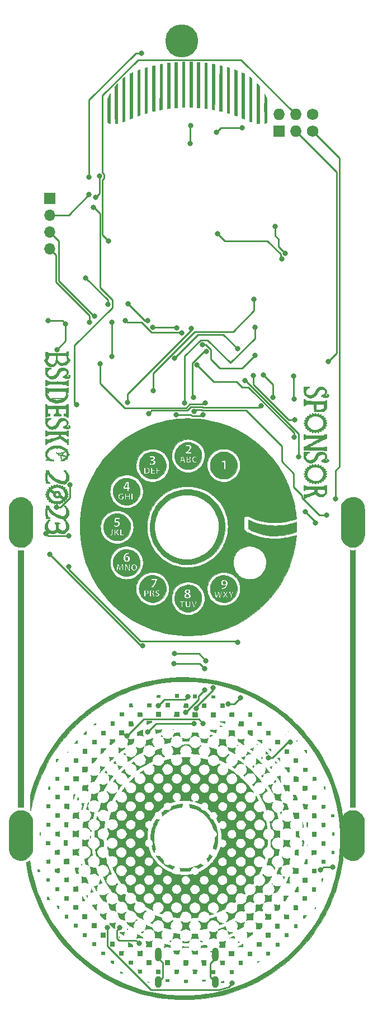
<source format=gbr>
%TF.GenerationSoftware,KiCad,Pcbnew,7.0.1*%
%TF.CreationDate,2023-08-26T08:57:55-05:00*%
%TF.ProjectId,BSidesKC23_Sponsor,42536964-6573-44b4-9332-335f53706f6e,1.1*%
%TF.SameCoordinates,Original*%
%TF.FileFunction,Copper,L1,Top*%
%TF.FilePolarity,Positive*%
%FSLAX46Y46*%
G04 Gerber Fmt 4.6, Leading zero omitted, Abs format (unit mm)*
G04 Created by KiCad (PCBNEW 7.0.1) date 2023-08-26 08:57:55*
%MOMM*%
%LPD*%
G01*
G04 APERTURE LIST*
%TA.AperFunction,EtchedComponent*%
%ADD10C,0.010000*%
%TD*%
%TA.AperFunction,ComponentPad*%
%ADD11O,1.727200X1.727200*%
%TD*%
%TA.AperFunction,ComponentPad*%
%ADD12R,1.727200X1.727200*%
%TD*%
%TA.AperFunction,ComponentPad*%
%ADD13C,1.727200*%
%TD*%
%TA.AperFunction,ComponentPad*%
%ADD14C,5.000000*%
%TD*%
%TA.AperFunction,ComponentPad*%
%ADD15R,1.700000X1.700000*%
%TD*%
%TA.AperFunction,ComponentPad*%
%ADD16O,1.700000X1.700000*%
%TD*%
%TA.AperFunction,ComponentPad*%
%ADD17O,1.000000X1.800000*%
%TD*%
%TA.AperFunction,ComponentPad*%
%ADD18O,1.000000X2.100000*%
%TD*%
%TA.AperFunction,ViaPad*%
%ADD19C,0.800000*%
%TD*%
%TA.AperFunction,Conductor*%
%ADD20C,0.250000*%
%TD*%
G04 APERTURE END LIST*
%TO.C,G\u002A\u002A\u002A*%
D10*
X78690821Y-91604789D02*
X78722404Y-91614086D01*
X78732778Y-91634920D01*
X78733347Y-91646622D01*
X78747689Y-91689031D01*
X78783324Y-91739741D01*
X78795218Y-91752456D01*
X78857090Y-91814328D01*
X80225360Y-91814328D01*
X80542702Y-91813981D01*
X80820480Y-91812944D01*
X81058300Y-91811223D01*
X81255769Y-91808824D01*
X81412494Y-91805754D01*
X81528079Y-91802019D01*
X81602133Y-91797624D01*
X81634261Y-91792576D01*
X81634502Y-91792453D01*
X81669325Y-91760457D01*
X81707076Y-91706826D01*
X81718208Y-91686620D01*
X81743691Y-91640068D01*
X81768364Y-91614987D01*
X81805625Y-91604736D01*
X81868873Y-91602675D01*
X81887610Y-91602661D01*
X82014180Y-91602661D01*
X82014180Y-93507661D01*
X81855430Y-93507661D01*
X81774667Y-93506969D01*
X81727324Y-93502959D01*
X81704488Y-93492727D01*
X81697246Y-93473369D01*
X81696680Y-93455944D01*
X81681833Y-93401500D01*
X81635355Y-93364677D01*
X81554337Y-93344099D01*
X81448553Y-93338328D01*
X81294513Y-93338328D01*
X81294513Y-93041994D01*
X81654347Y-93041994D01*
X81654347Y-92237661D01*
X80469013Y-92237661D01*
X80469013Y-92898061D01*
X80538798Y-92967846D01*
X80634916Y-93035814D01*
X80754203Y-93075583D01*
X80844722Y-93084209D01*
X80913513Y-93084328D01*
X80913513Y-93338328D01*
X79834013Y-93338328D01*
X79834013Y-93088049D01*
X79918490Y-93073776D01*
X79981461Y-93054308D01*
X80039226Y-93013492D01*
X80087824Y-92963102D01*
X80172680Y-92866701D01*
X80172680Y-92237661D01*
X78860347Y-92237661D01*
X78860347Y-93020828D01*
X79241347Y-93020828D01*
X79241347Y-93338328D01*
X79119638Y-93339257D01*
X78991751Y-93351197D01*
X78885635Y-93383142D01*
X78809042Y-93432392D01*
X78790099Y-93453963D01*
X78760368Y-93486104D01*
X78722362Y-93502220D01*
X78661369Y-93507448D01*
X78636331Y-93507661D01*
X78521680Y-93507661D01*
X78521680Y-91602661D01*
X78627513Y-91602661D01*
X78690821Y-91604789D01*
%TA.AperFunction,EtchedComponent*%
G36*
X78690821Y-91604789D02*
G01*
X78722404Y-91614086D01*
X78732778Y-91634920D01*
X78733347Y-91646622D01*
X78747689Y-91689031D01*
X78783324Y-91739741D01*
X78795218Y-91752456D01*
X78857090Y-91814328D01*
X80225360Y-91814328D01*
X80542702Y-91813981D01*
X80820480Y-91812944D01*
X81058300Y-91811223D01*
X81255769Y-91808824D01*
X81412494Y-91805754D01*
X81528079Y-91802019D01*
X81602133Y-91797624D01*
X81634261Y-91792576D01*
X81634502Y-91792453D01*
X81669325Y-91760457D01*
X81707076Y-91706826D01*
X81718208Y-91686620D01*
X81743691Y-91640068D01*
X81768364Y-91614987D01*
X81805625Y-91604736D01*
X81868873Y-91602675D01*
X81887610Y-91602661D01*
X82014180Y-91602661D01*
X82014180Y-93507661D01*
X81855430Y-93507661D01*
X81774667Y-93506969D01*
X81727324Y-93502959D01*
X81704488Y-93492727D01*
X81697246Y-93473369D01*
X81696680Y-93455944D01*
X81681833Y-93401500D01*
X81635355Y-93364677D01*
X81554337Y-93344099D01*
X81448553Y-93338328D01*
X81294513Y-93338328D01*
X81294513Y-93041994D01*
X81654347Y-93041994D01*
X81654347Y-92237661D01*
X80469013Y-92237661D01*
X80469013Y-92898061D01*
X80538798Y-92967846D01*
X80634916Y-93035814D01*
X80754203Y-93075583D01*
X80844722Y-93084209D01*
X80913513Y-93084328D01*
X80913513Y-93338328D01*
X79834013Y-93338328D01*
X79834013Y-93088049D01*
X79918490Y-93073776D01*
X79981461Y-93054308D01*
X80039226Y-93013492D01*
X80087824Y-92963102D01*
X80172680Y-92866701D01*
X80172680Y-92237661D01*
X78860347Y-92237661D01*
X78860347Y-93020828D01*
X79241347Y-93020828D01*
X79241347Y-93338328D01*
X79119638Y-93339257D01*
X78991751Y-93351197D01*
X78885635Y-93383142D01*
X78809042Y-93432392D01*
X78790099Y-93453963D01*
X78760368Y-93486104D01*
X78722362Y-93502220D01*
X78661369Y-93507448D01*
X78636331Y-93507661D01*
X78521680Y-93507661D01*
X78521680Y-91602661D01*
X78627513Y-91602661D01*
X78690821Y-91604789D01*
G37*
%TD.AperFunction*%
X117783029Y-103840948D02*
X117803539Y-103858739D01*
X117807013Y-103889911D01*
X117810466Y-103921370D01*
X117828056Y-103937031D01*
X117870632Y-103942342D01*
X117912359Y-103942828D01*
X117980004Y-103946339D01*
X118020712Y-103960674D01*
X118049565Y-103991534D01*
X118052376Y-103995744D01*
X118087049Y-104048661D01*
X120616784Y-104048661D01*
X120749180Y-103942828D01*
X120817985Y-103889516D01*
X120868251Y-103857946D01*
X120913705Y-103842457D01*
X120968078Y-103837390D01*
X121005878Y-103836994D01*
X121130180Y-103836994D01*
X121129727Y-104445536D01*
X121129273Y-105054078D01*
X120873802Y-105323953D01*
X120618330Y-105593828D01*
X119981641Y-105593828D01*
X119641983Y-105380662D01*
X119302325Y-105167497D01*
X119184377Y-105212072D01*
X119132453Y-105231935D01*
X119047873Y-105264576D01*
X118937414Y-105307367D01*
X118807850Y-105357680D01*
X118665956Y-105412888D01*
X118542555Y-105460982D01*
X118383378Y-105523416D01*
X118259547Y-105573006D01*
X118166777Y-105611796D01*
X118100786Y-105641828D01*
X118057288Y-105665146D01*
X118032001Y-105683793D01*
X118020641Y-105699813D01*
X118018680Y-105710850D01*
X118013788Y-105735383D01*
X117993356Y-105752790D01*
X117948749Y-105767173D01*
X117871333Y-105782631D01*
X117865222Y-105783724D01*
X117786491Y-105798444D01*
X117722730Y-105811629D01*
X117686743Y-105820616D01*
X117685305Y-105821128D01*
X117674557Y-105815629D01*
X117666959Y-105786474D01*
X117662090Y-105728899D01*
X117659528Y-105638141D01*
X117658847Y-105522009D01*
X117658847Y-105212828D01*
X117815833Y-105212828D01*
X117909945Y-105216294D01*
X117965795Y-105226481D01*
X117981202Y-105237976D01*
X118003229Y-105239431D01*
X118063580Y-105226051D01*
X118162507Y-105197761D01*
X118300263Y-105154484D01*
X118477099Y-105096147D01*
X118628549Y-105044848D01*
X119267513Y-104826572D01*
X119267513Y-104535494D01*
X119669680Y-104535494D01*
X119669680Y-104907497D01*
X119918388Y-105081010D01*
X120167097Y-105254522D01*
X120341587Y-105254842D01*
X120516078Y-105255161D01*
X120685545Y-105105828D01*
X120855013Y-104956495D01*
X120855013Y-104583821D01*
X120621855Y-104429013D01*
X119346726Y-104437687D01*
X119114339Y-104439497D01*
X118891566Y-104441674D01*
X118682537Y-104444148D01*
X118491381Y-104446850D01*
X118322228Y-104449710D01*
X118179210Y-104452659D01*
X118066456Y-104455629D01*
X117988097Y-104458548D01*
X117949888Y-104461136D01*
X117881626Y-104470445D01*
X117845311Y-104481900D01*
X117830859Y-104502703D01*
X117828188Y-104540052D01*
X117828180Y-104548036D01*
X117825496Y-104594222D01*
X117809313Y-104614748D01*
X117767433Y-104620005D01*
X117743513Y-104620161D01*
X117658847Y-104620161D01*
X117658847Y-103836994D01*
X117732930Y-103836994D01*
X117783029Y-103840948D01*
%TA.AperFunction,EtchedComponent*%
G36*
X117783029Y-103840948D02*
G01*
X117803539Y-103858739D01*
X117807013Y-103889911D01*
X117810466Y-103921370D01*
X117828056Y-103937031D01*
X117870632Y-103942342D01*
X117912359Y-103942828D01*
X117980004Y-103946339D01*
X118020712Y-103960674D01*
X118049565Y-103991534D01*
X118052376Y-103995744D01*
X118087049Y-104048661D01*
X120616784Y-104048661D01*
X120749180Y-103942828D01*
X120817985Y-103889516D01*
X120868251Y-103857946D01*
X120913705Y-103842457D01*
X120968078Y-103837390D01*
X121005878Y-103836994D01*
X121130180Y-103836994D01*
X121129727Y-104445536D01*
X121129273Y-105054078D01*
X120873802Y-105323953D01*
X120618330Y-105593828D01*
X119981641Y-105593828D01*
X119641983Y-105380662D01*
X119302325Y-105167497D01*
X119184377Y-105212072D01*
X119132453Y-105231935D01*
X119047873Y-105264576D01*
X118937414Y-105307367D01*
X118807850Y-105357680D01*
X118665956Y-105412888D01*
X118542555Y-105460982D01*
X118383378Y-105523416D01*
X118259547Y-105573006D01*
X118166777Y-105611796D01*
X118100786Y-105641828D01*
X118057288Y-105665146D01*
X118032001Y-105683793D01*
X118020641Y-105699813D01*
X118018680Y-105710850D01*
X118013788Y-105735383D01*
X117993356Y-105752790D01*
X117948749Y-105767173D01*
X117871333Y-105782631D01*
X117865222Y-105783724D01*
X117786491Y-105798444D01*
X117722730Y-105811629D01*
X117686743Y-105820616D01*
X117685305Y-105821128D01*
X117674557Y-105815629D01*
X117666959Y-105786474D01*
X117662090Y-105728899D01*
X117659528Y-105638141D01*
X117658847Y-105522009D01*
X117658847Y-105212828D01*
X117815833Y-105212828D01*
X117909945Y-105216294D01*
X117965795Y-105226481D01*
X117981202Y-105237976D01*
X118003229Y-105239431D01*
X118063580Y-105226051D01*
X118162507Y-105197761D01*
X118300263Y-105154484D01*
X118477099Y-105096147D01*
X118628549Y-105044848D01*
X119267513Y-104826572D01*
X119267513Y-104535494D01*
X119669680Y-104535494D01*
X119669680Y-104907497D01*
X119918388Y-105081010D01*
X120167097Y-105254522D01*
X120341587Y-105254842D01*
X120516078Y-105255161D01*
X120685545Y-105105828D01*
X120855013Y-104956495D01*
X120855013Y-104583821D01*
X120621855Y-104429013D01*
X119346726Y-104437687D01*
X119114339Y-104439497D01*
X118891566Y-104441674D01*
X118682537Y-104444148D01*
X118491381Y-104446850D01*
X118322228Y-104449710D01*
X118179210Y-104452659D01*
X118066456Y-104455629D01*
X117988097Y-104458548D01*
X117949888Y-104461136D01*
X117881626Y-104470445D01*
X117845311Y-104481900D01*
X117830859Y-104502703D01*
X117828188Y-104540052D01*
X117828180Y-104548036D01*
X117825496Y-104594222D01*
X117809313Y-104614748D01*
X117767433Y-104620005D01*
X117743513Y-104620161D01*
X117658847Y-104620161D01*
X117658847Y-103836994D01*
X117732930Y-103836994D01*
X117783029Y-103840948D01*
G37*
%TD.AperFunction*%
X78662316Y-87974144D02*
X78695925Y-88004328D01*
X78739349Y-88038882D01*
X78778180Y-88046661D01*
X78830388Y-88058055D01*
X78860347Y-88078411D01*
X78903337Y-88100789D01*
X78984936Y-88109903D01*
X79006013Y-88110161D01*
X79079577Y-88113248D01*
X79123251Y-88124864D01*
X79149183Y-88148534D01*
X79151768Y-88152494D01*
X79161778Y-88165593D01*
X79176831Y-88175671D01*
X79202077Y-88183125D01*
X79242667Y-88188347D01*
X79303749Y-88191734D01*
X79390475Y-88193679D01*
X79507995Y-88194576D01*
X79661457Y-88194822D01*
X79704338Y-88194828D01*
X79867416Y-88194682D01*
X79993625Y-88193960D01*
X80088430Y-88192237D01*
X80157297Y-88189086D01*
X80205691Y-88184083D01*
X80239075Y-88176800D01*
X80262914Y-88166812D01*
X80282674Y-88153694D01*
X80288323Y-88149321D01*
X80331380Y-88123372D01*
X80358368Y-88122289D01*
X80359969Y-88124089D01*
X80386408Y-88150047D01*
X80426098Y-88180179D01*
X80448636Y-88192226D01*
X80480131Y-88201285D01*
X80526352Y-88207762D01*
X80593074Y-88212064D01*
X80686067Y-88214597D01*
X80811104Y-88215767D01*
X80934914Y-88215994D01*
X81087691Y-88215687D01*
X81204439Y-88214437D01*
X81291461Y-88211748D01*
X81355058Y-88207127D01*
X81401533Y-88200078D01*
X81437188Y-88190108D01*
X81468326Y-88176722D01*
X81474430Y-88173661D01*
X81541091Y-88146722D01*
X81604022Y-88132164D01*
X81617540Y-88131328D01*
X81707537Y-88112680D01*
X81793430Y-88062683D01*
X81840732Y-88015334D01*
X81897978Y-87970762D01*
X81948434Y-87961994D01*
X82014180Y-87961994D01*
X82014180Y-88808661D01*
X81916193Y-88808661D01*
X81857980Y-88805499D01*
X81814909Y-88790862D01*
X81771838Y-88757024D01*
X81729506Y-88713411D01*
X81676205Y-88659676D01*
X81634482Y-88631056D01*
X81589203Y-88619824D01*
X81542991Y-88618161D01*
X81481962Y-88613942D01*
X81440398Y-88603273D01*
X81432097Y-88596994D01*
X81407823Y-88592040D01*
X81342090Y-88587717D01*
X81235766Y-88584038D01*
X81089720Y-88581020D01*
X80904820Y-88578676D01*
X80681936Y-88577022D01*
X80421936Y-88576071D01*
X80182014Y-88575828D01*
X79921754Y-88575881D01*
X79700534Y-88576108D01*
X79515061Y-88576611D01*
X79362042Y-88577491D01*
X79238183Y-88578849D01*
X79140193Y-88580786D01*
X79064776Y-88583404D01*
X79008642Y-88586805D01*
X78968495Y-88591088D01*
X78941043Y-88596357D01*
X78922994Y-88602712D01*
X78911053Y-88610254D01*
X78905743Y-88615097D01*
X78853815Y-88651140D01*
X78810493Y-88668417D01*
X78766447Y-88691521D01*
X78754513Y-88732716D01*
X78744438Y-88774062D01*
X78709628Y-88797940D01*
X78643203Y-88807836D01*
X78604615Y-88808661D01*
X78521680Y-88808661D01*
X78521680Y-87961994D01*
X78595584Y-87961994D01*
X78662316Y-87974144D01*
%TA.AperFunction,EtchedComponent*%
G36*
X78662316Y-87974144D02*
G01*
X78695925Y-88004328D01*
X78739349Y-88038882D01*
X78778180Y-88046661D01*
X78830388Y-88058055D01*
X78860347Y-88078411D01*
X78903337Y-88100789D01*
X78984936Y-88109903D01*
X79006013Y-88110161D01*
X79079577Y-88113248D01*
X79123251Y-88124864D01*
X79149183Y-88148534D01*
X79151768Y-88152494D01*
X79161778Y-88165593D01*
X79176831Y-88175671D01*
X79202077Y-88183125D01*
X79242667Y-88188347D01*
X79303749Y-88191734D01*
X79390475Y-88193679D01*
X79507995Y-88194576D01*
X79661457Y-88194822D01*
X79704338Y-88194828D01*
X79867416Y-88194682D01*
X79993625Y-88193960D01*
X80088430Y-88192237D01*
X80157297Y-88189086D01*
X80205691Y-88184083D01*
X80239075Y-88176800D01*
X80262914Y-88166812D01*
X80282674Y-88153694D01*
X80288323Y-88149321D01*
X80331380Y-88123372D01*
X80358368Y-88122289D01*
X80359969Y-88124089D01*
X80386408Y-88150047D01*
X80426098Y-88180179D01*
X80448636Y-88192226D01*
X80480131Y-88201285D01*
X80526352Y-88207762D01*
X80593074Y-88212064D01*
X80686067Y-88214597D01*
X80811104Y-88215767D01*
X80934914Y-88215994D01*
X81087691Y-88215687D01*
X81204439Y-88214437D01*
X81291461Y-88211748D01*
X81355058Y-88207127D01*
X81401533Y-88200078D01*
X81437188Y-88190108D01*
X81468326Y-88176722D01*
X81474430Y-88173661D01*
X81541091Y-88146722D01*
X81604022Y-88132164D01*
X81617540Y-88131328D01*
X81707537Y-88112680D01*
X81793430Y-88062683D01*
X81840732Y-88015334D01*
X81897978Y-87970762D01*
X81948434Y-87961994D01*
X82014180Y-87961994D01*
X82014180Y-88808661D01*
X81916193Y-88808661D01*
X81857980Y-88805499D01*
X81814909Y-88790862D01*
X81771838Y-88757024D01*
X81729506Y-88713411D01*
X81676205Y-88659676D01*
X81634482Y-88631056D01*
X81589203Y-88619824D01*
X81542991Y-88618161D01*
X81481962Y-88613942D01*
X81440398Y-88603273D01*
X81432097Y-88596994D01*
X81407823Y-88592040D01*
X81342090Y-88587717D01*
X81235766Y-88584038D01*
X81089720Y-88581020D01*
X80904820Y-88578676D01*
X80681936Y-88577022D01*
X80421936Y-88576071D01*
X80182014Y-88575828D01*
X79921754Y-88575881D01*
X79700534Y-88576108D01*
X79515061Y-88576611D01*
X79362042Y-88577491D01*
X79238183Y-88578849D01*
X79140193Y-88580786D01*
X79064776Y-88583404D01*
X79008642Y-88586805D01*
X78968495Y-88591088D01*
X78941043Y-88596357D01*
X78922994Y-88602712D01*
X78911053Y-88610254D01*
X78905743Y-88615097D01*
X78853815Y-88651140D01*
X78810493Y-88668417D01*
X78766447Y-88691521D01*
X78754513Y-88732716D01*
X78744438Y-88774062D01*
X78709628Y-88797940D01*
X78643203Y-88807836D01*
X78604615Y-88808661D01*
X78521680Y-88808661D01*
X78521680Y-87961994D01*
X78595584Y-87961994D01*
X78662316Y-87974144D01*
G37*
%TD.AperFunction*%
X121130180Y-96718691D02*
X120987305Y-96783273D01*
X120941774Y-96804561D01*
X120862205Y-96842563D01*
X120752572Y-96895351D01*
X120616846Y-96961000D01*
X120459000Y-97037583D01*
X120283005Y-97123174D01*
X120092833Y-97215846D01*
X119892457Y-97313674D01*
X119754347Y-97381206D01*
X119505172Y-97503470D01*
X119291846Y-97608948D01*
X119111933Y-97698917D01*
X118962995Y-97774653D01*
X118842594Y-97837431D01*
X118748293Y-97888529D01*
X118677656Y-97929222D01*
X118628244Y-97960787D01*
X118597621Y-97984500D01*
X118592241Y-97989739D01*
X118565405Y-98018200D01*
X118545840Y-98042254D01*
X118536477Y-98062271D01*
X118540247Y-98078622D01*
X118560083Y-98091679D01*
X118598916Y-98101810D01*
X118659677Y-98109389D01*
X118745299Y-98114784D01*
X118858713Y-98118367D01*
X119002850Y-98120509D01*
X119180643Y-98121580D01*
X119395022Y-98121952D01*
X119638015Y-98121994D01*
X120677760Y-98121994D01*
X120738597Y-98058494D01*
X120772249Y-98026359D01*
X120805007Y-98007404D01*
X120849182Y-97998172D01*
X120917087Y-97995207D01*
X120964807Y-97994994D01*
X121130180Y-97994994D01*
X121130180Y-98629994D01*
X120953118Y-98629994D01*
X120858766Y-98628083D01*
X120795365Y-98620972D01*
X120751648Y-98606595D01*
X120722237Y-98587661D01*
X120710961Y-98579541D01*
X120697253Y-98572532D01*
X120678110Y-98566552D01*
X120650528Y-98561519D01*
X120611504Y-98557351D01*
X120558034Y-98553967D01*
X120487114Y-98551286D01*
X120395739Y-98549225D01*
X120280907Y-98547704D01*
X120139613Y-98546640D01*
X119968854Y-98545952D01*
X119765626Y-98545559D01*
X119526925Y-98545378D01*
X119249747Y-98545329D01*
X119163633Y-98545328D01*
X117658847Y-98545328D01*
X117658847Y-97994994D01*
X117752725Y-97994994D01*
X117775652Y-97993133D01*
X117804523Y-97986600D01*
X117842231Y-97973969D01*
X117891671Y-97953814D01*
X117955737Y-97924709D01*
X118037324Y-97885228D01*
X118139326Y-97833946D01*
X118264637Y-97769435D01*
X118416152Y-97690271D01*
X118596765Y-97595027D01*
X118809370Y-97482278D01*
X119009405Y-97375869D01*
X120172205Y-96756744D01*
X119079567Y-96750915D01*
X117986930Y-96745085D01*
X117917853Y-96819706D01*
X117867421Y-96867269D01*
X117820156Y-96889037D01*
X117755578Y-96894326D01*
X117753812Y-96894328D01*
X117658847Y-96894328D01*
X117658847Y-96174661D01*
X117785847Y-96174661D01*
X117856913Y-96176271D01*
X117895315Y-96183176D01*
X117910667Y-96198490D01*
X117912847Y-96215794D01*
X117929062Y-96258158D01*
X117959890Y-96289877D01*
X117973360Y-96296603D01*
X117995175Y-96302363D01*
X118028417Y-96307230D01*
X118076170Y-96311276D01*
X118141518Y-96314574D01*
X118227544Y-96317197D01*
X118337333Y-96319217D01*
X118473969Y-96320708D01*
X118640534Y-96321742D01*
X118840113Y-96322391D01*
X119075790Y-96322729D01*
X119350647Y-96322827D01*
X119357165Y-96322828D01*
X120707397Y-96322828D01*
X120799949Y-96132328D01*
X121130180Y-96132328D01*
X121130180Y-96718691D01*
%TA.AperFunction,EtchedComponent*%
G36*
X121130180Y-96718691D02*
G01*
X120987305Y-96783273D01*
X120941774Y-96804561D01*
X120862205Y-96842563D01*
X120752572Y-96895351D01*
X120616846Y-96961000D01*
X120459000Y-97037583D01*
X120283005Y-97123174D01*
X120092833Y-97215846D01*
X119892457Y-97313674D01*
X119754347Y-97381206D01*
X119505172Y-97503470D01*
X119291846Y-97608948D01*
X119111933Y-97698917D01*
X118962995Y-97774653D01*
X118842594Y-97837431D01*
X118748293Y-97888529D01*
X118677656Y-97929222D01*
X118628244Y-97960787D01*
X118597621Y-97984500D01*
X118592241Y-97989739D01*
X118565405Y-98018200D01*
X118545840Y-98042254D01*
X118536477Y-98062271D01*
X118540247Y-98078622D01*
X118560083Y-98091679D01*
X118598916Y-98101810D01*
X118659677Y-98109389D01*
X118745299Y-98114784D01*
X118858713Y-98118367D01*
X119002850Y-98120509D01*
X119180643Y-98121580D01*
X119395022Y-98121952D01*
X119638015Y-98121994D01*
X120677760Y-98121994D01*
X120738597Y-98058494D01*
X120772249Y-98026359D01*
X120805007Y-98007404D01*
X120849182Y-97998172D01*
X120917087Y-97995207D01*
X120964807Y-97994994D01*
X121130180Y-97994994D01*
X121130180Y-98629994D01*
X120953118Y-98629994D01*
X120858766Y-98628083D01*
X120795365Y-98620972D01*
X120751648Y-98606595D01*
X120722237Y-98587661D01*
X120710961Y-98579541D01*
X120697253Y-98572532D01*
X120678110Y-98566552D01*
X120650528Y-98561519D01*
X120611504Y-98557351D01*
X120558034Y-98553967D01*
X120487114Y-98551286D01*
X120395739Y-98549225D01*
X120280907Y-98547704D01*
X120139613Y-98546640D01*
X119968854Y-98545952D01*
X119765626Y-98545559D01*
X119526925Y-98545378D01*
X119249747Y-98545329D01*
X119163633Y-98545328D01*
X117658847Y-98545328D01*
X117658847Y-97994994D01*
X117752725Y-97994994D01*
X117775652Y-97993133D01*
X117804523Y-97986600D01*
X117842231Y-97973969D01*
X117891671Y-97953814D01*
X117955737Y-97924709D01*
X118037324Y-97885228D01*
X118139326Y-97833946D01*
X118264637Y-97769435D01*
X118416152Y-97690271D01*
X118596765Y-97595027D01*
X118809370Y-97482278D01*
X119009405Y-97375869D01*
X120172205Y-96756744D01*
X119079567Y-96750915D01*
X117986930Y-96745085D01*
X117917853Y-96819706D01*
X117867421Y-96867269D01*
X117820156Y-96889037D01*
X117755578Y-96894326D01*
X117753812Y-96894328D01*
X117658847Y-96894328D01*
X117658847Y-96174661D01*
X117785847Y-96174661D01*
X117856913Y-96176271D01*
X117895315Y-96183176D01*
X117910667Y-96198490D01*
X117912847Y-96215794D01*
X117929062Y-96258158D01*
X117959890Y-96289877D01*
X117973360Y-96296603D01*
X117995175Y-96302363D01*
X118028417Y-96307230D01*
X118076170Y-96311276D01*
X118141518Y-96314574D01*
X118227544Y-96317197D01*
X118337333Y-96319217D01*
X118473969Y-96320708D01*
X118640534Y-96321742D01*
X118840113Y-96322391D01*
X119075790Y-96322729D01*
X119350647Y-96322827D01*
X119357165Y-96322828D01*
X120707397Y-96322828D01*
X120799949Y-96132328D01*
X121130180Y-96132328D01*
X121130180Y-96718691D01*
G37*
%TD.AperFunction*%
X119164701Y-91905692D02*
X119470448Y-91905692D01*
X119470729Y-92025242D01*
X119476407Y-92130082D01*
X119485249Y-92195328D01*
X119507772Y-92266472D01*
X119541194Y-92336155D01*
X119542430Y-92338203D01*
X119584391Y-92406994D01*
X119854577Y-92406834D01*
X119973065Y-92405003D01*
X120090922Y-92400149D01*
X120193816Y-92393032D01*
X120262347Y-92385232D01*
X120406897Y-92350896D01*
X120528925Y-92298158D01*
X120621776Y-92230610D01*
X120673131Y-92163578D01*
X120700970Y-92087174D01*
X120719406Y-91990507D01*
X120727806Y-91886644D01*
X120725537Y-91788653D01*
X120711965Y-91709603D01*
X120696804Y-91674599D01*
X120671467Y-91641142D01*
X120640967Y-91614867D01*
X120600197Y-91594921D01*
X120544046Y-91580455D01*
X120467406Y-91570617D01*
X120365165Y-91564557D01*
X120232215Y-91561424D01*
X120063445Y-91560367D01*
X120010549Y-91560328D01*
X119503393Y-91560328D01*
X119485995Y-91682036D01*
X119475544Y-91786325D01*
X119470448Y-91905692D01*
X119164701Y-91905692D01*
X119164980Y-91890907D01*
X119169482Y-91787295D01*
X119175712Y-91702208D01*
X119180753Y-91660869D01*
X119197302Y-91560328D01*
X118732957Y-91560328D01*
X118537953Y-91561897D01*
X118380567Y-91567101D01*
X118256182Y-91576685D01*
X118160182Y-91591393D01*
X118087950Y-91611969D01*
X118034869Y-91639159D01*
X117996324Y-91673706D01*
X117991202Y-91679961D01*
X117913583Y-91747295D01*
X117804656Y-91790038D01*
X117748805Y-91801051D01*
X117658847Y-91814828D01*
X117658847Y-90840661D01*
X117725356Y-90840661D01*
X117778784Y-90851524D01*
X117841685Y-90887330D01*
X117905746Y-90937951D01*
X117966672Y-90986287D01*
X118027292Y-91024267D01*
X118094081Y-91053429D01*
X118173514Y-91075314D01*
X118272065Y-91091460D01*
X118396210Y-91103404D01*
X118552425Y-91112687D01*
X118661289Y-91117499D01*
X118811762Y-91124226D01*
X118925353Y-91130899D01*
X119007509Y-91138124D01*
X119063675Y-91146509D01*
X119099299Y-91156662D01*
X119119153Y-91168569D01*
X119132909Y-91177537D01*
X119155051Y-91184698D01*
X119189770Y-91190195D01*
X119241261Y-91194174D01*
X119313718Y-91196780D01*
X119411336Y-91198159D01*
X119538307Y-91198455D01*
X119698826Y-91197813D01*
X119897088Y-91196379D01*
X119917726Y-91196210D01*
X120678796Y-91189911D01*
X120762751Y-91131703D01*
X120861416Y-91083118D01*
X120929076Y-91073494D01*
X121005739Y-91060927D01*
X121070342Y-91017059D01*
X121072073Y-91015410D01*
X121132700Y-90957326D01*
X121126148Y-91549869D01*
X121119597Y-92142411D01*
X121060041Y-92258828D01*
X120973150Y-92392699D01*
X120859499Y-92514763D01*
X120731142Y-92613218D01*
X120656143Y-92654193D01*
X120526930Y-92713911D01*
X119887699Y-92720076D01*
X119248467Y-92726242D01*
X119214196Y-92673937D01*
X119192372Y-92633400D01*
X119195815Y-92600941D01*
X119215932Y-92566677D01*
X119234186Y-92534871D01*
X119240405Y-92504485D01*
X119233987Y-92462849D01*
X119214334Y-92397295D01*
X119206810Y-92374247D01*
X119184528Y-92295188D01*
X119170859Y-92214152D01*
X119164209Y-92117512D01*
X119162942Y-91999091D01*
X119164701Y-91905692D01*
%TA.AperFunction,EtchedComponent*%
G36*
X119164701Y-91905692D02*
G01*
X119470448Y-91905692D01*
X119470729Y-92025242D01*
X119476407Y-92130082D01*
X119485249Y-92195328D01*
X119507772Y-92266472D01*
X119541194Y-92336155D01*
X119542430Y-92338203D01*
X119584391Y-92406994D01*
X119854577Y-92406834D01*
X119973065Y-92405003D01*
X120090922Y-92400149D01*
X120193816Y-92393032D01*
X120262347Y-92385232D01*
X120406897Y-92350896D01*
X120528925Y-92298158D01*
X120621776Y-92230610D01*
X120673131Y-92163578D01*
X120700970Y-92087174D01*
X120719406Y-91990507D01*
X120727806Y-91886644D01*
X120725537Y-91788653D01*
X120711965Y-91709603D01*
X120696804Y-91674599D01*
X120671467Y-91641142D01*
X120640967Y-91614867D01*
X120600197Y-91594921D01*
X120544046Y-91580455D01*
X120467406Y-91570617D01*
X120365165Y-91564557D01*
X120232215Y-91561424D01*
X120063445Y-91560367D01*
X120010549Y-91560328D01*
X119503393Y-91560328D01*
X119485995Y-91682036D01*
X119475544Y-91786325D01*
X119470448Y-91905692D01*
X119164701Y-91905692D01*
X119164980Y-91890907D01*
X119169482Y-91787295D01*
X119175712Y-91702208D01*
X119180753Y-91660869D01*
X119197302Y-91560328D01*
X118732957Y-91560328D01*
X118537953Y-91561897D01*
X118380567Y-91567101D01*
X118256182Y-91576685D01*
X118160182Y-91591393D01*
X118087950Y-91611969D01*
X118034869Y-91639159D01*
X117996324Y-91673706D01*
X117991202Y-91679961D01*
X117913583Y-91747295D01*
X117804656Y-91790038D01*
X117748805Y-91801051D01*
X117658847Y-91814828D01*
X117658847Y-90840661D01*
X117725356Y-90840661D01*
X117778784Y-90851524D01*
X117841685Y-90887330D01*
X117905746Y-90937951D01*
X117966672Y-90986287D01*
X118027292Y-91024267D01*
X118094081Y-91053429D01*
X118173514Y-91075314D01*
X118272065Y-91091460D01*
X118396210Y-91103404D01*
X118552425Y-91112687D01*
X118661289Y-91117499D01*
X118811762Y-91124226D01*
X118925353Y-91130899D01*
X119007509Y-91138124D01*
X119063675Y-91146509D01*
X119099299Y-91156662D01*
X119119153Y-91168569D01*
X119132909Y-91177537D01*
X119155051Y-91184698D01*
X119189770Y-91190195D01*
X119241261Y-91194174D01*
X119313718Y-91196780D01*
X119411336Y-91198159D01*
X119538307Y-91198455D01*
X119698826Y-91197813D01*
X119897088Y-91196379D01*
X119917726Y-91196210D01*
X120678796Y-91189911D01*
X120762751Y-91131703D01*
X120861416Y-91083118D01*
X120929076Y-91073494D01*
X121005739Y-91060927D01*
X121070342Y-91017059D01*
X121072073Y-91015410D01*
X121132700Y-90957326D01*
X121126148Y-91549869D01*
X121119597Y-92142411D01*
X121060041Y-92258828D01*
X120973150Y-92392699D01*
X120859499Y-92514763D01*
X120731142Y-92613218D01*
X120656143Y-92654193D01*
X120526930Y-92713911D01*
X119887699Y-92720076D01*
X119248467Y-92726242D01*
X119214196Y-92673937D01*
X119192372Y-92633400D01*
X119195815Y-92600941D01*
X119215932Y-92566677D01*
X119234186Y-92534871D01*
X119240405Y-92504485D01*
X119233987Y-92462849D01*
X119214334Y-92397295D01*
X119206810Y-92374247D01*
X119184528Y-92295188D01*
X119170859Y-92214152D01*
X119164209Y-92117512D01*
X119162942Y-91999091D01*
X119164701Y-91905692D01*
G37*
%TD.AperFunction*%
X82014180Y-96407494D02*
X81918655Y-96407494D01*
X81859649Y-96404932D01*
X81824565Y-96390403D01*
X81797699Y-96353642D01*
X81778675Y-96315993D01*
X81753361Y-96272192D01*
X81721621Y-96238366D01*
X81678037Y-96213262D01*
X81617194Y-96195630D01*
X81533674Y-96184216D01*
X81422062Y-96177769D01*
X81276941Y-96175038D01*
X81167209Y-96174661D01*
X80786513Y-96174661D01*
X80786513Y-96400955D01*
X81289222Y-96708425D01*
X81445104Y-96803342D01*
X81568818Y-96877133D01*
X81664064Y-96931160D01*
X81734540Y-96966783D01*
X81783945Y-96985365D01*
X81815978Y-96988266D01*
X81834338Y-96976848D01*
X81842725Y-96952472D01*
X81844838Y-96916500D01*
X81844847Y-96912902D01*
X81848442Y-96873819D01*
X81867293Y-96856444D01*
X81913497Y-96852074D01*
X81929513Y-96851994D01*
X82014180Y-96851994D01*
X82014180Y-97677494D01*
X81929513Y-97677494D01*
X81875310Y-97675294D01*
X81851223Y-97661377D01*
X81845041Y-97624766D01*
X81844847Y-97601387D01*
X81832979Y-97531366D01*
X81804370Y-97468445D01*
X81803724Y-97467528D01*
X81775479Y-97441355D01*
X81716306Y-97396345D01*
X81631246Y-97335989D01*
X81525336Y-97263777D01*
X81403617Y-97183200D01*
X81271128Y-97097748D01*
X81255851Y-97088034D01*
X80749101Y-96766293D01*
X79763957Y-97121135D01*
X79537100Y-97203026D01*
X79346886Y-97272174D01*
X79190027Y-97329904D01*
X79063239Y-97377544D01*
X78963237Y-97416420D01*
X78886736Y-97447858D01*
X78830450Y-97473186D01*
X78791094Y-97493729D01*
X78765383Y-97510814D01*
X78750031Y-97525767D01*
X78745496Y-97532376D01*
X78721134Y-97587795D01*
X78712180Y-97633135D01*
X78706535Y-97660750D01*
X78682299Y-97673821D01*
X78628517Y-97677449D01*
X78616930Y-97677494D01*
X78521680Y-97677494D01*
X78521680Y-96830828D01*
X78615458Y-96830828D01*
X78674919Y-96833810D01*
X78704254Y-96846515D01*
X78715472Y-96874580D01*
X78715999Y-96878027D01*
X78721525Y-96903800D01*
X78732220Y-96923469D01*
X78751569Y-96936459D01*
X78783060Y-96942194D01*
X78830178Y-96940098D01*
X78896409Y-96929595D01*
X78985240Y-96910110D01*
X79100156Y-96881067D01*
X79244644Y-96841889D01*
X79422190Y-96792002D01*
X79636280Y-96730829D01*
X79675657Y-96719525D01*
X80521930Y-96476496D01*
X80528149Y-96325578D01*
X80534368Y-96174661D01*
X78973394Y-96174661D01*
X78844749Y-96291078D01*
X78777691Y-96349707D01*
X78728981Y-96384579D01*
X78686900Y-96401735D01*
X78639728Y-96407216D01*
X78618892Y-96407494D01*
X78521680Y-96407494D01*
X78521680Y-95603161D01*
X78625632Y-95603161D01*
X78694580Y-95607275D01*
X78739491Y-95624243D01*
X78778243Y-95661000D01*
X78779965Y-95663036D01*
X78799602Y-95684793D01*
X78821308Y-95703462D01*
X78848295Y-95719278D01*
X78883774Y-95732477D01*
X78930957Y-95743296D01*
X78993056Y-95751970D01*
X79073281Y-95758736D01*
X79174846Y-95763829D01*
X79300961Y-95767486D01*
X79454837Y-95769943D01*
X79639688Y-95771435D01*
X79858724Y-95772198D01*
X80115156Y-95772469D01*
X80269414Y-95772494D01*
X81511568Y-95772494D01*
X81645674Y-95706474D01*
X81718485Y-95665854D01*
X81778858Y-95623636D01*
X81812801Y-95590057D01*
X81847940Y-95554470D01*
X81900416Y-95540679D01*
X81930001Y-95539661D01*
X82014180Y-95539661D01*
X82014180Y-96407494D01*
%TA.AperFunction,EtchedComponent*%
G36*
X82014180Y-96407494D02*
G01*
X81918655Y-96407494D01*
X81859649Y-96404932D01*
X81824565Y-96390403D01*
X81797699Y-96353642D01*
X81778675Y-96315993D01*
X81753361Y-96272192D01*
X81721621Y-96238366D01*
X81678037Y-96213262D01*
X81617194Y-96195630D01*
X81533674Y-96184216D01*
X81422062Y-96177769D01*
X81276941Y-96175038D01*
X81167209Y-96174661D01*
X80786513Y-96174661D01*
X80786513Y-96400955D01*
X81289222Y-96708425D01*
X81445104Y-96803342D01*
X81568818Y-96877133D01*
X81664064Y-96931160D01*
X81734540Y-96966783D01*
X81783945Y-96985365D01*
X81815978Y-96988266D01*
X81834338Y-96976848D01*
X81842725Y-96952472D01*
X81844838Y-96916500D01*
X81844847Y-96912902D01*
X81848442Y-96873819D01*
X81867293Y-96856444D01*
X81913497Y-96852074D01*
X81929513Y-96851994D01*
X82014180Y-96851994D01*
X82014180Y-97677494D01*
X81929513Y-97677494D01*
X81875310Y-97675294D01*
X81851223Y-97661377D01*
X81845041Y-97624766D01*
X81844847Y-97601387D01*
X81832979Y-97531366D01*
X81804370Y-97468445D01*
X81803724Y-97467528D01*
X81775479Y-97441355D01*
X81716306Y-97396345D01*
X81631246Y-97335989D01*
X81525336Y-97263777D01*
X81403617Y-97183200D01*
X81271128Y-97097748D01*
X81255851Y-97088034D01*
X80749101Y-96766293D01*
X79763957Y-97121135D01*
X79537100Y-97203026D01*
X79346886Y-97272174D01*
X79190027Y-97329904D01*
X79063239Y-97377544D01*
X78963237Y-97416420D01*
X78886736Y-97447858D01*
X78830450Y-97473186D01*
X78791094Y-97493729D01*
X78765383Y-97510814D01*
X78750031Y-97525767D01*
X78745496Y-97532376D01*
X78721134Y-97587795D01*
X78712180Y-97633135D01*
X78706535Y-97660750D01*
X78682299Y-97673821D01*
X78628517Y-97677449D01*
X78616930Y-97677494D01*
X78521680Y-97677494D01*
X78521680Y-96830828D01*
X78615458Y-96830828D01*
X78674919Y-96833810D01*
X78704254Y-96846515D01*
X78715472Y-96874580D01*
X78715999Y-96878027D01*
X78721525Y-96903800D01*
X78732220Y-96923469D01*
X78751569Y-96936459D01*
X78783060Y-96942194D01*
X78830178Y-96940098D01*
X78896409Y-96929595D01*
X78985240Y-96910110D01*
X79100156Y-96881067D01*
X79244644Y-96841889D01*
X79422190Y-96792002D01*
X79636280Y-96730829D01*
X79675657Y-96719525D01*
X80521930Y-96476496D01*
X80528149Y-96325578D01*
X80534368Y-96174661D01*
X78973394Y-96174661D01*
X78844749Y-96291078D01*
X78777691Y-96349707D01*
X78728981Y-96384579D01*
X78686900Y-96401735D01*
X78639728Y-96407216D01*
X78618892Y-96407494D01*
X78521680Y-96407494D01*
X78521680Y-95603161D01*
X78625632Y-95603161D01*
X78694580Y-95607275D01*
X78739491Y-95624243D01*
X78778243Y-95661000D01*
X78779965Y-95663036D01*
X78799602Y-95684793D01*
X78821308Y-95703462D01*
X78848295Y-95719278D01*
X78883774Y-95732477D01*
X78930957Y-95743296D01*
X78993056Y-95751970D01*
X79073281Y-95758736D01*
X79174846Y-95763829D01*
X79300961Y-95767486D01*
X79454837Y-95769943D01*
X79639688Y-95771435D01*
X79858724Y-95772198D01*
X80115156Y-95772469D01*
X80269414Y-95772494D01*
X81511568Y-95772494D01*
X81645674Y-95706474D01*
X81718485Y-95665854D01*
X81778858Y-95623636D01*
X81812801Y-95590057D01*
X81847940Y-95554470D01*
X81900416Y-95540679D01*
X81930001Y-95539661D01*
X82014180Y-95539661D01*
X82014180Y-96407494D01*
G37*
%TD.AperFunction*%
X120409651Y-98790139D02*
X120583469Y-98827863D01*
X120743017Y-98898251D01*
X120882223Y-98998044D01*
X120995019Y-99123981D01*
X121059246Y-99234961D01*
X121111916Y-99384174D01*
X121125091Y-99520476D01*
X121098388Y-99647145D01*
X121031428Y-99767463D01*
X120991699Y-99816338D01*
X120943591Y-99874643D01*
X120909599Y-99923742D01*
X120897347Y-99951989D01*
X120911357Y-99984173D01*
X120946483Y-100029638D01*
X120962475Y-100046533D01*
X121026970Y-100093017D01*
X121093228Y-100112332D01*
X121152238Y-100106101D01*
X121194990Y-100075948D01*
X121212473Y-100023497D01*
X121211180Y-100001701D01*
X121187519Y-99958145D01*
X121156638Y-99946147D01*
X121116356Y-99931639D01*
X121115261Y-99903567D01*
X121142275Y-99869756D01*
X121197833Y-99839381D01*
X121260666Y-99843119D01*
X121322616Y-99875664D01*
X121375524Y-99931708D01*
X121411232Y-100005945D01*
X121420368Y-100050632D01*
X121418303Y-100156611D01*
X121384598Y-100239674D01*
X121317818Y-100300853D01*
X121216525Y-100341175D01*
X121079283Y-100361673D01*
X120982013Y-100364883D01*
X120800408Y-100355755D01*
X120635629Y-100329279D01*
X120494035Y-100287245D01*
X120381983Y-100231441D01*
X120317752Y-100177941D01*
X120295007Y-100149539D01*
X120293730Y-100127019D01*
X120317569Y-100097388D01*
X120348708Y-100067744D01*
X120406199Y-100024889D01*
X120464586Y-99997497D01*
X120480958Y-99993830D01*
X120540852Y-99972770D01*
X120616372Y-99927541D01*
X120696302Y-99866709D01*
X120769430Y-99798841D01*
X120824539Y-99732505D01*
X120826126Y-99730131D01*
X120871857Y-99633657D01*
X120893074Y-99527789D01*
X120887419Y-99428545D01*
X120875973Y-99391495D01*
X120823701Y-99311266D01*
X120742401Y-99238389D01*
X120645285Y-99183011D01*
X120574579Y-99160009D01*
X120440551Y-99150216D01*
X120294930Y-99171319D01*
X120149815Y-99219131D01*
X120017304Y-99289465D01*
X119909499Y-99378135D01*
X119893776Y-99395574D01*
X119860744Y-99435687D01*
X119832272Y-99475356D01*
X119804106Y-99522305D01*
X119771995Y-99584260D01*
X119731684Y-99668947D01*
X119678923Y-99784089D01*
X119674348Y-99794161D01*
X119567963Y-99983489D01*
X119435451Y-100142193D01*
X119279291Y-100267537D01*
X119207409Y-100309492D01*
X119014485Y-100390982D01*
X118815924Y-100437706D01*
X118619113Y-100448861D01*
X118431437Y-100423641D01*
X118357347Y-100402088D01*
X118280336Y-100374083D01*
X118218246Y-100345826D01*
X118161694Y-100310901D01*
X118101298Y-100262891D01*
X118027677Y-100195381D01*
X117961479Y-100131355D01*
X117872799Y-100039338D01*
X117802896Y-99951778D01*
X117749646Y-99861906D01*
X117710927Y-99762954D01*
X117684614Y-99648154D01*
X117668583Y-99510737D01*
X117660711Y-99343935D01*
X117658847Y-99166855D01*
X117658847Y-98799328D01*
X118505513Y-98799328D01*
X118505513Y-98849652D01*
X118499908Y-98888500D01*
X118477677Y-98918290D01*
X118430699Y-98945794D01*
X118352650Y-98977123D01*
X118232599Y-99039699D01*
X118124283Y-99130205D01*
X118034404Y-99239864D01*
X117969666Y-99359901D01*
X117936771Y-99481538D01*
X117934013Y-99525243D01*
X117945666Y-99630186D01*
X117983898Y-99727874D01*
X118053624Y-99829450D01*
X118083913Y-99865189D01*
X118175349Y-99952621D01*
X118274362Y-100010885D01*
X118390944Y-100044004D01*
X118535087Y-100056001D01*
X118558430Y-100056224D01*
X118743250Y-100044037D01*
X118903883Y-100004805D01*
X119043769Y-99935884D01*
X119166348Y-99834634D01*
X119275059Y-99698410D01*
X119373344Y-99524570D01*
X119436837Y-99381411D01*
X119516541Y-99206606D01*
X119601176Y-99069375D01*
X119697057Y-98964982D01*
X119810500Y-98888689D01*
X119947821Y-98835759D01*
X120115336Y-98801457D01*
X120227633Y-98788341D01*
X120409651Y-98790139D01*
%TA.AperFunction,EtchedComponent*%
G36*
X120409651Y-98790139D02*
G01*
X120583469Y-98827863D01*
X120743017Y-98898251D01*
X120882223Y-98998044D01*
X120995019Y-99123981D01*
X121059246Y-99234961D01*
X121111916Y-99384174D01*
X121125091Y-99520476D01*
X121098388Y-99647145D01*
X121031428Y-99767463D01*
X120991699Y-99816338D01*
X120943591Y-99874643D01*
X120909599Y-99923742D01*
X120897347Y-99951989D01*
X120911357Y-99984173D01*
X120946483Y-100029638D01*
X120962475Y-100046533D01*
X121026970Y-100093017D01*
X121093228Y-100112332D01*
X121152238Y-100106101D01*
X121194990Y-100075948D01*
X121212473Y-100023497D01*
X121211180Y-100001701D01*
X121187519Y-99958145D01*
X121156638Y-99946147D01*
X121116356Y-99931639D01*
X121115261Y-99903567D01*
X121142275Y-99869756D01*
X121197833Y-99839381D01*
X121260666Y-99843119D01*
X121322616Y-99875664D01*
X121375524Y-99931708D01*
X121411232Y-100005945D01*
X121420368Y-100050632D01*
X121418303Y-100156611D01*
X121384598Y-100239674D01*
X121317818Y-100300853D01*
X121216525Y-100341175D01*
X121079283Y-100361673D01*
X120982013Y-100364883D01*
X120800408Y-100355755D01*
X120635629Y-100329279D01*
X120494035Y-100287245D01*
X120381983Y-100231441D01*
X120317752Y-100177941D01*
X120295007Y-100149539D01*
X120293730Y-100127019D01*
X120317569Y-100097388D01*
X120348708Y-100067744D01*
X120406199Y-100024889D01*
X120464586Y-99997497D01*
X120480958Y-99993830D01*
X120540852Y-99972770D01*
X120616372Y-99927541D01*
X120696302Y-99866709D01*
X120769430Y-99798841D01*
X120824539Y-99732505D01*
X120826126Y-99730131D01*
X120871857Y-99633657D01*
X120893074Y-99527789D01*
X120887419Y-99428545D01*
X120875973Y-99391495D01*
X120823701Y-99311266D01*
X120742401Y-99238389D01*
X120645285Y-99183011D01*
X120574579Y-99160009D01*
X120440551Y-99150216D01*
X120294930Y-99171319D01*
X120149815Y-99219131D01*
X120017304Y-99289465D01*
X119909499Y-99378135D01*
X119893776Y-99395574D01*
X119860744Y-99435687D01*
X119832272Y-99475356D01*
X119804106Y-99522305D01*
X119771995Y-99584260D01*
X119731684Y-99668947D01*
X119678923Y-99784089D01*
X119674348Y-99794161D01*
X119567963Y-99983489D01*
X119435451Y-100142193D01*
X119279291Y-100267537D01*
X119207409Y-100309492D01*
X119014485Y-100390982D01*
X118815924Y-100437706D01*
X118619113Y-100448861D01*
X118431437Y-100423641D01*
X118357347Y-100402088D01*
X118280336Y-100374083D01*
X118218246Y-100345826D01*
X118161694Y-100310901D01*
X118101298Y-100262891D01*
X118027677Y-100195381D01*
X117961479Y-100131355D01*
X117872799Y-100039338D01*
X117802896Y-99951778D01*
X117749646Y-99861906D01*
X117710927Y-99762954D01*
X117684614Y-99648154D01*
X117668583Y-99510737D01*
X117660711Y-99343935D01*
X117658847Y-99166855D01*
X117658847Y-98799328D01*
X118505513Y-98799328D01*
X118505513Y-98849652D01*
X118499908Y-98888500D01*
X118477677Y-98918290D01*
X118430699Y-98945794D01*
X118352650Y-98977123D01*
X118232599Y-99039699D01*
X118124283Y-99130205D01*
X118034404Y-99239864D01*
X117969666Y-99359901D01*
X117936771Y-99481538D01*
X117934013Y-99525243D01*
X117945666Y-99630186D01*
X117983898Y-99727874D01*
X118053624Y-99829450D01*
X118083913Y-99865189D01*
X118175349Y-99952621D01*
X118274362Y-100010885D01*
X118390944Y-100044004D01*
X118535087Y-100056001D01*
X118558430Y-100056224D01*
X118743250Y-100044037D01*
X118903883Y-100004805D01*
X119043769Y-99935884D01*
X119166348Y-99834634D01*
X119275059Y-99698410D01*
X119373344Y-99524570D01*
X119436837Y-99381411D01*
X119516541Y-99206606D01*
X119601176Y-99069375D01*
X119697057Y-98964982D01*
X119810500Y-98888689D01*
X119947821Y-98835759D01*
X120115336Y-98801457D01*
X120227633Y-98788341D01*
X120409651Y-98790139D01*
G37*
%TD.AperFunction*%
X79368347Y-86162187D02*
X79364975Y-86195298D01*
X79349583Y-86221216D01*
X79314256Y-86246841D01*
X79251081Y-86279075D01*
X79214888Y-86295989D01*
X79074358Y-86378757D01*
X78957592Y-86483392D01*
X78869299Y-86603593D01*
X78814190Y-86733059D01*
X78796847Y-86855218D01*
X78815361Y-86953169D01*
X78866031Y-87057340D01*
X78941544Y-87158638D01*
X79034590Y-87247968D01*
X79137858Y-87316236D01*
X79184273Y-87337115D01*
X79287521Y-87361705D01*
X79415248Y-87370164D01*
X79553153Y-87363337D01*
X79686933Y-87342067D01*
X79802287Y-87307197D01*
X79819777Y-87299639D01*
X79958942Y-87213638D01*
X80083821Y-87091583D01*
X80189498Y-86938708D01*
X80227165Y-86866165D01*
X80275532Y-86764203D01*
X80330955Y-86647535D01*
X80382268Y-86539666D01*
X80387207Y-86529293D01*
X80465786Y-86391426D01*
X80558043Y-86284217D01*
X80668882Y-86205066D01*
X80803207Y-86151373D01*
X80965921Y-86120538D01*
X81161929Y-86109960D01*
X81178097Y-86109911D01*
X81285856Y-86110975D01*
X81363465Y-86115465D01*
X81423080Y-86125332D01*
X81476858Y-86142523D01*
X81531962Y-86166639D01*
X81677208Y-86253544D01*
X81800924Y-86365055D01*
X81897700Y-86494194D01*
X81962127Y-86633983D01*
X81987234Y-86753921D01*
X81987147Y-86877217D01*
X81959082Y-86982935D01*
X81898463Y-87084318D01*
X81854862Y-87137133D01*
X81798157Y-87209695D01*
X81776069Y-87266347D01*
X81788599Y-87315545D01*
X81835747Y-87365746D01*
X81854868Y-87380917D01*
X81931491Y-87423969D01*
X81997845Y-87426970D01*
X82056513Y-87390494D01*
X82091246Y-87347782D01*
X82091677Y-87313877D01*
X82056458Y-87275814D01*
X82043528Y-87265387D01*
X82003738Y-87220438D01*
X82004061Y-87184285D01*
X82042433Y-87162116D01*
X82086419Y-87157661D01*
X82169697Y-87175284D01*
X82232946Y-87222515D01*
X82274661Y-87290894D01*
X82293335Y-87371963D01*
X82287461Y-87457263D01*
X82255535Y-87538337D01*
X82196051Y-87606724D01*
X82169686Y-87625333D01*
X82083556Y-87659619D01*
X81968075Y-87678676D01*
X81833124Y-87683179D01*
X81688584Y-87673802D01*
X81544336Y-87651220D01*
X81410261Y-87616107D01*
X81296241Y-87569138D01*
X81288857Y-87565202D01*
X81212139Y-87521019D01*
X81170830Y-87487030D01*
X81161968Y-87455540D01*
X81182595Y-87418853D01*
X81217988Y-87380942D01*
X81280283Y-87330333D01*
X81335559Y-87306680D01*
X81345503Y-87305828D01*
X81388794Y-87292982D01*
X81452698Y-87258561D01*
X81525856Y-87208739D01*
X81530436Y-87205286D01*
X81643926Y-87101301D01*
X81720639Y-86991821D01*
X81760105Y-86880772D01*
X81761853Y-86772080D01*
X81725414Y-86669671D01*
X81650318Y-86577473D01*
X81609507Y-86544445D01*
X81497360Y-86488232D01*
X81366487Y-86464148D01*
X81224383Y-86471085D01*
X81078541Y-86507938D01*
X80936455Y-86573597D01*
X80810837Y-86662452D01*
X80767222Y-86705769D01*
X80724320Y-86762693D01*
X80677537Y-86840526D01*
X80622281Y-86946568D01*
X80587900Y-87016893D01*
X80499378Y-87188350D01*
X80414285Y-87325202D01*
X80327345Y-87434274D01*
X80233279Y-87522389D01*
X80151857Y-87580774D01*
X79994080Y-87662563D01*
X79817206Y-87721318D01*
X79633105Y-87754850D01*
X79453652Y-87760970D01*
X79295318Y-87738662D01*
X79176266Y-87700112D01*
X79067058Y-87644173D01*
X78957688Y-87564554D01*
X78838150Y-87454962D01*
X78827804Y-87444666D01*
X78737608Y-87347981D01*
X78666441Y-87254236D01*
X78612213Y-87156673D01*
X78572833Y-87048534D01*
X78546210Y-86923063D01*
X78530252Y-86773500D01*
X78522870Y-86593090D01*
X78521680Y-86455273D01*
X78521680Y-86099328D01*
X79368347Y-86099328D01*
X79368347Y-86162187D01*
%TA.AperFunction,EtchedComponent*%
G36*
X79368347Y-86162187D02*
G01*
X79364975Y-86195298D01*
X79349583Y-86221216D01*
X79314256Y-86246841D01*
X79251081Y-86279075D01*
X79214888Y-86295989D01*
X79074358Y-86378757D01*
X78957592Y-86483392D01*
X78869299Y-86603593D01*
X78814190Y-86733059D01*
X78796847Y-86855218D01*
X78815361Y-86953169D01*
X78866031Y-87057340D01*
X78941544Y-87158638D01*
X79034590Y-87247968D01*
X79137858Y-87316236D01*
X79184273Y-87337115D01*
X79287521Y-87361705D01*
X79415248Y-87370164D01*
X79553153Y-87363337D01*
X79686933Y-87342067D01*
X79802287Y-87307197D01*
X79819777Y-87299639D01*
X79958942Y-87213638D01*
X80083821Y-87091583D01*
X80189498Y-86938708D01*
X80227165Y-86866165D01*
X80275532Y-86764203D01*
X80330955Y-86647535D01*
X80382268Y-86539666D01*
X80387207Y-86529293D01*
X80465786Y-86391426D01*
X80558043Y-86284217D01*
X80668882Y-86205066D01*
X80803207Y-86151373D01*
X80965921Y-86120538D01*
X81161929Y-86109960D01*
X81178097Y-86109911D01*
X81285856Y-86110975D01*
X81363465Y-86115465D01*
X81423080Y-86125332D01*
X81476858Y-86142523D01*
X81531962Y-86166639D01*
X81677208Y-86253544D01*
X81800924Y-86365055D01*
X81897700Y-86494194D01*
X81962127Y-86633983D01*
X81987234Y-86753921D01*
X81987147Y-86877217D01*
X81959082Y-86982935D01*
X81898463Y-87084318D01*
X81854862Y-87137133D01*
X81798157Y-87209695D01*
X81776069Y-87266347D01*
X81788599Y-87315545D01*
X81835747Y-87365746D01*
X81854868Y-87380917D01*
X81931491Y-87423969D01*
X81997845Y-87426970D01*
X82056513Y-87390494D01*
X82091246Y-87347782D01*
X82091677Y-87313877D01*
X82056458Y-87275814D01*
X82043528Y-87265387D01*
X82003738Y-87220438D01*
X82004061Y-87184285D01*
X82042433Y-87162116D01*
X82086419Y-87157661D01*
X82169697Y-87175284D01*
X82232946Y-87222515D01*
X82274661Y-87290894D01*
X82293335Y-87371963D01*
X82287461Y-87457263D01*
X82255535Y-87538337D01*
X82196051Y-87606724D01*
X82169686Y-87625333D01*
X82083556Y-87659619D01*
X81968075Y-87678676D01*
X81833124Y-87683179D01*
X81688584Y-87673802D01*
X81544336Y-87651220D01*
X81410261Y-87616107D01*
X81296241Y-87569138D01*
X81288857Y-87565202D01*
X81212139Y-87521019D01*
X81170830Y-87487030D01*
X81161968Y-87455540D01*
X81182595Y-87418853D01*
X81217988Y-87380942D01*
X81280283Y-87330333D01*
X81335559Y-87306680D01*
X81345503Y-87305828D01*
X81388794Y-87292982D01*
X81452698Y-87258561D01*
X81525856Y-87208739D01*
X81530436Y-87205286D01*
X81643926Y-87101301D01*
X81720639Y-86991821D01*
X81760105Y-86880772D01*
X81761853Y-86772080D01*
X81725414Y-86669671D01*
X81650318Y-86577473D01*
X81609507Y-86544445D01*
X81497360Y-86488232D01*
X81366487Y-86464148D01*
X81224383Y-86471085D01*
X81078541Y-86507938D01*
X80936455Y-86573597D01*
X80810837Y-86662452D01*
X80767222Y-86705769D01*
X80724320Y-86762693D01*
X80677537Y-86840526D01*
X80622281Y-86946568D01*
X80587900Y-87016893D01*
X80499378Y-87188350D01*
X80414285Y-87325202D01*
X80327345Y-87434274D01*
X80233279Y-87522389D01*
X80151857Y-87580774D01*
X79994080Y-87662563D01*
X79817206Y-87721318D01*
X79633105Y-87754850D01*
X79453652Y-87760970D01*
X79295318Y-87738662D01*
X79176266Y-87700112D01*
X79067058Y-87644173D01*
X78957688Y-87564554D01*
X78838150Y-87454962D01*
X78827804Y-87444666D01*
X78737608Y-87347981D01*
X78666441Y-87254236D01*
X78612213Y-87156673D01*
X78572833Y-87048534D01*
X78546210Y-86923063D01*
X78530252Y-86773500D01*
X78522870Y-86593090D01*
X78521680Y-86455273D01*
X78521680Y-86099328D01*
X79368347Y-86099328D01*
X79368347Y-86162187D01*
G37*
%TD.AperFunction*%
X79368347Y-93761003D02*
X79364704Y-93796320D01*
X79348123Y-93823025D01*
X79310123Y-93848947D01*
X79242222Y-93881914D01*
X79232667Y-93886259D01*
X79081236Y-93973364D01*
X78958389Y-94082390D01*
X78867953Y-94208596D01*
X78813758Y-94347241D01*
X78801377Y-94420462D01*
X78809543Y-94536584D01*
X78857368Y-94650853D01*
X78945897Y-94765375D01*
X78997592Y-94816003D01*
X79081640Y-94884075D01*
X79165136Y-94929740D01*
X79258772Y-94956148D01*
X79373245Y-94966447D01*
X79502093Y-94964583D01*
X79605870Y-94958079D01*
X79683359Y-94946813D01*
X79750590Y-94927118D01*
X79823593Y-94895323D01*
X79840344Y-94887167D01*
X79919145Y-94844632D01*
X79987103Y-94797741D01*
X80048031Y-94741296D01*
X80105744Y-94670101D01*
X80164057Y-94578957D01*
X80226783Y-94462668D01*
X80297736Y-94316037D01*
X80361070Y-94177646D01*
X80404172Y-94091204D01*
X80452880Y-94007174D01*
X80494012Y-93947322D01*
X80586941Y-93861107D01*
X80710838Y-93791978D01*
X80857293Y-93741477D01*
X81017897Y-93711147D01*
X81184240Y-93702532D01*
X81347915Y-93717173D01*
X81500510Y-93756614D01*
X81511401Y-93760664D01*
X81649051Y-93832428D01*
X81771731Y-93933432D01*
X81872918Y-94055559D01*
X81946088Y-94190693D01*
X81984719Y-94330716D01*
X81987234Y-94352754D01*
X81987147Y-94476050D01*
X81959082Y-94581768D01*
X81898463Y-94683151D01*
X81854862Y-94735967D01*
X81798474Y-94807802D01*
X81776144Y-94863859D01*
X81787655Y-94913200D01*
X81832787Y-94964890D01*
X81849005Y-94978995D01*
X81924006Y-95022756D01*
X81994643Y-95025836D01*
X82057744Y-94988097D01*
X82057836Y-94988005D01*
X82090477Y-94940436D01*
X82082037Y-94902016D01*
X82039269Y-94873183D01*
X81999802Y-94839900D01*
X81997420Y-94801390D01*
X82030982Y-94770536D01*
X82048902Y-94764440D01*
X82133313Y-94762333D01*
X82206036Y-94796260D01*
X82260644Y-94860252D01*
X82290711Y-94948338D01*
X82294501Y-94992602D01*
X82281720Y-95094771D01*
X82238533Y-95173198D01*
X82162873Y-95229464D01*
X82052673Y-95265151D01*
X81916993Y-95281278D01*
X81713542Y-95278392D01*
X81520896Y-95248650D01*
X81350498Y-95193975D01*
X81323033Y-95181615D01*
X81234003Y-95136702D01*
X81181555Y-95100562D01*
X81162585Y-95067231D01*
X81173989Y-95030745D01*
X81212665Y-94985142D01*
X81217988Y-94979775D01*
X81270473Y-94935770D01*
X81319054Y-94908736D01*
X81337532Y-94904661D01*
X81405748Y-94888114D01*
X81486875Y-94843579D01*
X81570995Y-94778718D01*
X81648186Y-94701191D01*
X81708528Y-94618660D01*
X81709054Y-94617764D01*
X81755871Y-94503310D01*
X81764063Y-94392912D01*
X81737338Y-94291176D01*
X81679402Y-94202708D01*
X81593960Y-94132115D01*
X81484719Y-94084003D01*
X81355385Y-94062977D01*
X81264893Y-94065748D01*
X81138799Y-94091802D01*
X81008735Y-94141183D01*
X80888158Y-94207189D01*
X80790521Y-94283122D01*
X80758214Y-94318052D01*
X80721732Y-94371059D01*
X80673637Y-94452188D01*
X80619801Y-94551005D01*
X80566097Y-94657079D01*
X80558461Y-94672876D01*
X80502458Y-94786658D01*
X80456496Y-94871229D01*
X80414038Y-94936330D01*
X80368547Y-94991701D01*
X80313485Y-95047082D01*
X80296932Y-95062558D01*
X80131895Y-95188499D01*
X79946761Y-95282502D01*
X79749048Y-95342351D01*
X79546273Y-95365830D01*
X79345954Y-95350722D01*
X79329745Y-95347679D01*
X79165466Y-95295132D01*
X79005332Y-95202452D01*
X78868821Y-95089271D01*
X78764143Y-94982904D01*
X78681855Y-94879835D01*
X78619652Y-94773148D01*
X78575227Y-94655925D01*
X78546275Y-94521250D01*
X78530489Y-94362203D01*
X78525565Y-94171869D01*
X78526465Y-94062209D01*
X78532263Y-93708744D01*
X79368347Y-93697266D01*
X79368347Y-93761003D01*
%TA.AperFunction,EtchedComponent*%
G36*
X79368347Y-93761003D02*
G01*
X79364704Y-93796320D01*
X79348123Y-93823025D01*
X79310123Y-93848947D01*
X79242222Y-93881914D01*
X79232667Y-93886259D01*
X79081236Y-93973364D01*
X78958389Y-94082390D01*
X78867953Y-94208596D01*
X78813758Y-94347241D01*
X78801377Y-94420462D01*
X78809543Y-94536584D01*
X78857368Y-94650853D01*
X78945897Y-94765375D01*
X78997592Y-94816003D01*
X79081640Y-94884075D01*
X79165136Y-94929740D01*
X79258772Y-94956148D01*
X79373245Y-94966447D01*
X79502093Y-94964583D01*
X79605870Y-94958079D01*
X79683359Y-94946813D01*
X79750590Y-94927118D01*
X79823593Y-94895323D01*
X79840344Y-94887167D01*
X79919145Y-94844632D01*
X79987103Y-94797741D01*
X80048031Y-94741296D01*
X80105744Y-94670101D01*
X80164057Y-94578957D01*
X80226783Y-94462668D01*
X80297736Y-94316037D01*
X80361070Y-94177646D01*
X80404172Y-94091204D01*
X80452880Y-94007174D01*
X80494012Y-93947322D01*
X80586941Y-93861107D01*
X80710838Y-93791978D01*
X80857293Y-93741477D01*
X81017897Y-93711147D01*
X81184240Y-93702532D01*
X81347915Y-93717173D01*
X81500510Y-93756614D01*
X81511401Y-93760664D01*
X81649051Y-93832428D01*
X81771731Y-93933432D01*
X81872918Y-94055559D01*
X81946088Y-94190693D01*
X81984719Y-94330716D01*
X81987234Y-94352754D01*
X81987147Y-94476050D01*
X81959082Y-94581768D01*
X81898463Y-94683151D01*
X81854862Y-94735967D01*
X81798474Y-94807802D01*
X81776144Y-94863859D01*
X81787655Y-94913200D01*
X81832787Y-94964890D01*
X81849005Y-94978995D01*
X81924006Y-95022756D01*
X81994643Y-95025836D01*
X82057744Y-94988097D01*
X82057836Y-94988005D01*
X82090477Y-94940436D01*
X82082037Y-94902016D01*
X82039269Y-94873183D01*
X81999802Y-94839900D01*
X81997420Y-94801390D01*
X82030982Y-94770536D01*
X82048902Y-94764440D01*
X82133313Y-94762333D01*
X82206036Y-94796260D01*
X82260644Y-94860252D01*
X82290711Y-94948338D01*
X82294501Y-94992602D01*
X82281720Y-95094771D01*
X82238533Y-95173198D01*
X82162873Y-95229464D01*
X82052673Y-95265151D01*
X81916993Y-95281278D01*
X81713542Y-95278392D01*
X81520896Y-95248650D01*
X81350498Y-95193975D01*
X81323033Y-95181615D01*
X81234003Y-95136702D01*
X81181555Y-95100562D01*
X81162585Y-95067231D01*
X81173989Y-95030745D01*
X81212665Y-94985142D01*
X81217988Y-94979775D01*
X81270473Y-94935770D01*
X81319054Y-94908736D01*
X81337532Y-94904661D01*
X81405748Y-94888114D01*
X81486875Y-94843579D01*
X81570995Y-94778718D01*
X81648186Y-94701191D01*
X81708528Y-94618660D01*
X81709054Y-94617764D01*
X81755871Y-94503310D01*
X81764063Y-94392912D01*
X81737338Y-94291176D01*
X81679402Y-94202708D01*
X81593960Y-94132115D01*
X81484719Y-94084003D01*
X81355385Y-94062977D01*
X81264893Y-94065748D01*
X81138799Y-94091802D01*
X81008735Y-94141183D01*
X80888158Y-94207189D01*
X80790521Y-94283122D01*
X80758214Y-94318052D01*
X80721732Y-94371059D01*
X80673637Y-94452188D01*
X80619801Y-94551005D01*
X80566097Y-94657079D01*
X80558461Y-94672876D01*
X80502458Y-94786658D01*
X80456496Y-94871229D01*
X80414038Y-94936330D01*
X80368547Y-94991701D01*
X80313485Y-95047082D01*
X80296932Y-95062558D01*
X80131895Y-95188499D01*
X79946761Y-95282502D01*
X79749048Y-95342351D01*
X79546273Y-95365830D01*
X79345954Y-95350722D01*
X79329745Y-95347679D01*
X79165466Y-95295132D01*
X79005332Y-95202452D01*
X78868821Y-95089271D01*
X78764143Y-94982904D01*
X78681855Y-94879835D01*
X78619652Y-94773148D01*
X78575227Y-94655925D01*
X78546275Y-94521250D01*
X78530489Y-94362203D01*
X78525565Y-94171869D01*
X78526465Y-94062209D01*
X78532263Y-93708744D01*
X79368347Y-93697266D01*
X79368347Y-93761003D01*
G37*
%TD.AperFunction*%
X120396747Y-88973124D02*
X120448476Y-88978653D01*
X120606576Y-89021242D01*
X120751180Y-89092319D01*
X120878113Y-89186710D01*
X120983199Y-89299240D01*
X121062263Y-89424736D01*
X121111129Y-89558024D01*
X121125621Y-89693930D01*
X121110297Y-89798726D01*
X121079216Y-89870958D01*
X121026355Y-89952459D01*
X120991699Y-89995005D01*
X120943668Y-90052777D01*
X120909688Y-90100698D01*
X120897347Y-90127574D01*
X120914509Y-90176866D01*
X120958341Y-90230850D01*
X121017353Y-90275876D01*
X121026245Y-90280726D01*
X121077968Y-90301056D01*
X121121547Y-90296332D01*
X121146668Y-90285611D01*
X121191731Y-90247128D01*
X121205466Y-90198568D01*
X121187001Y-90153366D01*
X121156638Y-90131850D01*
X121117138Y-90107852D01*
X121116285Y-90082821D01*
X121154442Y-90049939D01*
X121161252Y-90045409D01*
X121228239Y-90023890D01*
X121297022Y-90041794D01*
X121361382Y-90096976D01*
X121378888Y-90120464D01*
X121417582Y-90211077D01*
X121421154Y-90306912D01*
X121392564Y-90397418D01*
X121334772Y-90472042D01*
X121268629Y-90513580D01*
X121155522Y-90544352D01*
X121016401Y-90556937D01*
X120862998Y-90552303D01*
X120707051Y-90531421D01*
X120560294Y-90495258D01*
X120434463Y-90444786D01*
X120434207Y-90444654D01*
X120352225Y-90398828D01*
X120306992Y-90361423D01*
X120295593Y-90326070D01*
X120315113Y-90286401D01*
X120346093Y-90252171D01*
X120397742Y-90210555D01*
X120446783Y-90186701D01*
X120460914Y-90184494D01*
X120517125Y-90169847D01*
X120590682Y-90130624D01*
X120670822Y-90073907D01*
X120746782Y-90006774D01*
X120773084Y-89979149D01*
X120850531Y-89867650D01*
X120888840Y-89753315D01*
X120888914Y-89641620D01*
X120851658Y-89538042D01*
X120777974Y-89448054D01*
X120674138Y-89379697D01*
X120561279Y-89345504D01*
X120428658Y-89338140D01*
X120288630Y-89356856D01*
X120153553Y-89400905D01*
X120128063Y-89412766D01*
X120031922Y-89466168D01*
X119952353Y-89526472D01*
X119882984Y-89601148D01*
X119817441Y-89697670D01*
X119749349Y-89823507D01*
X119712013Y-89900481D01*
X119651810Y-90023295D01*
X119599665Y-90117386D01*
X119548629Y-90193620D01*
X119491758Y-90262858D01*
X119455086Y-90302298D01*
X119298428Y-90437779D01*
X119121133Y-90537901D01*
X118949053Y-90597766D01*
X118819743Y-90620144D01*
X118670490Y-90627180D01*
X118519231Y-90619228D01*
X118383904Y-90596643D01*
X118345150Y-90585834D01*
X118218004Y-90528145D01*
X118087294Y-90438399D01*
X117961687Y-90325069D01*
X117849850Y-90196623D01*
X117760452Y-90061535D01*
X117717942Y-89972828D01*
X117701962Y-89928948D01*
X117689829Y-89883564D01*
X117680855Y-89829686D01*
X117674354Y-89760325D01*
X117669639Y-89668491D01*
X117666022Y-89547193D01*
X117663326Y-89417203D01*
X117655147Y-88977994D01*
X118508325Y-88977994D01*
X118501627Y-89036065D01*
X118492502Y-89068229D01*
X118468247Y-89096804D01*
X118421049Y-89128226D01*
X118343096Y-89168928D01*
X118336180Y-89172343D01*
X118193255Y-89259677D01*
X118078852Y-89364417D01*
X117995529Y-89481712D01*
X117945847Y-89606715D01*
X117932367Y-89734578D01*
X117957647Y-89860451D01*
X117964149Y-89876979D01*
X118009940Y-89955279D01*
X118080106Y-90040672D01*
X118161961Y-90119796D01*
X118242815Y-90179289D01*
X118260523Y-90189090D01*
X118370078Y-90226231D01*
X118504176Y-90242996D01*
X118650645Y-90240084D01*
X118797313Y-90218193D01*
X118932008Y-90178020D01*
X118999671Y-90146715D01*
X119075105Y-90100319D01*
X119142508Y-90045506D01*
X119205473Y-89977153D01*
X119267595Y-89890140D01*
X119332469Y-89779344D01*
X119403690Y-89639644D01*
X119484850Y-89465918D01*
X119498239Y-89436309D01*
X119574414Y-89291676D01*
X119659228Y-89182451D01*
X119759679Y-89101740D01*
X119882769Y-89042649D01*
X119906475Y-89034249D01*
X120017440Y-89005123D01*
X120147194Y-88984092D01*
X120279155Y-88972859D01*
X120396747Y-88973124D01*
%TA.AperFunction,EtchedComponent*%
G36*
X120396747Y-88973124D02*
G01*
X120448476Y-88978653D01*
X120606576Y-89021242D01*
X120751180Y-89092319D01*
X120878113Y-89186710D01*
X120983199Y-89299240D01*
X121062263Y-89424736D01*
X121111129Y-89558024D01*
X121125621Y-89693930D01*
X121110297Y-89798726D01*
X121079216Y-89870958D01*
X121026355Y-89952459D01*
X120991699Y-89995005D01*
X120943668Y-90052777D01*
X120909688Y-90100698D01*
X120897347Y-90127574D01*
X120914509Y-90176866D01*
X120958341Y-90230850D01*
X121017353Y-90275876D01*
X121026245Y-90280726D01*
X121077968Y-90301056D01*
X121121547Y-90296332D01*
X121146668Y-90285611D01*
X121191731Y-90247128D01*
X121205466Y-90198568D01*
X121187001Y-90153366D01*
X121156638Y-90131850D01*
X121117138Y-90107852D01*
X121116285Y-90082821D01*
X121154442Y-90049939D01*
X121161252Y-90045409D01*
X121228239Y-90023890D01*
X121297022Y-90041794D01*
X121361382Y-90096976D01*
X121378888Y-90120464D01*
X121417582Y-90211077D01*
X121421154Y-90306912D01*
X121392564Y-90397418D01*
X121334772Y-90472042D01*
X121268629Y-90513580D01*
X121155522Y-90544352D01*
X121016401Y-90556937D01*
X120862998Y-90552303D01*
X120707051Y-90531421D01*
X120560294Y-90495258D01*
X120434463Y-90444786D01*
X120434207Y-90444654D01*
X120352225Y-90398828D01*
X120306992Y-90361423D01*
X120295593Y-90326070D01*
X120315113Y-90286401D01*
X120346093Y-90252171D01*
X120397742Y-90210555D01*
X120446783Y-90186701D01*
X120460914Y-90184494D01*
X120517125Y-90169847D01*
X120590682Y-90130624D01*
X120670822Y-90073907D01*
X120746782Y-90006774D01*
X120773084Y-89979149D01*
X120850531Y-89867650D01*
X120888840Y-89753315D01*
X120888914Y-89641620D01*
X120851658Y-89538042D01*
X120777974Y-89448054D01*
X120674138Y-89379697D01*
X120561279Y-89345504D01*
X120428658Y-89338140D01*
X120288630Y-89356856D01*
X120153553Y-89400905D01*
X120128063Y-89412766D01*
X120031922Y-89466168D01*
X119952353Y-89526472D01*
X119882984Y-89601148D01*
X119817441Y-89697670D01*
X119749349Y-89823507D01*
X119712013Y-89900481D01*
X119651810Y-90023295D01*
X119599665Y-90117386D01*
X119548629Y-90193620D01*
X119491758Y-90262858D01*
X119455086Y-90302298D01*
X119298428Y-90437779D01*
X119121133Y-90537901D01*
X118949053Y-90597766D01*
X118819743Y-90620144D01*
X118670490Y-90627180D01*
X118519231Y-90619228D01*
X118383904Y-90596643D01*
X118345150Y-90585834D01*
X118218004Y-90528145D01*
X118087294Y-90438399D01*
X117961687Y-90325069D01*
X117849850Y-90196623D01*
X117760452Y-90061535D01*
X117717942Y-89972828D01*
X117701962Y-89928948D01*
X117689829Y-89883564D01*
X117680855Y-89829686D01*
X117674354Y-89760325D01*
X117669639Y-89668491D01*
X117666022Y-89547193D01*
X117663326Y-89417203D01*
X117655147Y-88977994D01*
X118508325Y-88977994D01*
X118501627Y-89036065D01*
X118492502Y-89068229D01*
X118468247Y-89096804D01*
X118421049Y-89128226D01*
X118343096Y-89168928D01*
X118336180Y-89172343D01*
X118193255Y-89259677D01*
X118078852Y-89364417D01*
X117995529Y-89481712D01*
X117945847Y-89606715D01*
X117932367Y-89734578D01*
X117957647Y-89860451D01*
X117964149Y-89876979D01*
X118009940Y-89955279D01*
X118080106Y-90040672D01*
X118161961Y-90119796D01*
X118242815Y-90179289D01*
X118260523Y-90189090D01*
X118370078Y-90226231D01*
X118504176Y-90242996D01*
X118650645Y-90240084D01*
X118797313Y-90218193D01*
X118932008Y-90178020D01*
X118999671Y-90146715D01*
X119075105Y-90100319D01*
X119142508Y-90045506D01*
X119205473Y-89977153D01*
X119267595Y-89890140D01*
X119332469Y-89779344D01*
X119403690Y-89639644D01*
X119484850Y-89465918D01*
X119498239Y-89436309D01*
X119574414Y-89291676D01*
X119659228Y-89182451D01*
X119759679Y-89101740D01*
X119882769Y-89042649D01*
X119906475Y-89034249D01*
X120017440Y-89005123D01*
X120147194Y-88984092D01*
X120279155Y-88972859D01*
X120396747Y-88973124D01*
G37*
%TD.AperFunction*%
X79034615Y-106985536D02*
X79082511Y-107100295D01*
X79144329Y-107211729D01*
X79224809Y-107326392D01*
X79328688Y-107450839D01*
X79460708Y-107591624D01*
X79505930Y-107637444D01*
X79704446Y-107825820D01*
X79896473Y-107983792D01*
X80093200Y-108119421D01*
X80305820Y-108240768D01*
X80428517Y-108301921D01*
X80645311Y-108393368D01*
X80851377Y-108456374D01*
X81042712Y-108490375D01*
X81215311Y-108494807D01*
X81365172Y-108469105D01*
X81433187Y-108443458D01*
X81493227Y-108412130D01*
X81534005Y-108378131D01*
X81567092Y-108328719D01*
X81600411Y-108259302D01*
X81651356Y-108099036D01*
X81673128Y-107915313D01*
X81665983Y-107715107D01*
X81630174Y-107505394D01*
X81565958Y-107293149D01*
X81565054Y-107290718D01*
X81519585Y-107193423D01*
X81464422Y-107112973D01*
X81406148Y-107057082D01*
X81351344Y-107033461D01*
X81345237Y-107033161D01*
X81310852Y-107027213D01*
X81296792Y-107001161D01*
X81294513Y-106959078D01*
X81294513Y-106884994D01*
X81559097Y-106886398D01*
X81696680Y-107078086D01*
X81757387Y-107160725D01*
X81813974Y-107234317D01*
X81859156Y-107289575D01*
X81881433Y-107313638D01*
X81916108Y-107363394D01*
X81916180Y-107406999D01*
X81914723Y-107446658D01*
X81933756Y-107456494D01*
X81973605Y-107468366D01*
X82004843Y-107486819D01*
X82031889Y-107514614D01*
X82023625Y-107539531D01*
X82019472Y-107543969D01*
X81994860Y-107585033D01*
X82003457Y-107615872D01*
X82035347Y-107625828D01*
X82067437Y-107642124D01*
X82079050Y-107677900D01*
X82065814Y-107713484D01*
X82056513Y-107721078D01*
X82036574Y-107750150D01*
X82042267Y-107781736D01*
X82067761Y-107795161D01*
X82103044Y-107810686D01*
X82112915Y-107847976D01*
X82094727Y-107893106D01*
X82087949Y-107901341D01*
X82063543Y-107932510D01*
X82068798Y-107948162D01*
X82085382Y-107955734D01*
X82113234Y-107985428D01*
X82117918Y-108031809D01*
X82099762Y-108076348D01*
X82082972Y-108091671D01*
X82060347Y-108113454D01*
X82072388Y-108126237D01*
X82096216Y-108155264D01*
X82097894Y-108199454D01*
X82079810Y-108239473D01*
X82056513Y-108254694D01*
X82019173Y-108272907D01*
X82022435Y-108300471D01*
X82037449Y-108317963D01*
X82051402Y-108356388D01*
X82039005Y-108399347D01*
X82007934Y-108427428D01*
X81993086Y-108430161D01*
X81957438Y-108447911D01*
X81911824Y-108495878D01*
X81886572Y-108530703D01*
X81798221Y-108658331D01*
X81717512Y-108765713D01*
X81648172Y-108848297D01*
X81593926Y-108901535D01*
X81569680Y-108917729D01*
X81491803Y-108939577D01*
X81386135Y-108949520D01*
X81265691Y-108946916D01*
X81178097Y-108937061D01*
X81097278Y-108921817D01*
X80994701Y-108898532D01*
X80889093Y-108871536D01*
X80860597Y-108863637D01*
X80573193Y-108770577D01*
X80297498Y-108658494D01*
X80037241Y-108530051D01*
X79796154Y-108387911D01*
X79577967Y-108234735D01*
X79386411Y-108073186D01*
X79225217Y-107905927D01*
X79098115Y-107735619D01*
X79008836Y-107564925D01*
X78996784Y-107533574D01*
X78970188Y-107467221D01*
X78946505Y-107420377D01*
X78931488Y-107403578D01*
X78913529Y-107421086D01*
X78884038Y-107466963D01*
X78849763Y-107530578D01*
X78822606Y-107587483D01*
X78804534Y-107636307D01*
X78793706Y-107688085D01*
X78788285Y-107753852D01*
X78786430Y-107844642D01*
X78786263Y-107911578D01*
X78787737Y-108032406D01*
X78793219Y-108123711D01*
X78804300Y-108198235D01*
X78822574Y-108268720D01*
X78835978Y-108309547D01*
X78902316Y-108460758D01*
X78984270Y-108577709D01*
X79079627Y-108657454D01*
X79109104Y-108673030D01*
X79165053Y-108702872D01*
X79191468Y-108732085D01*
X79198883Y-108773689D01*
X79199013Y-108784155D01*
X79199013Y-108853494D01*
X78654498Y-108853494D01*
X78609014Y-108639885D01*
X78552819Y-108300464D01*
X78530055Y-107961723D01*
X78540718Y-107615700D01*
X78584803Y-107254431D01*
X78608088Y-107123119D01*
X78653485Y-106884994D01*
X78998577Y-106884994D01*
X79034615Y-106985536D01*
%TA.AperFunction,EtchedComponent*%
G36*
X79034615Y-106985536D02*
G01*
X79082511Y-107100295D01*
X79144329Y-107211729D01*
X79224809Y-107326392D01*
X79328688Y-107450839D01*
X79460708Y-107591624D01*
X79505930Y-107637444D01*
X79704446Y-107825820D01*
X79896473Y-107983792D01*
X80093200Y-108119421D01*
X80305820Y-108240768D01*
X80428517Y-108301921D01*
X80645311Y-108393368D01*
X80851377Y-108456374D01*
X81042712Y-108490375D01*
X81215311Y-108494807D01*
X81365172Y-108469105D01*
X81433187Y-108443458D01*
X81493227Y-108412130D01*
X81534005Y-108378131D01*
X81567092Y-108328719D01*
X81600411Y-108259302D01*
X81651356Y-108099036D01*
X81673128Y-107915313D01*
X81665983Y-107715107D01*
X81630174Y-107505394D01*
X81565958Y-107293149D01*
X81565054Y-107290718D01*
X81519585Y-107193423D01*
X81464422Y-107112973D01*
X81406148Y-107057082D01*
X81351344Y-107033461D01*
X81345237Y-107033161D01*
X81310852Y-107027213D01*
X81296792Y-107001161D01*
X81294513Y-106959078D01*
X81294513Y-106884994D01*
X81559097Y-106886398D01*
X81696680Y-107078086D01*
X81757387Y-107160725D01*
X81813974Y-107234317D01*
X81859156Y-107289575D01*
X81881433Y-107313638D01*
X81916108Y-107363394D01*
X81916180Y-107406999D01*
X81914723Y-107446658D01*
X81933756Y-107456494D01*
X81973605Y-107468366D01*
X82004843Y-107486819D01*
X82031889Y-107514614D01*
X82023625Y-107539531D01*
X82019472Y-107543969D01*
X81994860Y-107585033D01*
X82003457Y-107615872D01*
X82035347Y-107625828D01*
X82067437Y-107642124D01*
X82079050Y-107677900D01*
X82065814Y-107713484D01*
X82056513Y-107721078D01*
X82036574Y-107750150D01*
X82042267Y-107781736D01*
X82067761Y-107795161D01*
X82103044Y-107810686D01*
X82112915Y-107847976D01*
X82094727Y-107893106D01*
X82087949Y-107901341D01*
X82063543Y-107932510D01*
X82068798Y-107948162D01*
X82085382Y-107955734D01*
X82113234Y-107985428D01*
X82117918Y-108031809D01*
X82099762Y-108076348D01*
X82082972Y-108091671D01*
X82060347Y-108113454D01*
X82072388Y-108126237D01*
X82096216Y-108155264D01*
X82097894Y-108199454D01*
X82079810Y-108239473D01*
X82056513Y-108254694D01*
X82019173Y-108272907D01*
X82022435Y-108300471D01*
X82037449Y-108317963D01*
X82051402Y-108356388D01*
X82039005Y-108399347D01*
X82007934Y-108427428D01*
X81993086Y-108430161D01*
X81957438Y-108447911D01*
X81911824Y-108495878D01*
X81886572Y-108530703D01*
X81798221Y-108658331D01*
X81717512Y-108765713D01*
X81648172Y-108848297D01*
X81593926Y-108901535D01*
X81569680Y-108917729D01*
X81491803Y-108939577D01*
X81386135Y-108949520D01*
X81265691Y-108946916D01*
X81178097Y-108937061D01*
X81097278Y-108921817D01*
X80994701Y-108898532D01*
X80889093Y-108871536D01*
X80860597Y-108863637D01*
X80573193Y-108770577D01*
X80297498Y-108658494D01*
X80037241Y-108530051D01*
X79796154Y-108387911D01*
X79577967Y-108234735D01*
X79386411Y-108073186D01*
X79225217Y-107905927D01*
X79098115Y-107735619D01*
X79008836Y-107564925D01*
X78996784Y-107533574D01*
X78970188Y-107467221D01*
X78946505Y-107420377D01*
X78931488Y-107403578D01*
X78913529Y-107421086D01*
X78884038Y-107466963D01*
X78849763Y-107530578D01*
X78822606Y-107587483D01*
X78804534Y-107636307D01*
X78793706Y-107688085D01*
X78788285Y-107753852D01*
X78786430Y-107844642D01*
X78786263Y-107911578D01*
X78787737Y-108032406D01*
X78793219Y-108123711D01*
X78804300Y-108198235D01*
X78822574Y-108268720D01*
X78835978Y-108309547D01*
X78902316Y-108460758D01*
X78984270Y-108577709D01*
X79079627Y-108657454D01*
X79109104Y-108673030D01*
X79165053Y-108702872D01*
X79191468Y-108732085D01*
X79198883Y-108773689D01*
X79199013Y-108784155D01*
X79199013Y-108853494D01*
X78654498Y-108853494D01*
X78609014Y-108639885D01*
X78552819Y-108300464D01*
X78530055Y-107961723D01*
X78540718Y-107615700D01*
X78584803Y-107254431D01*
X78608088Y-107123119D01*
X78653485Y-106884994D01*
X78998577Y-106884994D01*
X79034615Y-106985536D01*
G37*
%TD.AperFunction*%
X81426805Y-101594025D02*
X81559097Y-101594723D01*
X81686097Y-101765094D01*
X81742425Y-101841295D01*
X81790629Y-101907672D01*
X81824051Y-101954999D01*
X81834263Y-101970449D01*
X81869219Y-102012839D01*
X81892558Y-102033475D01*
X81919432Y-102075023D01*
X81916722Y-102113172D01*
X81914254Y-102153871D01*
X81933756Y-102164828D01*
X81973605Y-102176699D01*
X82004843Y-102195153D01*
X82031889Y-102222948D01*
X82023625Y-102247864D01*
X82019472Y-102252303D01*
X81994860Y-102293366D01*
X82003457Y-102324205D01*
X82035347Y-102334161D01*
X82067437Y-102350457D01*
X82079050Y-102386233D01*
X82065814Y-102421818D01*
X82056513Y-102429411D01*
X82036574Y-102458484D01*
X82042267Y-102490069D01*
X82067761Y-102503494D01*
X82103577Y-102518902D01*
X82114485Y-102554239D01*
X82097428Y-102593178D01*
X82086411Y-102603114D01*
X82058735Y-102627766D01*
X82065273Y-102646519D01*
X82082972Y-102660595D01*
X82113444Y-102702367D01*
X82120013Y-102732318D01*
X82103552Y-102779470D01*
X82082972Y-102800004D01*
X82060347Y-102821787D01*
X82072388Y-102834570D01*
X82096216Y-102863598D01*
X82097894Y-102907787D01*
X82079810Y-102947807D01*
X82056513Y-102963028D01*
X82019173Y-102981241D01*
X82022435Y-103008805D01*
X82037449Y-103026297D01*
X82051340Y-103064555D01*
X82039204Y-103107505D01*
X82008609Y-103135697D01*
X81993790Y-103138494D01*
X81962101Y-103156438D01*
X81912006Y-103208437D01*
X81846015Y-103291740D01*
X81814961Y-103334286D01*
X81743676Y-103433745D01*
X81692365Y-103504432D01*
X81656361Y-103551999D01*
X81631000Y-103582100D01*
X81611617Y-103600387D01*
X81593547Y-103612514D01*
X81578633Y-103620655D01*
X81509336Y-103642833D01*
X81412225Y-103654571D01*
X81300718Y-103655004D01*
X81199263Y-103645035D01*
X80921897Y-103587435D01*
X80635090Y-103499987D01*
X80347500Y-103386838D01*
X80067782Y-103252135D01*
X79804595Y-103100025D01*
X79566593Y-102934654D01*
X79372872Y-102770155D01*
X79262134Y-102654432D01*
X79161257Y-102529142D01*
X79076542Y-102403462D01*
X79014287Y-102286568D01*
X78984639Y-102204579D01*
X78965576Y-102146799D01*
X78945773Y-102112046D01*
X78935618Y-102107056D01*
X78915336Y-102128064D01*
X78883990Y-102176697D01*
X78849763Y-102239744D01*
X78822615Y-102296252D01*
X78804546Y-102344763D01*
X78793718Y-102396276D01*
X78788292Y-102461793D01*
X78786432Y-102552316D01*
X78786263Y-102619911D01*
X78787737Y-102740739D01*
X78793219Y-102832044D01*
X78804300Y-102906569D01*
X78822574Y-102977053D01*
X78835978Y-103017881D01*
X78902316Y-103169092D01*
X78984270Y-103286043D01*
X79079627Y-103365788D01*
X79109104Y-103381363D01*
X79165053Y-103411205D01*
X79191468Y-103440418D01*
X79198883Y-103482023D01*
X79199013Y-103492488D01*
X79199013Y-103561828D01*
X78654498Y-103561828D01*
X78609454Y-103350286D01*
X78549105Y-102965772D01*
X78530033Y-102575000D01*
X78552244Y-102181140D01*
X78606454Y-101831972D01*
X78624188Y-101742846D01*
X78638235Y-101669566D01*
X78646764Y-101621843D01*
X78648481Y-101609203D01*
X78668118Y-101602028D01*
X78720350Y-101596541D01*
X78795444Y-101593599D01*
X78828597Y-101593328D01*
X78923916Y-101595390D01*
X78981731Y-101602033D01*
X79006691Y-101613939D01*
X79008530Y-101619786D01*
X79019550Y-101663710D01*
X79049173Y-101733072D01*
X79092293Y-101818239D01*
X79143804Y-101909576D01*
X79198601Y-101997449D01*
X79240659Y-102057819D01*
X79328558Y-102165353D01*
X79441339Y-102287212D01*
X79569041Y-102413684D01*
X79701699Y-102535055D01*
X79829350Y-102641610D01*
X79876347Y-102677589D01*
X80092264Y-102825439D01*
X80309667Y-102950828D01*
X80524405Y-103052492D01*
X80732325Y-103129167D01*
X80929276Y-103179588D01*
X81111107Y-103202490D01*
X81273665Y-103196609D01*
X81412801Y-103160680D01*
X81433187Y-103151791D01*
X81493227Y-103120464D01*
X81534005Y-103086465D01*
X81567092Y-103037052D01*
X81600411Y-102967635D01*
X81651356Y-102807370D01*
X81673128Y-102623646D01*
X81665983Y-102423440D01*
X81630174Y-102213727D01*
X81565958Y-102001482D01*
X81565054Y-101999051D01*
X81519585Y-101901756D01*
X81464422Y-101821307D01*
X81406148Y-101765416D01*
X81351344Y-101741794D01*
X81345237Y-101741494D01*
X81310852Y-101735546D01*
X81296792Y-101709495D01*
X81294513Y-101667411D01*
X81294513Y-101593328D01*
X81426805Y-101594025D01*
%TA.AperFunction,EtchedComponent*%
G36*
X81426805Y-101594025D02*
G01*
X81559097Y-101594723D01*
X81686097Y-101765094D01*
X81742425Y-101841295D01*
X81790629Y-101907672D01*
X81824051Y-101954999D01*
X81834263Y-101970449D01*
X81869219Y-102012839D01*
X81892558Y-102033475D01*
X81919432Y-102075023D01*
X81916722Y-102113172D01*
X81914254Y-102153871D01*
X81933756Y-102164828D01*
X81973605Y-102176699D01*
X82004843Y-102195153D01*
X82031889Y-102222948D01*
X82023625Y-102247864D01*
X82019472Y-102252303D01*
X81994860Y-102293366D01*
X82003457Y-102324205D01*
X82035347Y-102334161D01*
X82067437Y-102350457D01*
X82079050Y-102386233D01*
X82065814Y-102421818D01*
X82056513Y-102429411D01*
X82036574Y-102458484D01*
X82042267Y-102490069D01*
X82067761Y-102503494D01*
X82103577Y-102518902D01*
X82114485Y-102554239D01*
X82097428Y-102593178D01*
X82086411Y-102603114D01*
X82058735Y-102627766D01*
X82065273Y-102646519D01*
X82082972Y-102660595D01*
X82113444Y-102702367D01*
X82120013Y-102732318D01*
X82103552Y-102779470D01*
X82082972Y-102800004D01*
X82060347Y-102821787D01*
X82072388Y-102834570D01*
X82096216Y-102863598D01*
X82097894Y-102907787D01*
X82079810Y-102947807D01*
X82056513Y-102963028D01*
X82019173Y-102981241D01*
X82022435Y-103008805D01*
X82037449Y-103026297D01*
X82051340Y-103064555D01*
X82039204Y-103107505D01*
X82008609Y-103135697D01*
X81993790Y-103138494D01*
X81962101Y-103156438D01*
X81912006Y-103208437D01*
X81846015Y-103291740D01*
X81814961Y-103334286D01*
X81743676Y-103433745D01*
X81692365Y-103504432D01*
X81656361Y-103551999D01*
X81631000Y-103582100D01*
X81611617Y-103600387D01*
X81593547Y-103612514D01*
X81578633Y-103620655D01*
X81509336Y-103642833D01*
X81412225Y-103654571D01*
X81300718Y-103655004D01*
X81199263Y-103645035D01*
X80921897Y-103587435D01*
X80635090Y-103499987D01*
X80347500Y-103386838D01*
X80067782Y-103252135D01*
X79804595Y-103100025D01*
X79566593Y-102934654D01*
X79372872Y-102770155D01*
X79262134Y-102654432D01*
X79161257Y-102529142D01*
X79076542Y-102403462D01*
X79014287Y-102286568D01*
X78984639Y-102204579D01*
X78965576Y-102146799D01*
X78945773Y-102112046D01*
X78935618Y-102107056D01*
X78915336Y-102128064D01*
X78883990Y-102176697D01*
X78849763Y-102239744D01*
X78822615Y-102296252D01*
X78804546Y-102344763D01*
X78793718Y-102396276D01*
X78788292Y-102461793D01*
X78786432Y-102552316D01*
X78786263Y-102619911D01*
X78787737Y-102740739D01*
X78793219Y-102832044D01*
X78804300Y-102906569D01*
X78822574Y-102977053D01*
X78835978Y-103017881D01*
X78902316Y-103169092D01*
X78984270Y-103286043D01*
X79079627Y-103365788D01*
X79109104Y-103381363D01*
X79165053Y-103411205D01*
X79191468Y-103440418D01*
X79198883Y-103482023D01*
X79199013Y-103492488D01*
X79199013Y-103561828D01*
X78654498Y-103561828D01*
X78609454Y-103350286D01*
X78549105Y-102965772D01*
X78530033Y-102575000D01*
X78552244Y-102181140D01*
X78606454Y-101831972D01*
X78624188Y-101742846D01*
X78638235Y-101669566D01*
X78646764Y-101621843D01*
X78648481Y-101609203D01*
X78668118Y-101602028D01*
X78720350Y-101596541D01*
X78795444Y-101593599D01*
X78828597Y-101593328D01*
X78923916Y-101595390D01*
X78981731Y-101602033D01*
X79006691Y-101613939D01*
X79008530Y-101619786D01*
X79019550Y-101663710D01*
X79049173Y-101733072D01*
X79092293Y-101818239D01*
X79143804Y-101909576D01*
X79198601Y-101997449D01*
X79240659Y-102057819D01*
X79328558Y-102165353D01*
X79441339Y-102287212D01*
X79569041Y-102413684D01*
X79701699Y-102535055D01*
X79829350Y-102641610D01*
X79876347Y-102677589D01*
X80092264Y-102825439D01*
X80309667Y-102950828D01*
X80524405Y-103052492D01*
X80732325Y-103129167D01*
X80929276Y-103179588D01*
X81111107Y-103202490D01*
X81273665Y-103196609D01*
X81412801Y-103160680D01*
X81433187Y-103151791D01*
X81493227Y-103120464D01*
X81534005Y-103086465D01*
X81567092Y-103037052D01*
X81600411Y-102967635D01*
X81651356Y-102807370D01*
X81673128Y-102623646D01*
X81665983Y-102423440D01*
X81630174Y-102213727D01*
X81565958Y-102001482D01*
X81565054Y-101999051D01*
X81519585Y-101901756D01*
X81464422Y-101821307D01*
X81406148Y-101765416D01*
X81351344Y-101741794D01*
X81345237Y-101741494D01*
X81310852Y-101735546D01*
X81296792Y-101709495D01*
X81294513Y-101667411D01*
X81294513Y-101593328D01*
X81426805Y-101594025D01*
G37*
%TD.AperFunction*%
X78398721Y-85005010D02*
X78817033Y-85005010D01*
X78838305Y-85097615D01*
X78894262Y-85194086D01*
X78984319Y-85300920D01*
X79123470Y-85428978D01*
X79266410Y-85521203D01*
X79409724Y-85576394D01*
X79549997Y-85593349D01*
X79683814Y-85570863D01*
X79716440Y-85558696D01*
X79823686Y-85494626D01*
X79924324Y-85399031D01*
X80008072Y-85282560D01*
X80037522Y-85226149D01*
X80058213Y-85180106D01*
X80073714Y-85139287D01*
X80084888Y-85096531D01*
X80092597Y-85044677D01*
X80097704Y-84976564D01*
X80101072Y-84885032D01*
X80103563Y-84762919D01*
X80105099Y-84665286D01*
X80111601Y-84236661D01*
X80342013Y-84236661D01*
X80342013Y-84534305D01*
X80342602Y-84655397D01*
X80345164Y-84743470D01*
X80350890Y-84807834D01*
X80360975Y-84857795D01*
X80376608Y-84902661D01*
X80394208Y-84941763D01*
X80480336Y-85088732D01*
X80585742Y-85202545D01*
X80716499Y-85288121D01*
X80878682Y-85350379D01*
X80909186Y-85358832D01*
X81012139Y-85380650D01*
X81103497Y-85385316D01*
X81196112Y-85371300D01*
X81302839Y-85337069D01*
X81389763Y-85301580D01*
X81521426Y-85240779D01*
X81618905Y-85184973D01*
X81689127Y-85129040D01*
X81739015Y-85067863D01*
X81762209Y-85026218D01*
X81784412Y-84969790D01*
X81796551Y-84907913D01*
X81798324Y-84833556D01*
X81789425Y-84739687D01*
X81769551Y-84619274D01*
X81738398Y-84465287D01*
X81737819Y-84462575D01*
X81689613Y-84236661D01*
X80342013Y-84236661D01*
X80111601Y-84236661D01*
X79029680Y-84236661D01*
X79029680Y-84405945D01*
X79028339Y-84493505D01*
X79021737Y-84553370D01*
X79006001Y-84600158D01*
X78977262Y-84648485D01*
X78958210Y-84675820D01*
X78877297Y-84801569D01*
X78830134Y-84908813D01*
X78817033Y-85005010D01*
X78398721Y-85005010D01*
X78364461Y-84935932D01*
X78430260Y-84866755D01*
X78487650Y-84792697D01*
X78544717Y-84696900D01*
X78591153Y-84598247D01*
X78613433Y-84531179D01*
X78612422Y-84475740D01*
X78579673Y-84413033D01*
X78574127Y-84405358D01*
X78553461Y-84375182D01*
X78539078Y-84344828D01*
X78529845Y-84306203D01*
X78524626Y-84251215D01*
X78522286Y-84171773D01*
X78521690Y-84059786D01*
X78521680Y-84031465D01*
X78521680Y-83728661D01*
X78713546Y-83728661D01*
X78804934Y-83729293D01*
X78864469Y-83732999D01*
X78902632Y-83742492D01*
X78929903Y-83760484D01*
X78956762Y-83789689D01*
X78958845Y-83792161D01*
X79018339Y-83842511D01*
X79074559Y-83855661D01*
X79124988Y-83865745D01*
X79149025Y-83887411D01*
X79155829Y-83894302D01*
X79172644Y-83900138D01*
X79202654Y-83905004D01*
X79249040Y-83908985D01*
X79314983Y-83912164D01*
X79403666Y-83914627D01*
X79518269Y-83916458D01*
X79661974Y-83917743D01*
X79837964Y-83918564D01*
X80049420Y-83919008D01*
X80299523Y-83919158D01*
X80342871Y-83919161D01*
X81524534Y-83919161D01*
X81631360Y-83852754D01*
X81697490Y-83806469D01*
X81734203Y-83764678D01*
X81751365Y-83716087D01*
X81751538Y-83715171D01*
X81764891Y-83643994D01*
X82014180Y-83643994D01*
X82014180Y-83893519D01*
X82012984Y-84008205D01*
X82008554Y-84090513D01*
X81999630Y-84150351D01*
X81984950Y-84197629D01*
X81971847Y-84226078D01*
X81944639Y-84296027D01*
X81930212Y-84365448D01*
X81929513Y-84379563D01*
X81945829Y-84468209D01*
X81989572Y-84568239D01*
X82052933Y-84667569D01*
X82128105Y-84754118D01*
X82207279Y-84815804D01*
X82213761Y-84819416D01*
X82261314Y-84849493D01*
X82287549Y-84874769D01*
X82289347Y-84880054D01*
X82279618Y-84907690D01*
X82254256Y-84959962D01*
X82222865Y-85018116D01*
X82084855Y-85228447D01*
X81928523Y-85400750D01*
X81752853Y-85535628D01*
X81556832Y-85633688D01*
X81339444Y-85695532D01*
X81099676Y-85721767D01*
X81040513Y-85722829D01*
X80885866Y-85716343D01*
X80759775Y-85692942D01*
X80650203Y-85647716D01*
X80545110Y-85575753D01*
X80436864Y-85476560D01*
X80285848Y-85325544D01*
X80223972Y-85428875D01*
X80150747Y-85528851D01*
X80051918Y-85633553D01*
X79940642Y-85730884D01*
X79830075Y-85808750D01*
X79781896Y-85835280D01*
X79667350Y-85875122D01*
X79528382Y-85898769D01*
X79380084Y-85905221D01*
X79237547Y-85893480D01*
X79158402Y-85876546D01*
X79054452Y-85841053D01*
X78966969Y-85794267D01*
X78882444Y-85727514D01*
X78801999Y-85647713D01*
X78707081Y-85537730D01*
X78619216Y-85414005D01*
X78532119Y-85266953D01*
X78455211Y-85118915D01*
X78398721Y-85005010D01*
%TA.AperFunction,EtchedComponent*%
G36*
X78398721Y-85005010D02*
G01*
X78817033Y-85005010D01*
X78838305Y-85097615D01*
X78894262Y-85194086D01*
X78984319Y-85300920D01*
X79123470Y-85428978D01*
X79266410Y-85521203D01*
X79409724Y-85576394D01*
X79549997Y-85593349D01*
X79683814Y-85570863D01*
X79716440Y-85558696D01*
X79823686Y-85494626D01*
X79924324Y-85399031D01*
X80008072Y-85282560D01*
X80037522Y-85226149D01*
X80058213Y-85180106D01*
X80073714Y-85139287D01*
X80084888Y-85096531D01*
X80092597Y-85044677D01*
X80097704Y-84976564D01*
X80101072Y-84885032D01*
X80103563Y-84762919D01*
X80105099Y-84665286D01*
X80111601Y-84236661D01*
X80342013Y-84236661D01*
X80342013Y-84534305D01*
X80342602Y-84655397D01*
X80345164Y-84743470D01*
X80350890Y-84807834D01*
X80360975Y-84857795D01*
X80376608Y-84902661D01*
X80394208Y-84941763D01*
X80480336Y-85088732D01*
X80585742Y-85202545D01*
X80716499Y-85288121D01*
X80878682Y-85350379D01*
X80909186Y-85358832D01*
X81012139Y-85380650D01*
X81103497Y-85385316D01*
X81196112Y-85371300D01*
X81302839Y-85337069D01*
X81389763Y-85301580D01*
X81521426Y-85240779D01*
X81618905Y-85184973D01*
X81689127Y-85129040D01*
X81739015Y-85067863D01*
X81762209Y-85026218D01*
X81784412Y-84969790D01*
X81796551Y-84907913D01*
X81798324Y-84833556D01*
X81789425Y-84739687D01*
X81769551Y-84619274D01*
X81738398Y-84465287D01*
X81737819Y-84462575D01*
X81689613Y-84236661D01*
X80342013Y-84236661D01*
X80111601Y-84236661D01*
X79029680Y-84236661D01*
X79029680Y-84405945D01*
X79028339Y-84493505D01*
X79021737Y-84553370D01*
X79006001Y-84600158D01*
X78977262Y-84648485D01*
X78958210Y-84675820D01*
X78877297Y-84801569D01*
X78830134Y-84908813D01*
X78817033Y-85005010D01*
X78398721Y-85005010D01*
X78364461Y-84935932D01*
X78430260Y-84866755D01*
X78487650Y-84792697D01*
X78544717Y-84696900D01*
X78591153Y-84598247D01*
X78613433Y-84531179D01*
X78612422Y-84475740D01*
X78579673Y-84413033D01*
X78574127Y-84405358D01*
X78553461Y-84375182D01*
X78539078Y-84344828D01*
X78529845Y-84306203D01*
X78524626Y-84251215D01*
X78522286Y-84171773D01*
X78521690Y-84059786D01*
X78521680Y-84031465D01*
X78521680Y-83728661D01*
X78713546Y-83728661D01*
X78804934Y-83729293D01*
X78864469Y-83732999D01*
X78902632Y-83742492D01*
X78929903Y-83760484D01*
X78956762Y-83789689D01*
X78958845Y-83792161D01*
X79018339Y-83842511D01*
X79074559Y-83855661D01*
X79124988Y-83865745D01*
X79149025Y-83887411D01*
X79155829Y-83894302D01*
X79172644Y-83900138D01*
X79202654Y-83905004D01*
X79249040Y-83908985D01*
X79314983Y-83912164D01*
X79403666Y-83914627D01*
X79518269Y-83916458D01*
X79661974Y-83917743D01*
X79837964Y-83918564D01*
X80049420Y-83919008D01*
X80299523Y-83919158D01*
X80342871Y-83919161D01*
X81524534Y-83919161D01*
X81631360Y-83852754D01*
X81697490Y-83806469D01*
X81734203Y-83764678D01*
X81751365Y-83716087D01*
X81751538Y-83715171D01*
X81764891Y-83643994D01*
X82014180Y-83643994D01*
X82014180Y-83893519D01*
X82012984Y-84008205D01*
X82008554Y-84090513D01*
X81999630Y-84150351D01*
X81984950Y-84197629D01*
X81971847Y-84226078D01*
X81944639Y-84296027D01*
X81930212Y-84365448D01*
X81929513Y-84379563D01*
X81945829Y-84468209D01*
X81989572Y-84568239D01*
X82052933Y-84667569D01*
X82128105Y-84754118D01*
X82207279Y-84815804D01*
X82213761Y-84819416D01*
X82261314Y-84849493D01*
X82287549Y-84874769D01*
X82289347Y-84880054D01*
X82279618Y-84907690D01*
X82254256Y-84959962D01*
X82222865Y-85018116D01*
X82084855Y-85228447D01*
X81928523Y-85400750D01*
X81752853Y-85535628D01*
X81556832Y-85633688D01*
X81339444Y-85695532D01*
X81099676Y-85721767D01*
X81040513Y-85722829D01*
X80885866Y-85716343D01*
X80759775Y-85692942D01*
X80650203Y-85647716D01*
X80545110Y-85575753D01*
X80436864Y-85476560D01*
X80285848Y-85325544D01*
X80223972Y-85428875D01*
X80150747Y-85528851D01*
X80051918Y-85633553D01*
X79940642Y-85730884D01*
X79830075Y-85808750D01*
X79781896Y-85835280D01*
X79667350Y-85875122D01*
X79528382Y-85898769D01*
X79380084Y-85905221D01*
X79237547Y-85893480D01*
X79158402Y-85876546D01*
X79054452Y-85841053D01*
X78966969Y-85794267D01*
X78882444Y-85727514D01*
X78801999Y-85647713D01*
X78707081Y-85537730D01*
X78619216Y-85414005D01*
X78532119Y-85266953D01*
X78455211Y-85118915D01*
X78398721Y-85005010D01*
G37*
%TD.AperFunction*%
X78528120Y-89842888D02*
X78526068Y-89660619D01*
X78524938Y-89503637D01*
X78524760Y-89361301D01*
X78525471Y-89238848D01*
X78527012Y-89141519D01*
X78529321Y-89074551D01*
X78532336Y-89043184D01*
X78533313Y-89041494D01*
X78557663Y-89053329D01*
X78598222Y-89081989D01*
X78600479Y-89083756D01*
X78638450Y-89108316D01*
X78687552Y-89129647D01*
X78750660Y-89147954D01*
X78830646Y-89163443D01*
X78930386Y-89176319D01*
X79052752Y-89186789D01*
X79200618Y-89195057D01*
X79376858Y-89201329D01*
X79584345Y-89205810D01*
X79825954Y-89208706D01*
X80104559Y-89210223D01*
X80373763Y-89210582D01*
X80660030Y-89210158D01*
X80907211Y-89208825D01*
X81118550Y-89206404D01*
X81297287Y-89202716D01*
X81446665Y-89197582D01*
X81569925Y-89190821D01*
X81670310Y-89182257D01*
X81751062Y-89171708D01*
X81815422Y-89158996D01*
X81866632Y-89143942D01*
X81907935Y-89126368D01*
X81909162Y-89125745D01*
X81961763Y-89100132D01*
X81996855Y-89085305D01*
X82002753Y-89083828D01*
X82006556Y-89103831D01*
X82009823Y-89159190D01*
X82012325Y-89242930D01*
X82013835Y-89348074D01*
X82014180Y-89433078D01*
X82014180Y-89782328D01*
X81844847Y-89782328D01*
X81844847Y-90120994D01*
X81929916Y-90120994D01*
X81983749Y-90122924D01*
X82005365Y-90134207D01*
X82004869Y-90163087D01*
X82001264Y-90179203D01*
X81940877Y-90367539D01*
X81851426Y-90555420D01*
X81739766Y-90731605D01*
X81612750Y-90884853D01*
X81516763Y-90973768D01*
X81406178Y-91051878D01*
X81267350Y-91132548D01*
X81113393Y-91209296D01*
X80957420Y-91275641D01*
X80812546Y-91325102D01*
X80797097Y-91329440D01*
X80679691Y-91353573D01*
X80534561Y-91371327D01*
X80373994Y-91382313D01*
X80210278Y-91386144D01*
X80055702Y-91382431D01*
X79922551Y-91370786D01*
X79855180Y-91359198D01*
X79580282Y-91282081D01*
X79332155Y-91179686D01*
X79113445Y-91053611D01*
X78926795Y-90905452D01*
X78875105Y-90848079D01*
X79665738Y-90848079D01*
X79688469Y-90883618D01*
X79712305Y-90895370D01*
X79780109Y-90911872D01*
X79876484Y-90928849D01*
X79987731Y-90944467D01*
X80100152Y-90956893D01*
X80200048Y-90964294D01*
X80236180Y-90965481D01*
X80322110Y-90962740D01*
X80430209Y-90953682D01*
X80541090Y-90940057D01*
X80573969Y-90935022D01*
X80683408Y-90914026D01*
X80796295Y-90886864D01*
X80903207Y-90856399D01*
X80994725Y-90825493D01*
X81061425Y-90797008D01*
X81090318Y-90778156D01*
X81076475Y-90772252D01*
X81026179Y-90767224D01*
X80945303Y-90763079D01*
X80839721Y-90759823D01*
X80715303Y-90757463D01*
X80577923Y-90756005D01*
X80433452Y-90755456D01*
X80287764Y-90755822D01*
X80146731Y-90757109D01*
X80016224Y-90759325D01*
X79902117Y-90762476D01*
X79810281Y-90766567D01*
X79746590Y-90771606D01*
X79718974Y-90776637D01*
X79676159Y-90807918D01*
X79665738Y-90848079D01*
X78875105Y-90848079D01*
X78774851Y-90736805D01*
X78738013Y-90684826D01*
X78682809Y-90601323D01*
X78638488Y-90529387D01*
X78603803Y-90462984D01*
X78577505Y-90396080D01*
X78558345Y-90322643D01*
X78545075Y-90236638D01*
X78536447Y-90132033D01*
X78531448Y-90008638D01*
X78775680Y-90008638D01*
X78792662Y-90103078D01*
X78840058Y-90212988D01*
X78912545Y-90331147D01*
X79004798Y-90450336D01*
X79111494Y-90563334D01*
X79227309Y-90662919D01*
X79291769Y-90708578D01*
X79350482Y-90745768D01*
X79386922Y-90762015D01*
X79414144Y-90759699D01*
X79445207Y-90741200D01*
X79450519Y-90737514D01*
X79511354Y-90702844D01*
X79577880Y-90674565D01*
X79618182Y-90667375D01*
X79693662Y-90661488D01*
X79805637Y-90656869D01*
X79955428Y-90653481D01*
X80144353Y-90651289D01*
X80373730Y-90650257D01*
X80481062Y-90650161D01*
X81312294Y-90650161D01*
X81416937Y-90532753D01*
X81482677Y-90449527D01*
X81547082Y-90352684D01*
X81587964Y-90279199D01*
X81624745Y-90196567D01*
X81644968Y-90126104D01*
X81653224Y-90047288D01*
X81654347Y-89982465D01*
X81650935Y-89878876D01*
X81637731Y-89803657D01*
X81610276Y-89743178D01*
X81564115Y-89683815D01*
X81552550Y-89671203D01*
X81498260Y-89612994D01*
X80347245Y-89612994D01*
X80065987Y-89613325D01*
X79825491Y-89614337D01*
X79624186Y-89616063D01*
X79460507Y-89618532D01*
X79332884Y-89621778D01*
X79239750Y-89625829D01*
X79179537Y-89630719D01*
X79150678Y-89636478D01*
X79149997Y-89636806D01*
X79065942Y-89693729D01*
X79020169Y-89760331D01*
X79008513Y-89828350D01*
X79008513Y-89909328D01*
X78775680Y-89909328D01*
X78775680Y-90008638D01*
X78531448Y-90008638D01*
X78531211Y-90002794D01*
X78529405Y-89909328D01*
X78528120Y-89842888D01*
%TA.AperFunction,EtchedComponent*%
G36*
X78528120Y-89842888D02*
G01*
X78526068Y-89660619D01*
X78524938Y-89503637D01*
X78524760Y-89361301D01*
X78525471Y-89238848D01*
X78527012Y-89141519D01*
X78529321Y-89074551D01*
X78532336Y-89043184D01*
X78533313Y-89041494D01*
X78557663Y-89053329D01*
X78598222Y-89081989D01*
X78600479Y-89083756D01*
X78638450Y-89108316D01*
X78687552Y-89129647D01*
X78750660Y-89147954D01*
X78830646Y-89163443D01*
X78930386Y-89176319D01*
X79052752Y-89186789D01*
X79200618Y-89195057D01*
X79376858Y-89201329D01*
X79584345Y-89205810D01*
X79825954Y-89208706D01*
X80104559Y-89210223D01*
X80373763Y-89210582D01*
X80660030Y-89210158D01*
X80907211Y-89208825D01*
X81118550Y-89206404D01*
X81297287Y-89202716D01*
X81446665Y-89197582D01*
X81569925Y-89190821D01*
X81670310Y-89182257D01*
X81751062Y-89171708D01*
X81815422Y-89158996D01*
X81866632Y-89143942D01*
X81907935Y-89126368D01*
X81909162Y-89125745D01*
X81961763Y-89100132D01*
X81996855Y-89085305D01*
X82002753Y-89083828D01*
X82006556Y-89103831D01*
X82009823Y-89159190D01*
X82012325Y-89242930D01*
X82013835Y-89348074D01*
X82014180Y-89433078D01*
X82014180Y-89782328D01*
X81844847Y-89782328D01*
X81844847Y-90120994D01*
X81929916Y-90120994D01*
X81983749Y-90122924D01*
X82005365Y-90134207D01*
X82004869Y-90163087D01*
X82001264Y-90179203D01*
X81940877Y-90367539D01*
X81851426Y-90555420D01*
X81739766Y-90731605D01*
X81612750Y-90884853D01*
X81516763Y-90973768D01*
X81406178Y-91051878D01*
X81267350Y-91132548D01*
X81113393Y-91209296D01*
X80957420Y-91275641D01*
X80812546Y-91325102D01*
X80797097Y-91329440D01*
X80679691Y-91353573D01*
X80534561Y-91371327D01*
X80373994Y-91382313D01*
X80210278Y-91386144D01*
X80055702Y-91382431D01*
X79922551Y-91370786D01*
X79855180Y-91359198D01*
X79580282Y-91282081D01*
X79332155Y-91179686D01*
X79113445Y-91053611D01*
X78926795Y-90905452D01*
X78875105Y-90848079D01*
X79665738Y-90848079D01*
X79688469Y-90883618D01*
X79712305Y-90895370D01*
X79780109Y-90911872D01*
X79876484Y-90928849D01*
X79987731Y-90944467D01*
X80100152Y-90956893D01*
X80200048Y-90964294D01*
X80236180Y-90965481D01*
X80322110Y-90962740D01*
X80430209Y-90953682D01*
X80541090Y-90940057D01*
X80573969Y-90935022D01*
X80683408Y-90914026D01*
X80796295Y-90886864D01*
X80903207Y-90856399D01*
X80994725Y-90825493D01*
X81061425Y-90797008D01*
X81090318Y-90778156D01*
X81076475Y-90772252D01*
X81026179Y-90767224D01*
X80945303Y-90763079D01*
X80839721Y-90759823D01*
X80715303Y-90757463D01*
X80577923Y-90756005D01*
X80433452Y-90755456D01*
X80287764Y-90755822D01*
X80146731Y-90757109D01*
X80016224Y-90759325D01*
X79902117Y-90762476D01*
X79810281Y-90766567D01*
X79746590Y-90771606D01*
X79718974Y-90776637D01*
X79676159Y-90807918D01*
X79665738Y-90848079D01*
X78875105Y-90848079D01*
X78774851Y-90736805D01*
X78738013Y-90684826D01*
X78682809Y-90601323D01*
X78638488Y-90529387D01*
X78603803Y-90462984D01*
X78577505Y-90396080D01*
X78558345Y-90322643D01*
X78545075Y-90236638D01*
X78536447Y-90132033D01*
X78531448Y-90008638D01*
X78775680Y-90008638D01*
X78792662Y-90103078D01*
X78840058Y-90212988D01*
X78912545Y-90331147D01*
X79004798Y-90450336D01*
X79111494Y-90563334D01*
X79227309Y-90662919D01*
X79291769Y-90708578D01*
X79350482Y-90745768D01*
X79386922Y-90762015D01*
X79414144Y-90759699D01*
X79445207Y-90741200D01*
X79450519Y-90737514D01*
X79511354Y-90702844D01*
X79577880Y-90674565D01*
X79618182Y-90667375D01*
X79693662Y-90661488D01*
X79805637Y-90656869D01*
X79955428Y-90653481D01*
X80144353Y-90651289D01*
X80373730Y-90650257D01*
X80481062Y-90650161D01*
X81312294Y-90650161D01*
X81416937Y-90532753D01*
X81482677Y-90449527D01*
X81547082Y-90352684D01*
X81587964Y-90279199D01*
X81624745Y-90196567D01*
X81644968Y-90126104D01*
X81653224Y-90047288D01*
X81654347Y-89982465D01*
X81650935Y-89878876D01*
X81637731Y-89803657D01*
X81610276Y-89743178D01*
X81564115Y-89683815D01*
X81552550Y-89671203D01*
X81498260Y-89612994D01*
X80347245Y-89612994D01*
X80065987Y-89613325D01*
X79825491Y-89614337D01*
X79624186Y-89616063D01*
X79460507Y-89618532D01*
X79332884Y-89621778D01*
X79239750Y-89625829D01*
X79179537Y-89630719D01*
X79150678Y-89636478D01*
X79149997Y-89636806D01*
X79065942Y-89693729D01*
X79020169Y-89760331D01*
X79008513Y-89828350D01*
X79008513Y-89909328D01*
X78775680Y-89909328D01*
X78775680Y-90008638D01*
X78531448Y-90008638D01*
X78531211Y-90002794D01*
X78529405Y-89909328D01*
X78528120Y-89842888D01*
G37*
%TD.AperFunction*%
X81683910Y-109205400D02*
X81740937Y-109282221D01*
X81786736Y-109348353D01*
X81815919Y-109395731D01*
X81823680Y-109414598D01*
X81841443Y-109440573D01*
X81867729Y-109452743D01*
X81899701Y-109472185D01*
X81905705Y-109514641D01*
X81904771Y-109524003D01*
X81906172Y-109568726D01*
X81930820Y-109587591D01*
X81946682Y-109590678D01*
X81992380Y-109610898D01*
X82011114Y-109646599D01*
X81995952Y-109684522D01*
X81995824Y-109684650D01*
X81972971Y-109724574D01*
X81984263Y-109754633D01*
X82016040Y-109763661D01*
X82043527Y-109768112D01*
X82052697Y-109789130D01*
X82047608Y-109838213D01*
X82045930Y-109848328D01*
X82039616Y-109903462D01*
X82047176Y-109928181D01*
X82065236Y-109932994D01*
X82091410Y-109948949D01*
X82098824Y-109985248D01*
X82087993Y-110024547D01*
X82061805Y-110048658D01*
X82036269Y-110061941D01*
X82045735Y-110078023D01*
X82061805Y-110090298D01*
X82092415Y-110132601D01*
X82095611Y-110182358D01*
X82070858Y-110221355D01*
X82065759Y-110224574D01*
X82043974Y-110243540D01*
X82059965Y-110265713D01*
X82062798Y-110268093D01*
X82083817Y-110306157D01*
X82081439Y-110352106D01*
X82059688Y-110388376D01*
X82032879Y-110398661D01*
X81998114Y-110408889D01*
X82000063Y-110435716D01*
X82024318Y-110461792D01*
X82041851Y-110497871D01*
X82029361Y-110537265D01*
X81994592Y-110564164D01*
X81972301Y-110567994D01*
X81934058Y-110586365D01*
X81891641Y-110635323D01*
X81883088Y-110648743D01*
X81780563Y-110806103D01*
X81682886Y-110927005D01*
X81583748Y-111015829D01*
X81476839Y-111076953D01*
X81355851Y-111114757D01*
X81214474Y-111133619D01*
X81181654Y-111135581D01*
X81045824Y-111136006D01*
X80918502Y-111121282D01*
X80788831Y-111088760D01*
X80645956Y-111035792D01*
X80497417Y-110968597D01*
X80282405Y-110865477D01*
X80141508Y-110959958D01*
X79960715Y-111056306D01*
X79765687Y-111113385D01*
X79559574Y-111130525D01*
X79401890Y-111117123D01*
X79311448Y-111100137D01*
X79201766Y-111075173D01*
X79088966Y-111046307D01*
X78989171Y-111017616D01*
X78930829Y-110998019D01*
X78898605Y-110973604D01*
X78850365Y-110922787D01*
X78793280Y-110854585D01*
X78734521Y-110778013D01*
X78681258Y-110702090D01*
X78640661Y-110635831D01*
X78636327Y-110627705D01*
X78600605Y-110584449D01*
X78561117Y-110564205D01*
X78511653Y-110543623D01*
X78486204Y-110507817D01*
X78490960Y-110469199D01*
X78505805Y-110453296D01*
X78538846Y-110420885D01*
X78532342Y-110402654D01*
X78502808Y-110398661D01*
X78466411Y-110381371D01*
X78447011Y-110340934D01*
X78448639Y-110294504D01*
X78470765Y-110262231D01*
X78494969Y-110240582D01*
X78483823Y-110227758D01*
X78471733Y-110222813D01*
X78444652Y-110192938D01*
X78438336Y-110144201D01*
X78453884Y-110095231D01*
X78463472Y-110082748D01*
X78479315Y-110057629D01*
X78463472Y-110045001D01*
X78442141Y-110020135D01*
X78437387Y-109980376D01*
X78448295Y-109945066D01*
X78468763Y-109932994D01*
X78495874Y-109918235D01*
X78496921Y-109884668D01*
X78478653Y-109856100D01*
X78466676Y-109820774D01*
X78479578Y-109782912D01*
X78509668Y-109763753D01*
X78512112Y-109763661D01*
X78548387Y-109748524D01*
X78555251Y-109713468D01*
X78542301Y-109688920D01*
X78526185Y-109644682D01*
X78544730Y-109608200D01*
X78586983Y-109594328D01*
X78619693Y-109586451D01*
X78624587Y-109554877D01*
X78622540Y-109542496D01*
X78630938Y-109482527D01*
X78657114Y-109449135D01*
X78687535Y-109415137D01*
X78735087Y-109355605D01*
X78792629Y-109279688D01*
X78839180Y-109215919D01*
X78976763Y-109024231D01*
X79109055Y-109023529D01*
X79241347Y-109022828D01*
X79241347Y-109096911D01*
X79237274Y-109147131D01*
X79219437Y-109167666D01*
X79190623Y-109170994D01*
X79131728Y-109191119D01*
X79074330Y-109247330D01*
X79020256Y-109333379D01*
X78971336Y-109443021D01*
X78929397Y-109570010D01*
X78896267Y-109708098D01*
X78873774Y-109851039D01*
X78863747Y-109992587D01*
X78868013Y-110126495D01*
X78882740Y-110222994D01*
X78928707Y-110369616D01*
X78997895Y-110486809D01*
X79094996Y-110579383D01*
X79224702Y-110652150D01*
X79343969Y-110695929D01*
X79520467Y-110734357D01*
X79681821Y-110736548D01*
X79825382Y-110703381D01*
X79948504Y-110635733D01*
X80048539Y-110534483D01*
X80103365Y-110444172D01*
X80127423Y-110392016D01*
X80144208Y-110343942D01*
X80155306Y-110290133D01*
X80162303Y-110220771D01*
X80166786Y-110126039D01*
X80169373Y-110035521D01*
X80171886Y-109918852D01*
X80171979Y-109836796D01*
X80168799Y-109781663D01*
X80161490Y-109745762D01*
X80149199Y-109721401D01*
X80132331Y-109702146D01*
X80081890Y-109669252D01*
X80035097Y-109657828D01*
X80001076Y-109653243D01*
X79985904Y-109631572D01*
X79982203Y-109580942D01*
X79982180Y-109572661D01*
X79982180Y-109487495D01*
X80347305Y-109493286D01*
X80712430Y-109499078D01*
X80718999Y-109578453D01*
X80725569Y-109657828D01*
X80623749Y-109658152D01*
X80562655Y-109659248D01*
X80519683Y-109666275D01*
X80491870Y-109685515D01*
X80476255Y-109723251D01*
X80469872Y-109785769D01*
X80469760Y-109879351D01*
X80472163Y-109979610D01*
X80475622Y-110095591D01*
X80480060Y-110178513D01*
X80487187Y-110237647D01*
X80498709Y-110282261D01*
X80516334Y-110321625D01*
X80541770Y-110365007D01*
X80543766Y-110368238D01*
X80636042Y-110482408D01*
X80756686Y-110580075D01*
X80892178Y-110650870D01*
X80929479Y-110664010D01*
X81039449Y-110686218D01*
X81161522Y-110691276D01*
X81279708Y-110679866D01*
X81378018Y-110652671D01*
X81396430Y-110644103D01*
X81462572Y-110591695D01*
X81528853Y-110506865D01*
X81588871Y-110399015D01*
X81626983Y-110305633D01*
X81653309Y-110195173D01*
X81664054Y-110067554D01*
X81660775Y-109929012D01*
X81645027Y-109785781D01*
X81618366Y-109644095D01*
X81582349Y-109510188D01*
X81538533Y-109390295D01*
X81488473Y-109290649D01*
X81433725Y-109217486D01*
X81375846Y-109177038D01*
X81343740Y-109170994D01*
X81310304Y-109164728D01*
X81296647Y-109137803D01*
X81294513Y-109096911D01*
X81294513Y-109022828D01*
X81544141Y-109022828D01*
X81683910Y-109205400D01*
%TA.AperFunction,EtchedComponent*%
G36*
X81683910Y-109205400D02*
G01*
X81740937Y-109282221D01*
X81786736Y-109348353D01*
X81815919Y-109395731D01*
X81823680Y-109414598D01*
X81841443Y-109440573D01*
X81867729Y-109452743D01*
X81899701Y-109472185D01*
X81905705Y-109514641D01*
X81904771Y-109524003D01*
X81906172Y-109568726D01*
X81930820Y-109587591D01*
X81946682Y-109590678D01*
X81992380Y-109610898D01*
X82011114Y-109646599D01*
X81995952Y-109684522D01*
X81995824Y-109684650D01*
X81972971Y-109724574D01*
X81984263Y-109754633D01*
X82016040Y-109763661D01*
X82043527Y-109768112D01*
X82052697Y-109789130D01*
X82047608Y-109838213D01*
X82045930Y-109848328D01*
X82039616Y-109903462D01*
X82047176Y-109928181D01*
X82065236Y-109932994D01*
X82091410Y-109948949D01*
X82098824Y-109985248D01*
X82087993Y-110024547D01*
X82061805Y-110048658D01*
X82036269Y-110061941D01*
X82045735Y-110078023D01*
X82061805Y-110090298D01*
X82092415Y-110132601D01*
X82095611Y-110182358D01*
X82070858Y-110221355D01*
X82065759Y-110224574D01*
X82043974Y-110243540D01*
X82059965Y-110265713D01*
X82062798Y-110268093D01*
X82083817Y-110306157D01*
X82081439Y-110352106D01*
X82059688Y-110388376D01*
X82032879Y-110398661D01*
X81998114Y-110408889D01*
X82000063Y-110435716D01*
X82024318Y-110461792D01*
X82041851Y-110497871D01*
X82029361Y-110537265D01*
X81994592Y-110564164D01*
X81972301Y-110567994D01*
X81934058Y-110586365D01*
X81891641Y-110635323D01*
X81883088Y-110648743D01*
X81780563Y-110806103D01*
X81682886Y-110927005D01*
X81583748Y-111015829D01*
X81476839Y-111076953D01*
X81355851Y-111114757D01*
X81214474Y-111133619D01*
X81181654Y-111135581D01*
X81045824Y-111136006D01*
X80918502Y-111121282D01*
X80788831Y-111088760D01*
X80645956Y-111035792D01*
X80497417Y-110968597D01*
X80282405Y-110865477D01*
X80141508Y-110959958D01*
X79960715Y-111056306D01*
X79765687Y-111113385D01*
X79559574Y-111130525D01*
X79401890Y-111117123D01*
X79311448Y-111100137D01*
X79201766Y-111075173D01*
X79088966Y-111046307D01*
X78989171Y-111017616D01*
X78930829Y-110998019D01*
X78898605Y-110973604D01*
X78850365Y-110922787D01*
X78793280Y-110854585D01*
X78734521Y-110778013D01*
X78681258Y-110702090D01*
X78640661Y-110635831D01*
X78636327Y-110627705D01*
X78600605Y-110584449D01*
X78561117Y-110564205D01*
X78511653Y-110543623D01*
X78486204Y-110507817D01*
X78490960Y-110469199D01*
X78505805Y-110453296D01*
X78538846Y-110420885D01*
X78532342Y-110402654D01*
X78502808Y-110398661D01*
X78466411Y-110381371D01*
X78447011Y-110340934D01*
X78448639Y-110294504D01*
X78470765Y-110262231D01*
X78494969Y-110240582D01*
X78483823Y-110227758D01*
X78471733Y-110222813D01*
X78444652Y-110192938D01*
X78438336Y-110144201D01*
X78453884Y-110095231D01*
X78463472Y-110082748D01*
X78479315Y-110057629D01*
X78463472Y-110045001D01*
X78442141Y-110020135D01*
X78437387Y-109980376D01*
X78448295Y-109945066D01*
X78468763Y-109932994D01*
X78495874Y-109918235D01*
X78496921Y-109884668D01*
X78478653Y-109856100D01*
X78466676Y-109820774D01*
X78479578Y-109782912D01*
X78509668Y-109763753D01*
X78512112Y-109763661D01*
X78548387Y-109748524D01*
X78555251Y-109713468D01*
X78542301Y-109688920D01*
X78526185Y-109644682D01*
X78544730Y-109608200D01*
X78586983Y-109594328D01*
X78619693Y-109586451D01*
X78624587Y-109554877D01*
X78622540Y-109542496D01*
X78630938Y-109482527D01*
X78657114Y-109449135D01*
X78687535Y-109415137D01*
X78735087Y-109355605D01*
X78792629Y-109279688D01*
X78839180Y-109215919D01*
X78976763Y-109024231D01*
X79109055Y-109023529D01*
X79241347Y-109022828D01*
X79241347Y-109096911D01*
X79237274Y-109147131D01*
X79219437Y-109167666D01*
X79190623Y-109170994D01*
X79131728Y-109191119D01*
X79074330Y-109247330D01*
X79020256Y-109333379D01*
X78971336Y-109443021D01*
X78929397Y-109570010D01*
X78896267Y-109708098D01*
X78873774Y-109851039D01*
X78863747Y-109992587D01*
X78868013Y-110126495D01*
X78882740Y-110222994D01*
X78928707Y-110369616D01*
X78997895Y-110486809D01*
X79094996Y-110579383D01*
X79224702Y-110652150D01*
X79343969Y-110695929D01*
X79520467Y-110734357D01*
X79681821Y-110736548D01*
X79825382Y-110703381D01*
X79948504Y-110635733D01*
X80048539Y-110534483D01*
X80103365Y-110444172D01*
X80127423Y-110392016D01*
X80144208Y-110343942D01*
X80155306Y-110290133D01*
X80162303Y-110220771D01*
X80166786Y-110126039D01*
X80169373Y-110035521D01*
X80171886Y-109918852D01*
X80171979Y-109836796D01*
X80168799Y-109781663D01*
X80161490Y-109745762D01*
X80149199Y-109721401D01*
X80132331Y-109702146D01*
X80081890Y-109669252D01*
X80035097Y-109657828D01*
X80001076Y-109653243D01*
X79985904Y-109631572D01*
X79982203Y-109580942D01*
X79982180Y-109572661D01*
X79982180Y-109487495D01*
X80347305Y-109493286D01*
X80712430Y-109499078D01*
X80718999Y-109578453D01*
X80725569Y-109657828D01*
X80623749Y-109658152D01*
X80562655Y-109659248D01*
X80519683Y-109666275D01*
X80491870Y-109685515D01*
X80476255Y-109723251D01*
X80469872Y-109785769D01*
X80469760Y-109879351D01*
X80472163Y-109979610D01*
X80475622Y-110095591D01*
X80480060Y-110178513D01*
X80487187Y-110237647D01*
X80498709Y-110282261D01*
X80516334Y-110321625D01*
X80541770Y-110365007D01*
X80543766Y-110368238D01*
X80636042Y-110482408D01*
X80756686Y-110580075D01*
X80892178Y-110650870D01*
X80929479Y-110664010D01*
X81039449Y-110686218D01*
X81161522Y-110691276D01*
X81279708Y-110679866D01*
X81378018Y-110652671D01*
X81396430Y-110644103D01*
X81462572Y-110591695D01*
X81528853Y-110506865D01*
X81588871Y-110399015D01*
X81626983Y-110305633D01*
X81653309Y-110195173D01*
X81664054Y-110067554D01*
X81660775Y-109929012D01*
X81645027Y-109785781D01*
X81618366Y-109644095D01*
X81582349Y-109510188D01*
X81538533Y-109390295D01*
X81488473Y-109290649D01*
X81433725Y-109217486D01*
X81375846Y-109177038D01*
X81343740Y-109170994D01*
X81310304Y-109164728D01*
X81296647Y-109137803D01*
X81294513Y-109096911D01*
X81294513Y-109022828D01*
X81544141Y-109022828D01*
X81683910Y-109205400D01*
G37*
%TD.AperFunction*%
X80291960Y-99064811D02*
X80461874Y-99064811D01*
X80463949Y-99078515D01*
X80468797Y-99084817D01*
X80510345Y-99118138D01*
X80576913Y-99155840D01*
X80652834Y-99190618D01*
X80722438Y-99215168D01*
X80764211Y-99222543D01*
X80803071Y-99218374D01*
X81097407Y-99218374D01*
X81118610Y-99229832D01*
X81172195Y-99248075D01*
X81249194Y-99270812D01*
X81340639Y-99295754D01*
X81437563Y-99320608D01*
X81530999Y-99343086D01*
X81611978Y-99360895D01*
X81671534Y-99371745D01*
X81700699Y-99373345D01*
X81701785Y-99372759D01*
X81714713Y-99344946D01*
X81729492Y-99290825D01*
X81735862Y-99260073D01*
X81744773Y-99151271D01*
X81734466Y-99040479D01*
X81707822Y-98938311D01*
X81667719Y-98855384D01*
X81617037Y-98802313D01*
X81610691Y-98798620D01*
X81570137Y-98787582D01*
X81514086Y-98794983D01*
X81463591Y-98809996D01*
X81412899Y-98829773D01*
X81370494Y-98855906D01*
X81327906Y-98896051D01*
X81276667Y-98957865D01*
X81226569Y-99024262D01*
X81172200Y-99099423D01*
X81129343Y-99162027D01*
X81103100Y-99204408D01*
X81097407Y-99218374D01*
X80803071Y-99218374D01*
X80822479Y-99216292D01*
X80889387Y-99201324D01*
X80892347Y-99200458D01*
X80961767Y-99162766D01*
X81037235Y-99087777D01*
X81056388Y-99064228D01*
X81101348Y-99005728D01*
X81133602Y-98961103D01*
X81146337Y-98939790D01*
X81146347Y-98939629D01*
X81128590Y-98941437D01*
X81082286Y-98956392D01*
X81024638Y-98978421D01*
X80871686Y-99029978D01*
X80722850Y-99061314D01*
X80590537Y-99070124D01*
X80547283Y-99067099D01*
X80487280Y-99061541D01*
X80461874Y-99064811D01*
X80291960Y-99064811D01*
X80227640Y-98998465D01*
X80173341Y-98937356D01*
X80138884Y-98891314D01*
X80130347Y-98870940D01*
X80143251Y-98836189D01*
X80177071Y-98833089D01*
X80224461Y-98861772D01*
X80232608Y-98869127D01*
X80313155Y-98922019D01*
X80423024Y-98954632D01*
X80566286Y-98968055D01*
X80603635Y-98968543D01*
X80660380Y-98966959D01*
X80715323Y-98960729D01*
X80776153Y-98947779D01*
X80850556Y-98926036D01*
X80946220Y-98893426D01*
X81070831Y-98847875D01*
X81122219Y-98828675D01*
X81240511Y-98783843D01*
X81345229Y-98743243D01*
X81429858Y-98709475D01*
X81487883Y-98685138D01*
X81512790Y-98672832D01*
X81512864Y-98672765D01*
X81506580Y-98652954D01*
X81470902Y-98616864D01*
X81412906Y-98569708D01*
X81339668Y-98516700D01*
X81258266Y-98463054D01*
X81175776Y-98413985D01*
X81125190Y-98387145D01*
X80928243Y-98301215D01*
X80729627Y-98242151D01*
X80609950Y-98218053D01*
X80527396Y-98205238D01*
X80471854Y-98202239D01*
X80428985Y-98209808D01*
X80384449Y-98228696D01*
X80381774Y-98230024D01*
X80328931Y-98266307D01*
X80294771Y-98307935D01*
X80291262Y-98316829D01*
X80277406Y-98365411D01*
X80247122Y-98310235D01*
X80198250Y-98243303D01*
X80137196Y-98206994D01*
X80054987Y-98197854D01*
X79976988Y-98206269D01*
X79710774Y-98266486D01*
X79468272Y-98355595D01*
X79253040Y-98471927D01*
X79068635Y-98613813D01*
X79030278Y-98650562D01*
X78913361Y-98786924D01*
X78836855Y-98922984D01*
X78799015Y-99062322D01*
X78794046Y-99134937D01*
X78800343Y-99256408D01*
X78823703Y-99359974D01*
X78868910Y-99456213D01*
X78940747Y-99555705D01*
X79028070Y-99652559D01*
X79149280Y-99766580D01*
X79266404Y-99847721D01*
X79391352Y-99902293D01*
X79536040Y-99936608D01*
X79575432Y-99942587D01*
X79661703Y-99955819D01*
X79730660Y-99968786D01*
X79772567Y-99979536D01*
X79780508Y-99983709D01*
X79782227Y-100014405D01*
X79773150Y-100067117D01*
X79757598Y-100124318D01*
X79739893Y-100168482D01*
X79732214Y-100179593D01*
X79706808Y-100187525D01*
X79699206Y-100179653D01*
X79671172Y-100165752D01*
X79607631Y-100150510D01*
X79515354Y-100134681D01*
X79401116Y-100119017D01*
X79271691Y-100104272D01*
X79133851Y-100091197D01*
X78994371Y-100080547D01*
X78860023Y-100073074D01*
X78737582Y-100069530D01*
X78706888Y-100069345D01*
X78624284Y-100067232D01*
X78560661Y-100061597D01*
X78525595Y-100053472D01*
X78521680Y-100049398D01*
X78537344Y-100027790D01*
X78578758Y-99988868D01*
X78637556Y-99940382D01*
X78648788Y-99931661D01*
X78775897Y-99833853D01*
X78711422Y-99740143D01*
X78615992Y-99570327D01*
X78558133Y-99390020D01*
X78535504Y-99191511D01*
X78535001Y-99159161D01*
X78540326Y-99010871D01*
X78558365Y-98893177D01*
X78572853Y-98841661D01*
X78661311Y-98640807D01*
X78785974Y-98457358D01*
X78943597Y-98293359D01*
X79130937Y-98150856D01*
X79344749Y-98031893D01*
X79581789Y-97938516D01*
X79838813Y-97872770D01*
X80112577Y-97836701D01*
X80172680Y-97833050D01*
X80467310Y-97837872D01*
X80751703Y-97880375D01*
X81021997Y-97959234D01*
X81274328Y-98073121D01*
X81504834Y-98220710D01*
X81646977Y-98339491D01*
X81697024Y-98379249D01*
X81739740Y-98391814D01*
X81779807Y-98386916D01*
X81845922Y-98372394D01*
X81832673Y-98455249D01*
X81829222Y-98511543D01*
X81840893Y-98568244D01*
X81871392Y-98640545D01*
X81884141Y-98666307D01*
X81923033Y-98751786D01*
X81956877Y-98840660D01*
X81974027Y-98897460D01*
X82007483Y-99008742D01*
X82045164Y-99082100D01*
X82089630Y-99121908D01*
X82109815Y-99129399D01*
X82152801Y-99150073D01*
X82154542Y-99180083D01*
X82115055Y-99219307D01*
X82094561Y-99233244D01*
X82052948Y-99262375D01*
X82023764Y-99293013D01*
X82000691Y-99335890D01*
X81977411Y-99401739D01*
X81958425Y-99464485D01*
X81924445Y-99552761D01*
X81878024Y-99641426D01*
X81849294Y-99684345D01*
X81808375Y-99741808D01*
X81791346Y-99780522D01*
X81793929Y-99813343D01*
X81800707Y-99830399D01*
X81815766Y-99882276D01*
X81800153Y-99904991D01*
X81753642Y-99898796D01*
X81742725Y-99894916D01*
X81709050Y-99886106D01*
X81674202Y-99889440D01*
X81627918Y-99908218D01*
X81559932Y-99945741D01*
X81530236Y-99963244D01*
X81377353Y-100054071D01*
X81422191Y-100101800D01*
X81448256Y-100137273D01*
X81450390Y-100158290D01*
X81449563Y-100158822D01*
X81423090Y-100161977D01*
X81362469Y-100164234D01*
X81275877Y-100165429D01*
X81171494Y-100165397D01*
X81135763Y-100165102D01*
X81010029Y-100163045D01*
X80922638Y-100158552D01*
X80869599Y-100149679D01*
X80846924Y-100134483D01*
X80850625Y-100111020D01*
X80876713Y-100077345D01*
X80901791Y-100051086D01*
X80950958Y-100001095D01*
X80899668Y-99874871D01*
X80873017Y-99795931D01*
X80845538Y-99692636D01*
X80821732Y-99582625D01*
X80813895Y-99538571D01*
X80800486Y-99456878D01*
X80913966Y-99456878D01*
X80921260Y-99542119D01*
X80938744Y-99639583D01*
X80965151Y-99740026D01*
X80999217Y-99834202D01*
X81000270Y-99836663D01*
X81028995Y-99895235D01*
X81054576Y-99933605D01*
X81066615Y-99942328D01*
X81094664Y-99932986D01*
X81148262Y-99908477D01*
X81215885Y-99874076D01*
X81216901Y-99873536D01*
X81275443Y-99837538D01*
X81346369Y-99786806D01*
X81421830Y-99727915D01*
X81493975Y-99667439D01*
X81554952Y-99611952D01*
X81596910Y-99568029D01*
X81612013Y-99542658D01*
X81592798Y-99531540D01*
X81540682Y-99512904D01*
X81463957Y-99488986D01*
X81370915Y-99462023D01*
X81269850Y-99434252D01*
X81169053Y-99407909D01*
X81076818Y-99385233D01*
X81001436Y-99368459D01*
X80951201Y-99359825D01*
X80935009Y-99360041D01*
X80918127Y-99393104D01*
X80913966Y-99456878D01*
X80800486Y-99456878D01*
X80779411Y-99328494D01*
X80708036Y-99328494D01*
X80644073Y-99318647D01*
X80570290Y-99294011D01*
X80547545Y-99283530D01*
X80500846Y-99252721D01*
X80438385Y-99201768D01*
X80367283Y-99137713D01*
X80294661Y-99067598D01*
X80291960Y-99064811D01*
%TA.AperFunction,EtchedComponent*%
G36*
X80291960Y-99064811D02*
G01*
X80461874Y-99064811D01*
X80463949Y-99078515D01*
X80468797Y-99084817D01*
X80510345Y-99118138D01*
X80576913Y-99155840D01*
X80652834Y-99190618D01*
X80722438Y-99215168D01*
X80764211Y-99222543D01*
X80803071Y-99218374D01*
X81097407Y-99218374D01*
X81118610Y-99229832D01*
X81172195Y-99248075D01*
X81249194Y-99270812D01*
X81340639Y-99295754D01*
X81437563Y-99320608D01*
X81530999Y-99343086D01*
X81611978Y-99360895D01*
X81671534Y-99371745D01*
X81700699Y-99373345D01*
X81701785Y-99372759D01*
X81714713Y-99344946D01*
X81729492Y-99290825D01*
X81735862Y-99260073D01*
X81744773Y-99151271D01*
X81734466Y-99040479D01*
X81707822Y-98938311D01*
X81667719Y-98855384D01*
X81617037Y-98802313D01*
X81610691Y-98798620D01*
X81570137Y-98787582D01*
X81514086Y-98794983D01*
X81463591Y-98809996D01*
X81412899Y-98829773D01*
X81370494Y-98855906D01*
X81327906Y-98896051D01*
X81276667Y-98957865D01*
X81226569Y-99024262D01*
X81172200Y-99099423D01*
X81129343Y-99162027D01*
X81103100Y-99204408D01*
X81097407Y-99218374D01*
X80803071Y-99218374D01*
X80822479Y-99216292D01*
X80889387Y-99201324D01*
X80892347Y-99200458D01*
X80961767Y-99162766D01*
X81037235Y-99087777D01*
X81056388Y-99064228D01*
X81101348Y-99005728D01*
X81133602Y-98961103D01*
X81146337Y-98939790D01*
X81146347Y-98939629D01*
X81128590Y-98941437D01*
X81082286Y-98956392D01*
X81024638Y-98978421D01*
X80871686Y-99029978D01*
X80722850Y-99061314D01*
X80590537Y-99070124D01*
X80547283Y-99067099D01*
X80487280Y-99061541D01*
X80461874Y-99064811D01*
X80291960Y-99064811D01*
X80227640Y-98998465D01*
X80173341Y-98937356D01*
X80138884Y-98891314D01*
X80130347Y-98870940D01*
X80143251Y-98836189D01*
X80177071Y-98833089D01*
X80224461Y-98861772D01*
X80232608Y-98869127D01*
X80313155Y-98922019D01*
X80423024Y-98954632D01*
X80566286Y-98968055D01*
X80603635Y-98968543D01*
X80660380Y-98966959D01*
X80715323Y-98960729D01*
X80776153Y-98947779D01*
X80850556Y-98926036D01*
X80946220Y-98893426D01*
X81070831Y-98847875D01*
X81122219Y-98828675D01*
X81240511Y-98783843D01*
X81345229Y-98743243D01*
X81429858Y-98709475D01*
X81487883Y-98685138D01*
X81512790Y-98672832D01*
X81512864Y-98672765D01*
X81506580Y-98652954D01*
X81470902Y-98616864D01*
X81412906Y-98569708D01*
X81339668Y-98516700D01*
X81258266Y-98463054D01*
X81175776Y-98413985D01*
X81125190Y-98387145D01*
X80928243Y-98301215D01*
X80729627Y-98242151D01*
X80609950Y-98218053D01*
X80527396Y-98205238D01*
X80471854Y-98202239D01*
X80428985Y-98209808D01*
X80384449Y-98228696D01*
X80381774Y-98230024D01*
X80328931Y-98266307D01*
X80294771Y-98307935D01*
X80291262Y-98316829D01*
X80277406Y-98365411D01*
X80247122Y-98310235D01*
X80198250Y-98243303D01*
X80137196Y-98206994D01*
X80054987Y-98197854D01*
X79976988Y-98206269D01*
X79710774Y-98266486D01*
X79468272Y-98355595D01*
X79253040Y-98471927D01*
X79068635Y-98613813D01*
X79030278Y-98650562D01*
X78913361Y-98786924D01*
X78836855Y-98922984D01*
X78799015Y-99062322D01*
X78794046Y-99134937D01*
X78800343Y-99256408D01*
X78823703Y-99359974D01*
X78868910Y-99456213D01*
X78940747Y-99555705D01*
X79028070Y-99652559D01*
X79149280Y-99766580D01*
X79266404Y-99847721D01*
X79391352Y-99902293D01*
X79536040Y-99936608D01*
X79575432Y-99942587D01*
X79661703Y-99955819D01*
X79730660Y-99968786D01*
X79772567Y-99979536D01*
X79780508Y-99983709D01*
X79782227Y-100014405D01*
X79773150Y-100067117D01*
X79757598Y-100124318D01*
X79739893Y-100168482D01*
X79732214Y-100179593D01*
X79706808Y-100187525D01*
X79699206Y-100179653D01*
X79671172Y-100165752D01*
X79607631Y-100150510D01*
X79515354Y-100134681D01*
X79401116Y-100119017D01*
X79271691Y-100104272D01*
X79133851Y-100091197D01*
X78994371Y-100080547D01*
X78860023Y-100073074D01*
X78737582Y-100069530D01*
X78706888Y-100069345D01*
X78624284Y-100067232D01*
X78560661Y-100061597D01*
X78525595Y-100053472D01*
X78521680Y-100049398D01*
X78537344Y-100027790D01*
X78578758Y-99988868D01*
X78637556Y-99940382D01*
X78648788Y-99931661D01*
X78775897Y-99833853D01*
X78711422Y-99740143D01*
X78615992Y-99570327D01*
X78558133Y-99390020D01*
X78535504Y-99191511D01*
X78535001Y-99159161D01*
X78540326Y-99010871D01*
X78558365Y-98893177D01*
X78572853Y-98841661D01*
X78661311Y-98640807D01*
X78785974Y-98457358D01*
X78943597Y-98293359D01*
X79130937Y-98150856D01*
X79344749Y-98031893D01*
X79581789Y-97938516D01*
X79838813Y-97872770D01*
X80112577Y-97836701D01*
X80172680Y-97833050D01*
X80467310Y-97837872D01*
X80751703Y-97880375D01*
X81021997Y-97959234D01*
X81274328Y-98073121D01*
X81504834Y-98220710D01*
X81646977Y-98339491D01*
X81697024Y-98379249D01*
X81739740Y-98391814D01*
X81779807Y-98386916D01*
X81845922Y-98372394D01*
X81832673Y-98455249D01*
X81829222Y-98511543D01*
X81840893Y-98568244D01*
X81871392Y-98640545D01*
X81884141Y-98666307D01*
X81923033Y-98751786D01*
X81956877Y-98840660D01*
X81974027Y-98897460D01*
X82007483Y-99008742D01*
X82045164Y-99082100D01*
X82089630Y-99121908D01*
X82109815Y-99129399D01*
X82152801Y-99150073D01*
X82154542Y-99180083D01*
X82115055Y-99219307D01*
X82094561Y-99233244D01*
X82052948Y-99262375D01*
X82023764Y-99293013D01*
X82000691Y-99335890D01*
X81977411Y-99401739D01*
X81958425Y-99464485D01*
X81924445Y-99552761D01*
X81878024Y-99641426D01*
X81849294Y-99684345D01*
X81808375Y-99741808D01*
X81791346Y-99780522D01*
X81793929Y-99813343D01*
X81800707Y-99830399D01*
X81815766Y-99882276D01*
X81800153Y-99904991D01*
X81753642Y-99898796D01*
X81742725Y-99894916D01*
X81709050Y-99886106D01*
X81674202Y-99889440D01*
X81627918Y-99908218D01*
X81559932Y-99945741D01*
X81530236Y-99963244D01*
X81377353Y-100054071D01*
X81422191Y-100101800D01*
X81448256Y-100137273D01*
X81450390Y-100158290D01*
X81449563Y-100158822D01*
X81423090Y-100161977D01*
X81362469Y-100164234D01*
X81275877Y-100165429D01*
X81171494Y-100165397D01*
X81135763Y-100165102D01*
X81010029Y-100163045D01*
X80922638Y-100158552D01*
X80869599Y-100149679D01*
X80846924Y-100134483D01*
X80850625Y-100111020D01*
X80876713Y-100077345D01*
X80901791Y-100051086D01*
X80950958Y-100001095D01*
X80899668Y-99874871D01*
X80873017Y-99795931D01*
X80845538Y-99692636D01*
X80821732Y-99582625D01*
X80813895Y-99538571D01*
X80800486Y-99456878D01*
X80913966Y-99456878D01*
X80921260Y-99542119D01*
X80938744Y-99639583D01*
X80965151Y-99740026D01*
X80999217Y-99834202D01*
X81000270Y-99836663D01*
X81028995Y-99895235D01*
X81054576Y-99933605D01*
X81066615Y-99942328D01*
X81094664Y-99932986D01*
X81148262Y-99908477D01*
X81215885Y-99874076D01*
X81216901Y-99873536D01*
X81275443Y-99837538D01*
X81346369Y-99786806D01*
X81421830Y-99727915D01*
X81493975Y-99667439D01*
X81554952Y-99611952D01*
X81596910Y-99568029D01*
X81612013Y-99542658D01*
X81592798Y-99531540D01*
X81540682Y-99512904D01*
X81463957Y-99488986D01*
X81370915Y-99462023D01*
X81269850Y-99434252D01*
X81169053Y-99407909D01*
X81076818Y-99385233D01*
X81001436Y-99368459D01*
X80951201Y-99359825D01*
X80935009Y-99360041D01*
X80918127Y-99393104D01*
X80913966Y-99456878D01*
X80800486Y-99456878D01*
X80779411Y-99328494D01*
X80708036Y-99328494D01*
X80644073Y-99318647D01*
X80570290Y-99294011D01*
X80547545Y-99283530D01*
X80500846Y-99252721D01*
X80438385Y-99201768D01*
X80367283Y-99137713D01*
X80294661Y-99067598D01*
X80291960Y-99064811D01*
G37*
%TD.AperFunction*%
X117689800Y-102188343D02*
X118156943Y-102188343D01*
X118189273Y-102376657D01*
X118261118Y-102557911D01*
X118371603Y-102728399D01*
X118454086Y-102821950D01*
X118586283Y-102934193D01*
X118746765Y-103034423D01*
X118921765Y-103115495D01*
X119097514Y-103170264D01*
X119143239Y-103179603D01*
X119248385Y-103190648D01*
X119377360Y-103192798D01*
X119514724Y-103186837D01*
X119645041Y-103173547D01*
X119752872Y-103153712D01*
X119775478Y-103147531D01*
X119993250Y-103061697D01*
X120188610Y-102942847D01*
X120327946Y-102823274D01*
X120464823Y-102660451D01*
X120562817Y-102486336D01*
X120621319Y-102304117D01*
X120639722Y-102116981D01*
X120617417Y-101928115D01*
X120553795Y-101740707D01*
X120540149Y-101711899D01*
X120440072Y-101546775D01*
X120312281Y-101405023D01*
X120152107Y-101282215D01*
X119991533Y-101191654D01*
X119815139Y-101121032D01*
X119625370Y-101079486D01*
X119412075Y-101064859D01*
X119394513Y-101064787D01*
X119196493Y-101075121D01*
X119021301Y-101108421D01*
X118854201Y-101168132D01*
X118761927Y-101212684D01*
X118575067Y-101327588D01*
X118424966Y-101459250D01*
X118308063Y-101611522D01*
X118220798Y-101788258D01*
X118214324Y-101805366D01*
X118165001Y-101996677D01*
X118156943Y-102188343D01*
X117689800Y-102188343D01*
X117666121Y-102169583D01*
X117658850Y-102136033D01*
X117658847Y-102134923D01*
X117666983Y-102099140D01*
X117698221Y-102073674D01*
X117748805Y-102053830D01*
X117805593Y-102031339D01*
X117833021Y-102005403D01*
X117843010Y-101963205D01*
X117843977Y-101951525D01*
X117841239Y-101897784D01*
X117816212Y-101861168D01*
X117781966Y-101836744D01*
X117723801Y-101788934D01*
X117707021Y-101746840D01*
X117730797Y-101712970D01*
X117794302Y-101689831D01*
X117832384Y-101683944D01*
X117893874Y-101673013D01*
X117928084Y-101651862D01*
X117950064Y-101610850D01*
X117951219Y-101607823D01*
X117964265Y-101561443D01*
X117955715Y-101526785D01*
X117920513Y-101484454D01*
X117918532Y-101482382D01*
X117882320Y-101438177D01*
X117875445Y-101406327D01*
X117884487Y-101386183D01*
X117911253Y-101363357D01*
X117959420Y-101355007D01*
X118011425Y-101356256D01*
X118076715Y-101357359D01*
X118116788Y-101346304D01*
X118148342Y-101316885D01*
X118160701Y-101300779D01*
X118189460Y-101256662D01*
X118192883Y-101226377D01*
X118174615Y-101193565D01*
X118147151Y-101131171D01*
X118154729Y-101082603D01*
X118190804Y-101053768D01*
X118248832Y-101050572D01*
X118309451Y-101071868D01*
X118353792Y-101090465D01*
X118389437Y-101087312D01*
X118437249Y-101060892D01*
X118478894Y-101030577D01*
X118495656Y-100999458D01*
X118494670Y-100950020D01*
X118491725Y-100927143D01*
X118486433Y-100868659D01*
X118494334Y-100838359D01*
X118519451Y-100823099D01*
X118524028Y-100821586D01*
X118580459Y-100823541D01*
X118651069Y-100853570D01*
X118708541Y-100881740D01*
X118753043Y-100888186D01*
X118806087Y-100875744D01*
X118809901Y-100874496D01*
X118860815Y-100852973D01*
X118882303Y-100824154D01*
X118886513Y-100777514D01*
X118900672Y-100711486D01*
X118936916Y-100675882D01*
X118985890Y-100672771D01*
X119038244Y-100704226D01*
X119065648Y-100737855D01*
X119098421Y-100772537D01*
X119146056Y-100786981D01*
X119188626Y-100788779D01*
X119245835Y-100785562D01*
X119278705Y-100768902D01*
X119303337Y-100727741D01*
X119314245Y-100702523D01*
X119352530Y-100640813D01*
X119395860Y-100620556D01*
X119440870Y-100641716D01*
X119484193Y-100704259D01*
X119484228Y-100704328D01*
X119518783Y-100757138D01*
X119564326Y-100782270D01*
X119600644Y-100789285D01*
X119655731Y-100791925D01*
X119696305Y-100775892D01*
X119741432Y-100733406D01*
X119743763Y-100730869D01*
X119804088Y-100681229D01*
X119854964Y-100671527D01*
X119893241Y-100701082D01*
X119915586Y-100768044D01*
X119930371Y-100823452D01*
X119960961Y-100856714D01*
X120009796Y-100879900D01*
X120064007Y-100898581D01*
X120094685Y-100899068D01*
X120116444Y-100881514D01*
X120116842Y-100881037D01*
X120176017Y-100832964D01*
X120240695Y-100817485D01*
X120265649Y-100821792D01*
X120293232Y-100836954D01*
X120303072Y-100867193D01*
X120299666Y-100924651D01*
X120296718Y-100984479D01*
X120310104Y-101021505D01*
X120347001Y-101054258D01*
X120350945Y-101057080D01*
X120391540Y-101082770D01*
X120425597Y-101089655D01*
X120471461Y-101078973D01*
X120504498Y-101067451D01*
X120566109Y-101048511D01*
X120603957Y-101047525D01*
X120629727Y-101061641D01*
X120648889Y-101083109D01*
X120650492Y-101110890D01*
X120634422Y-101159523D01*
X120628870Y-101173551D01*
X120609089Y-101227983D01*
X120607661Y-101260641D01*
X120626208Y-101288636D01*
X120641232Y-101304004D01*
X120684148Y-101334118D01*
X120742935Y-101347750D01*
X120797676Y-101349911D01*
X120863533Y-101352208D01*
X120898044Y-101361783D01*
X120912072Y-101382655D01*
X120914102Y-101393019D01*
X120903346Y-101438224D01*
X120867928Y-101485303D01*
X120834774Y-101520036D01*
X120827337Y-101548882D01*
X120842712Y-101591225D01*
X120849802Y-101606237D01*
X120889197Y-101662315D01*
X120927725Y-101678283D01*
X121009733Y-101688457D01*
X121060911Y-101714836D01*
X121077886Y-101753116D01*
X121057283Y-101798994D01*
X121037693Y-101818570D01*
X120992929Y-101853005D01*
X120958517Y-101872795D01*
X120958087Y-101872942D01*
X120942251Y-101891013D01*
X120946704Y-101934224D01*
X120951652Y-101952759D01*
X120979120Y-102009278D01*
X121029762Y-102042533D01*
X121045791Y-102048371D01*
X121100433Y-102075507D01*
X121123835Y-102114723D01*
X121126175Y-102128306D01*
X121124913Y-102165542D01*
X121102810Y-102188670D01*
X121049499Y-102208467D01*
X121048902Y-102208646D01*
X120991405Y-102231833D01*
X120962411Y-102264214D01*
X120951625Y-102299840D01*
X120948620Y-102354460D01*
X120970926Y-102387816D01*
X120975981Y-102391447D01*
X121038717Y-102435381D01*
X121072361Y-102465369D01*
X121083680Y-102489967D01*
X121079441Y-102517730D01*
X121078431Y-102520982D01*
X121055199Y-102555186D01*
X121007302Y-102566763D01*
X120995216Y-102566994D01*
X120913707Y-102583320D01*
X120854774Y-102634586D01*
X120838399Y-102661472D01*
X120829481Y-102697507D01*
X120846931Y-102737103D01*
X120868526Y-102764836D01*
X120908848Y-102823726D01*
X120912626Y-102863774D01*
X120878510Y-102887350D01*
X120805150Y-102896825D01*
X120793242Y-102897134D01*
X120722726Y-102901435D01*
X120679162Y-102915023D01*
X120647310Y-102943756D01*
X120637083Y-102957131D01*
X120610579Y-102998960D01*
X120607368Y-103032820D01*
X120626017Y-103080347D01*
X120628565Y-103085712D01*
X120648961Y-103134489D01*
X120648730Y-103162217D01*
X120629994Y-103183126D01*
X120598621Y-103198149D01*
X120552069Y-103196052D01*
X120505198Y-103185148D01*
X120440444Y-103171752D01*
X120393815Y-103175879D01*
X120347821Y-103197071D01*
X120307280Y-103223967D01*
X120291426Y-103253508D01*
X120293276Y-103302653D01*
X120296089Y-103322733D01*
X120302085Y-103379363D01*
X120294336Y-103407958D01*
X120267438Y-103421986D01*
X120254907Y-103425346D01*
X120194063Y-103423648D01*
X120136040Y-103392988D01*
X120086419Y-103363482D01*
X120043287Y-103359258D01*
X119997558Y-103371395D01*
X119946604Y-103394597D01*
X119921350Y-103430267D01*
X119910672Y-103476969D01*
X119888310Y-103544035D01*
X119850132Y-103572185D01*
X119798066Y-103560938D01*
X119743063Y-103518816D01*
X119677677Y-103474301D01*
X119608910Y-103457060D01*
X119547348Y-103466597D01*
X119503576Y-103502417D01*
X119491524Y-103530597D01*
X119468372Y-103582217D01*
X119432770Y-103625857D01*
X119397447Y-103646309D01*
X119394513Y-103646494D01*
X119366514Y-103633048D01*
X119343140Y-103613264D01*
X119310737Y-103565259D01*
X119297644Y-103531163D01*
X119278843Y-103496487D01*
X119236847Y-103477375D01*
X119199612Y-103470788D01*
X119139888Y-103467226D01*
X119100193Y-103482281D01*
X119060845Y-103522272D01*
X119009978Y-103567987D01*
X118958616Y-103579394D01*
X118952470Y-103578835D01*
X118914784Y-103567778D01*
X118895391Y-103537647D01*
X118886513Y-103490552D01*
X118873486Y-103433512D01*
X118844508Y-103400173D01*
X118797576Y-103377570D01*
X118746259Y-103359892D01*
X118710266Y-103361086D01*
X118669922Y-103384404D01*
X118645480Y-103402695D01*
X118594756Y-103437032D01*
X118559343Y-103445949D01*
X118525659Y-103434281D01*
X118495986Y-103411187D01*
X118487439Y-103376175D01*
X118492565Y-103328428D01*
X118497296Y-103271831D01*
X118482745Y-103236103D01*
X118443481Y-103203039D01*
X118401900Y-103176509D01*
X118368240Y-103170032D01*
X118323330Y-103182346D01*
X118295340Y-103193283D01*
X118235223Y-103211959D01*
X118187803Y-103217454D01*
X118177473Y-103215523D01*
X118150851Y-103185567D01*
X118149312Y-103134289D01*
X118172913Y-103074512D01*
X118176813Y-103068323D01*
X118194826Y-103033036D01*
X118189051Y-103003195D01*
X118158377Y-102963119D01*
X118120714Y-102927068D01*
X118078956Y-102911630D01*
X118015036Y-102910502D01*
X118008489Y-102910838D01*
X117938801Y-102909813D01*
X117898665Y-102895325D01*
X117884644Y-102879972D01*
X117874797Y-102849319D01*
X117891212Y-102814827D01*
X117918532Y-102783773D01*
X117954875Y-102740750D01*
X117964369Y-102706157D01*
X117952070Y-102660596D01*
X117951219Y-102658332D01*
X117929474Y-102615946D01*
X117896329Y-102593952D01*
X117836733Y-102582710D01*
X117832384Y-102582211D01*
X117752551Y-102564293D01*
X117712092Y-102534560D01*
X117711835Y-102495489D01*
X117752609Y-102449556D01*
X117781229Y-102429411D01*
X117828557Y-102389949D01*
X117846757Y-102341827D01*
X117848531Y-102312093D01*
X117846024Y-102265537D01*
X117829882Y-102239216D01*
X117789149Y-102221474D01*
X117754097Y-102211632D01*
X117694376Y-102191969D01*
X117689800Y-102188343D01*
%TA.AperFunction,EtchedComponent*%
G36*
X117689800Y-102188343D02*
G01*
X118156943Y-102188343D01*
X118189273Y-102376657D01*
X118261118Y-102557911D01*
X118371603Y-102728399D01*
X118454086Y-102821950D01*
X118586283Y-102934193D01*
X118746765Y-103034423D01*
X118921765Y-103115495D01*
X119097514Y-103170264D01*
X119143239Y-103179603D01*
X119248385Y-103190648D01*
X119377360Y-103192798D01*
X119514724Y-103186837D01*
X119645041Y-103173547D01*
X119752872Y-103153712D01*
X119775478Y-103147531D01*
X119993250Y-103061697D01*
X120188610Y-102942847D01*
X120327946Y-102823274D01*
X120464823Y-102660451D01*
X120562817Y-102486336D01*
X120621319Y-102304117D01*
X120639722Y-102116981D01*
X120617417Y-101928115D01*
X120553795Y-101740707D01*
X120540149Y-101711899D01*
X120440072Y-101546775D01*
X120312281Y-101405023D01*
X120152107Y-101282215D01*
X119991533Y-101191654D01*
X119815139Y-101121032D01*
X119625370Y-101079486D01*
X119412075Y-101064859D01*
X119394513Y-101064787D01*
X119196493Y-101075121D01*
X119021301Y-101108421D01*
X118854201Y-101168132D01*
X118761927Y-101212684D01*
X118575067Y-101327588D01*
X118424966Y-101459250D01*
X118308063Y-101611522D01*
X118220798Y-101788258D01*
X118214324Y-101805366D01*
X118165001Y-101996677D01*
X118156943Y-102188343D01*
X117689800Y-102188343D01*
X117666121Y-102169583D01*
X117658850Y-102136033D01*
X117658847Y-102134923D01*
X117666983Y-102099140D01*
X117698221Y-102073674D01*
X117748805Y-102053830D01*
X117805593Y-102031339D01*
X117833021Y-102005403D01*
X117843010Y-101963205D01*
X117843977Y-101951525D01*
X117841239Y-101897784D01*
X117816212Y-101861168D01*
X117781966Y-101836744D01*
X117723801Y-101788934D01*
X117707021Y-101746840D01*
X117730797Y-101712970D01*
X117794302Y-101689831D01*
X117832384Y-101683944D01*
X117893874Y-101673013D01*
X117928084Y-101651862D01*
X117950064Y-101610850D01*
X117951219Y-101607823D01*
X117964265Y-101561443D01*
X117955715Y-101526785D01*
X117920513Y-101484454D01*
X117918532Y-101482382D01*
X117882320Y-101438177D01*
X117875445Y-101406327D01*
X117884487Y-101386183D01*
X117911253Y-101363357D01*
X117959420Y-101355007D01*
X118011425Y-101356256D01*
X118076715Y-101357359D01*
X118116788Y-101346304D01*
X118148342Y-101316885D01*
X118160701Y-101300779D01*
X118189460Y-101256662D01*
X118192883Y-101226377D01*
X118174615Y-101193565D01*
X118147151Y-101131171D01*
X118154729Y-101082603D01*
X118190804Y-101053768D01*
X118248832Y-101050572D01*
X118309451Y-101071868D01*
X118353792Y-101090465D01*
X118389437Y-101087312D01*
X118437249Y-101060892D01*
X118478894Y-101030577D01*
X118495656Y-100999458D01*
X118494670Y-100950020D01*
X118491725Y-100927143D01*
X118486433Y-100868659D01*
X118494334Y-100838359D01*
X118519451Y-100823099D01*
X118524028Y-100821586D01*
X118580459Y-100823541D01*
X118651069Y-100853570D01*
X118708541Y-100881740D01*
X118753043Y-100888186D01*
X118806087Y-100875744D01*
X118809901Y-100874496D01*
X118860815Y-100852973D01*
X118882303Y-100824154D01*
X118886513Y-100777514D01*
X118900672Y-100711486D01*
X118936916Y-100675882D01*
X118985890Y-100672771D01*
X119038244Y-100704226D01*
X119065648Y-100737855D01*
X119098421Y-100772537D01*
X119146056Y-100786981D01*
X119188626Y-100788779D01*
X119245835Y-100785562D01*
X119278705Y-100768902D01*
X119303337Y-100727741D01*
X119314245Y-100702523D01*
X119352530Y-100640813D01*
X119395860Y-100620556D01*
X119440870Y-100641716D01*
X119484193Y-100704259D01*
X119484228Y-100704328D01*
X119518783Y-100757138D01*
X119564326Y-100782270D01*
X119600644Y-100789285D01*
X119655731Y-100791925D01*
X119696305Y-100775892D01*
X119741432Y-100733406D01*
X119743763Y-100730869D01*
X119804088Y-100681229D01*
X119854964Y-100671527D01*
X119893241Y-100701082D01*
X119915586Y-100768044D01*
X119930371Y-100823452D01*
X119960961Y-100856714D01*
X120009796Y-100879900D01*
X120064007Y-100898581D01*
X120094685Y-100899068D01*
X120116444Y-100881514D01*
X120116842Y-100881037D01*
X120176017Y-100832964D01*
X120240695Y-100817485D01*
X120265649Y-100821792D01*
X120293232Y-100836954D01*
X120303072Y-100867193D01*
X120299666Y-100924651D01*
X120296718Y-100984479D01*
X120310104Y-101021505D01*
X120347001Y-101054258D01*
X120350945Y-101057080D01*
X120391540Y-101082770D01*
X120425597Y-101089655D01*
X120471461Y-101078973D01*
X120504498Y-101067451D01*
X120566109Y-101048511D01*
X120603957Y-101047525D01*
X120629727Y-101061641D01*
X120648889Y-101083109D01*
X120650492Y-101110890D01*
X120634422Y-101159523D01*
X120628870Y-101173551D01*
X120609089Y-101227983D01*
X120607661Y-101260641D01*
X120626208Y-101288636D01*
X120641232Y-101304004D01*
X120684148Y-101334118D01*
X120742935Y-101347750D01*
X120797676Y-101349911D01*
X120863533Y-101352208D01*
X120898044Y-101361783D01*
X120912072Y-101382655D01*
X120914102Y-101393019D01*
X120903346Y-101438224D01*
X120867928Y-101485303D01*
X120834774Y-101520036D01*
X120827337Y-101548882D01*
X120842712Y-101591225D01*
X120849802Y-101606237D01*
X120889197Y-101662315D01*
X120927725Y-101678283D01*
X121009733Y-101688457D01*
X121060911Y-101714836D01*
X121077886Y-101753116D01*
X121057283Y-101798994D01*
X121037693Y-101818570D01*
X120992929Y-101853005D01*
X120958517Y-101872795D01*
X120958087Y-101872942D01*
X120942251Y-101891013D01*
X120946704Y-101934224D01*
X120951652Y-101952759D01*
X120979120Y-102009278D01*
X121029762Y-102042533D01*
X121045791Y-102048371D01*
X121100433Y-102075507D01*
X121123835Y-102114723D01*
X121126175Y-102128306D01*
X121124913Y-102165542D01*
X121102810Y-102188670D01*
X121049499Y-102208467D01*
X121048902Y-102208646D01*
X120991405Y-102231833D01*
X120962411Y-102264214D01*
X120951625Y-102299840D01*
X120948620Y-102354460D01*
X120970926Y-102387816D01*
X120975981Y-102391447D01*
X121038717Y-102435381D01*
X121072361Y-102465369D01*
X121083680Y-102489967D01*
X121079441Y-102517730D01*
X121078431Y-102520982D01*
X121055199Y-102555186D01*
X121007302Y-102566763D01*
X120995216Y-102566994D01*
X120913707Y-102583320D01*
X120854774Y-102634586D01*
X120838399Y-102661472D01*
X120829481Y-102697507D01*
X120846931Y-102737103D01*
X120868526Y-102764836D01*
X120908848Y-102823726D01*
X120912626Y-102863774D01*
X120878510Y-102887350D01*
X120805150Y-102896825D01*
X120793242Y-102897134D01*
X120722726Y-102901435D01*
X120679162Y-102915023D01*
X120647310Y-102943756D01*
X120637083Y-102957131D01*
X120610579Y-102998960D01*
X120607368Y-103032820D01*
X120626017Y-103080347D01*
X120628565Y-103085712D01*
X120648961Y-103134489D01*
X120648730Y-103162217D01*
X120629994Y-103183126D01*
X120598621Y-103198149D01*
X120552069Y-103196052D01*
X120505198Y-103185148D01*
X120440444Y-103171752D01*
X120393815Y-103175879D01*
X120347821Y-103197071D01*
X120307280Y-103223967D01*
X120291426Y-103253508D01*
X120293276Y-103302653D01*
X120296089Y-103322733D01*
X120302085Y-103379363D01*
X120294336Y-103407958D01*
X120267438Y-103421986D01*
X120254907Y-103425346D01*
X120194063Y-103423648D01*
X120136040Y-103392988D01*
X120086419Y-103363482D01*
X120043287Y-103359258D01*
X119997558Y-103371395D01*
X119946604Y-103394597D01*
X119921350Y-103430267D01*
X119910672Y-103476969D01*
X119888310Y-103544035D01*
X119850132Y-103572185D01*
X119798066Y-103560938D01*
X119743063Y-103518816D01*
X119677677Y-103474301D01*
X119608910Y-103457060D01*
X119547348Y-103466597D01*
X119503576Y-103502417D01*
X119491524Y-103530597D01*
X119468372Y-103582217D01*
X119432770Y-103625857D01*
X119397447Y-103646309D01*
X119394513Y-103646494D01*
X119366514Y-103633048D01*
X119343140Y-103613264D01*
X119310737Y-103565259D01*
X119297644Y-103531163D01*
X119278843Y-103496487D01*
X119236847Y-103477375D01*
X119199612Y-103470788D01*
X119139888Y-103467226D01*
X119100193Y-103482281D01*
X119060845Y-103522272D01*
X119009978Y-103567987D01*
X118958616Y-103579394D01*
X118952470Y-103578835D01*
X118914784Y-103567778D01*
X118895391Y-103537647D01*
X118886513Y-103490552D01*
X118873486Y-103433512D01*
X118844508Y-103400173D01*
X118797576Y-103377570D01*
X118746259Y-103359892D01*
X118710266Y-103361086D01*
X118669922Y-103384404D01*
X118645480Y-103402695D01*
X118594756Y-103437032D01*
X118559343Y-103445949D01*
X118525659Y-103434281D01*
X118495986Y-103411187D01*
X118487439Y-103376175D01*
X118492565Y-103328428D01*
X118497296Y-103271831D01*
X118482745Y-103236103D01*
X118443481Y-103203039D01*
X118401900Y-103176509D01*
X118368240Y-103170032D01*
X118323330Y-103182346D01*
X118295340Y-103193283D01*
X118235223Y-103211959D01*
X118187803Y-103217454D01*
X118177473Y-103215523D01*
X118150851Y-103185567D01*
X118149312Y-103134289D01*
X118172913Y-103074512D01*
X118176813Y-103068323D01*
X118194826Y-103033036D01*
X118189051Y-103003195D01*
X118158377Y-102963119D01*
X118120714Y-102927068D01*
X118078956Y-102911630D01*
X118015036Y-102910502D01*
X118008489Y-102910838D01*
X117938801Y-102909813D01*
X117898665Y-102895325D01*
X117884644Y-102879972D01*
X117874797Y-102849319D01*
X117891212Y-102814827D01*
X117918532Y-102783773D01*
X117954875Y-102740750D01*
X117964369Y-102706157D01*
X117952070Y-102660596D01*
X117951219Y-102658332D01*
X117929474Y-102615946D01*
X117896329Y-102593952D01*
X117836733Y-102582710D01*
X117832384Y-102582211D01*
X117752551Y-102564293D01*
X117712092Y-102534560D01*
X117711835Y-102495489D01*
X117752609Y-102449556D01*
X117781229Y-102429411D01*
X117828557Y-102389949D01*
X117846757Y-102341827D01*
X117848531Y-102312093D01*
X117846024Y-102265537D01*
X117829882Y-102239216D01*
X117789149Y-102221474D01*
X117754097Y-102211632D01*
X117694376Y-102191969D01*
X117689800Y-102188343D01*
G37*
%TD.AperFunction*%
X117681946Y-94474945D02*
X118154101Y-94474945D01*
X118183680Y-94653958D01*
X118248940Y-94826454D01*
X118346578Y-94988212D01*
X118473290Y-95135011D01*
X118625772Y-95262633D01*
X118800721Y-95366857D01*
X118994832Y-95443463D01*
X119081772Y-95466500D01*
X119224212Y-95487036D01*
X119388751Y-95491867D01*
X119559157Y-95481848D01*
X119719196Y-95457831D01*
X119835519Y-95426855D01*
X120024874Y-95347279D01*
X120187178Y-95245896D01*
X120335530Y-95114318D01*
X120354371Y-95094668D01*
X120485388Y-94928508D01*
X120576616Y-94751635D01*
X120627579Y-94566947D01*
X120637799Y-94377339D01*
X120606799Y-94185707D01*
X120535128Y-93997024D01*
X120437850Y-93843985D01*
X120305879Y-93703540D01*
X120146181Y-93580751D01*
X119965722Y-93480678D01*
X119771466Y-93408384D01*
X119700150Y-93390279D01*
X119540257Y-93367608D01*
X119361368Y-93363425D01*
X119181029Y-93377000D01*
X119016783Y-93407600D01*
X118971180Y-93420650D01*
X118769565Y-93503935D01*
X118589596Y-93617281D01*
X118435200Y-93756441D01*
X118310308Y-93917168D01*
X118218847Y-94095215D01*
X118164748Y-94286335D01*
X118163509Y-94293633D01*
X118154101Y-94474945D01*
X117681946Y-94474945D01*
X117664209Y-94457154D01*
X117658847Y-94426566D01*
X117665707Y-94392608D01*
X117693276Y-94370036D01*
X117752035Y-94350410D01*
X117754097Y-94349856D01*
X117812455Y-94331578D01*
X117840371Y-94310824D01*
X117848893Y-94276722D01*
X117849347Y-94256129D01*
X117839576Y-94200847D01*
X117803411Y-94157410D01*
X117780555Y-94140373D01*
X117735136Y-94108948D01*
X117707341Y-94089599D01*
X117704539Y-94087611D01*
X117704147Y-94066102D01*
X117710416Y-94041072D01*
X117732649Y-94011996D01*
X117782730Y-93993503D01*
X117826368Y-93986149D01*
X117891459Y-93973956D01*
X117928539Y-93953892D01*
X117951925Y-93917357D01*
X117955770Y-93908402D01*
X117970298Y-93862891D01*
X117962710Y-93829266D01*
X117928306Y-93787921D01*
X117926418Y-93785946D01*
X117880970Y-93727620D01*
X117873548Y-93686386D01*
X117904647Y-93661530D01*
X117974761Y-93652334D01*
X118018017Y-93653061D01*
X118086683Y-93651158D01*
X118132720Y-93633547D01*
X118164629Y-93605271D01*
X118196291Y-93567216D01*
X118200116Y-93539525D01*
X118179693Y-93504469D01*
X118152234Y-93445696D01*
X118148174Y-93390259D01*
X118167604Y-93351889D01*
X118178648Y-93345514D01*
X118217736Y-93345011D01*
X118276077Y-93358945D01*
X118297911Y-93366760D01*
X118354012Y-93386518D01*
X118390381Y-93388165D01*
X118426097Y-93370491D01*
X118444876Y-93357455D01*
X118484316Y-93323563D01*
X118497462Y-93287227D01*
X118492565Y-93233060D01*
X118487666Y-93176925D01*
X118499904Y-93145452D01*
X118526025Y-93127011D01*
X118562043Y-93114924D01*
X118600156Y-93123936D01*
X118650116Y-93153426D01*
X118703824Y-93184842D01*
X118745053Y-93193272D01*
X118794297Y-93182276D01*
X118801847Y-93179777D01*
X118852551Y-93156644D01*
X118876860Y-93121948D01*
X118886513Y-93073985D01*
X118906234Y-93004922D01*
X118941818Y-92975015D01*
X118992673Y-92984413D01*
X119055847Y-93031045D01*
X119108430Y-93074237D01*
X119152954Y-93091541D01*
X119207855Y-93090081D01*
X119208392Y-93090012D01*
X119264191Y-93076706D01*
X119294781Y-93046847D01*
X119310242Y-93009046D01*
X119342574Y-92951827D01*
X119387383Y-92921220D01*
X119433951Y-92924083D01*
X119438817Y-92926795D01*
X119462389Y-92954964D01*
X119488599Y-93004352D01*
X119491204Y-93010428D01*
X119519469Y-93059221D01*
X119561113Y-93082432D01*
X119600170Y-93089508D01*
X119655586Y-93091427D01*
X119696990Y-93074850D01*
X119743304Y-93031970D01*
X119745625Y-93029493D01*
X119806479Y-92979085D01*
X119856192Y-92969270D01*
X119893769Y-92999820D01*
X119917907Y-93068931D01*
X119935036Y-93127873D01*
X119964647Y-93160696D01*
X120008664Y-93179868D01*
X120061049Y-93193325D01*
X120100577Y-93186185D01*
X120148968Y-93154392D01*
X120150216Y-93153446D01*
X120212986Y-93117652D01*
X120263844Y-93116553D01*
X120292097Y-93131126D01*
X120302807Y-93159193D01*
X120300319Y-93213902D01*
X120299245Y-93223728D01*
X120295520Y-93283815D01*
X120306543Y-93319522D01*
X120339226Y-93348070D01*
X120352659Y-93356784D01*
X120395418Y-93380460D01*
X120431994Y-93386167D01*
X120481147Y-93374898D01*
X120510662Y-93365134D01*
X120570568Y-93346968D01*
X120605698Y-93344916D01*
X120630376Y-93358863D01*
X120635895Y-93364138D01*
X120653953Y-93389544D01*
X120652103Y-93420733D01*
X120631211Y-93470226D01*
X120609538Y-93521174D01*
X120608208Y-93554639D01*
X120627842Y-93590597D01*
X120635270Y-93601156D01*
X120662655Y-93633818D01*
X120693219Y-93648271D01*
X120741912Y-93648868D01*
X120784385Y-93644577D01*
X120849359Y-93638985D01*
X120884556Y-93643533D01*
X120901958Y-93661428D01*
X120908150Y-93677687D01*
X120907494Y-93724978D01*
X120872157Y-93777617D01*
X120870399Y-93779522D01*
X120836854Y-93820949D01*
X120830345Y-93855060D01*
X120846196Y-93901986D01*
X120871381Y-93945765D01*
X120908870Y-93969435D01*
X120968575Y-93982376D01*
X121041811Y-94002688D01*
X121079583Y-94038720D01*
X121087847Y-94080348D01*
X121070811Y-94101423D01*
X121028843Y-94129056D01*
X121019055Y-94134226D01*
X120972191Y-94158640D01*
X120945240Y-94173778D01*
X120943607Y-94174940D01*
X120942677Y-94197291D01*
X120949037Y-94244768D01*
X120950728Y-94254112D01*
X120966351Y-94304723D01*
X120997845Y-94333848D01*
X121047343Y-94352375D01*
X121103188Y-94374735D01*
X121127016Y-94402745D01*
X121130180Y-94425863D01*
X121111406Y-94470126D01*
X121064574Y-94506020D01*
X121003916Y-94523306D01*
X120994246Y-94523661D01*
X120973281Y-94542133D01*
X120953723Y-94587228D01*
X120941359Y-94643462D01*
X120939680Y-94669660D01*
X120956493Y-94687385D01*
X120998376Y-94714678D01*
X121013763Y-94723264D01*
X121071499Y-94765390D01*
X121087840Y-94805020D01*
X121063724Y-94839250D01*
X121000087Y-94865176D01*
X120965680Y-94872257D01*
X120899966Y-94890123D01*
X120859740Y-94922741D01*
X120842230Y-94951248D01*
X120823060Y-94994167D01*
X120825212Y-95024431D01*
X120852456Y-95060069D01*
X120868553Y-95077080D01*
X120905781Y-95122218D01*
X120913755Y-95154498D01*
X120904948Y-95175306D01*
X120878151Y-95198251D01*
X120829427Y-95206786D01*
X120778542Y-95205814D01*
X120712805Y-95205233D01*
X120672941Y-95216568D01*
X120642968Y-95245399D01*
X120635270Y-95255821D01*
X120610419Y-95296344D01*
X120608056Y-95330033D01*
X120627176Y-95378119D01*
X120629258Y-95382501D01*
X120649787Y-95431777D01*
X120649641Y-95461127D01*
X120630531Y-95485952D01*
X120606384Y-95508653D01*
X120585244Y-95515749D01*
X120552559Y-95507235D01*
X120500469Y-95485896D01*
X120445709Y-95466440D01*
X120405877Y-95466884D01*
X120358177Y-95487924D01*
X120353591Y-95490381D01*
X120310990Y-95517379D01*
X120291905Y-95547923D01*
X120288425Y-95598423D01*
X120289414Y-95623521D01*
X120289971Y-95683169D01*
X120280384Y-95712877D01*
X120255270Y-95724769D01*
X120243590Y-95726719D01*
X120191586Y-95719133D01*
X120134482Y-95690488D01*
X120131522Y-95688347D01*
X120083257Y-95658921D01*
X120040069Y-95655307D01*
X119996808Y-95666976D01*
X119946944Y-95689609D01*
X119921840Y-95724477D01*
X119910332Y-95774427D01*
X119894962Y-95832965D01*
X119867564Y-95862434D01*
X119843555Y-95871152D01*
X119802073Y-95873116D01*
X119764672Y-95849937D01*
X119734273Y-95816167D01*
X119694139Y-95772823D01*
X119658252Y-95757027D01*
X119607307Y-95761148D01*
X119598946Y-95762679D01*
X119539376Y-95782023D01*
X119501099Y-95821086D01*
X119483355Y-95854419D01*
X119441677Y-95918075D01*
X119397498Y-95939721D01*
X119352821Y-95919296D01*
X119311182Y-95859779D01*
X119278278Y-95805101D01*
X119243178Y-95778657D01*
X119189981Y-95768629D01*
X119188367Y-95768494D01*
X119130519Y-95769759D01*
X119087291Y-95791341D01*
X119049352Y-95829575D01*
X118992214Y-95877153D01*
X118943357Y-95884040D01*
X118906707Y-95851364D01*
X118886513Y-95782788D01*
X118873502Y-95726697D01*
X118844559Y-95695332D01*
X118798898Y-95675887D01*
X118747410Y-95661587D01*
X118708677Y-95665549D01*
X118663001Y-95691435D01*
X118644096Y-95704666D01*
X118577479Y-95740783D01*
X118530835Y-95739607D01*
X118503531Y-95700809D01*
X118494930Y-95626963D01*
X118489351Y-95564516D01*
X118466646Y-95524801D01*
X118434179Y-95499403D01*
X118388177Y-95474061D01*
X118349067Y-95472498D01*
X118302567Y-95488887D01*
X118221973Y-95513230D01*
X118170302Y-95508001D01*
X118148964Y-95474371D01*
X118159372Y-95413513D01*
X118172975Y-95381313D01*
X118193032Y-95333169D01*
X118190304Y-95302591D01*
X118161441Y-95269534D01*
X118152950Y-95261528D01*
X118098327Y-95225515D01*
X118027540Y-95212121D01*
X118003576Y-95211578D01*
X117923804Y-95202886D01*
X117882063Y-95177617D01*
X117879102Y-95136983D01*
X117915669Y-95082194D01*
X117920473Y-95077080D01*
X117957365Y-95035475D01*
X117967911Y-95005514D01*
X117955731Y-94968939D01*
X117945794Y-94949310D01*
X117913111Y-94902507D01*
X117869815Y-94885021D01*
X117839732Y-94883494D01*
X117776531Y-94871787D01*
X117725919Y-94842371D01*
X117701687Y-94803805D01*
X117701180Y-94797510D01*
X117717443Y-94774983D01*
X117758151Y-94742062D01*
X117775740Y-94730230D01*
X117824117Y-94693759D01*
X117843662Y-94657701D01*
X117844531Y-94609964D01*
X117836184Y-94562833D01*
X117812824Y-94534548D01*
X117762446Y-94512277D01*
X117748805Y-94507658D01*
X117690719Y-94483745D01*
X117681946Y-94474945D01*
%TA.AperFunction,EtchedComponent*%
G36*
X117681946Y-94474945D02*
G01*
X118154101Y-94474945D01*
X118183680Y-94653958D01*
X118248940Y-94826454D01*
X118346578Y-94988212D01*
X118473290Y-95135011D01*
X118625772Y-95262633D01*
X118800721Y-95366857D01*
X118994832Y-95443463D01*
X119081772Y-95466500D01*
X119224212Y-95487036D01*
X119388751Y-95491867D01*
X119559157Y-95481848D01*
X119719196Y-95457831D01*
X119835519Y-95426855D01*
X120024874Y-95347279D01*
X120187178Y-95245896D01*
X120335530Y-95114318D01*
X120354371Y-95094668D01*
X120485388Y-94928508D01*
X120576616Y-94751635D01*
X120627579Y-94566947D01*
X120637799Y-94377339D01*
X120606799Y-94185707D01*
X120535128Y-93997024D01*
X120437850Y-93843985D01*
X120305879Y-93703540D01*
X120146181Y-93580751D01*
X119965722Y-93480678D01*
X119771466Y-93408384D01*
X119700150Y-93390279D01*
X119540257Y-93367608D01*
X119361368Y-93363425D01*
X119181029Y-93377000D01*
X119016783Y-93407600D01*
X118971180Y-93420650D01*
X118769565Y-93503935D01*
X118589596Y-93617281D01*
X118435200Y-93756441D01*
X118310308Y-93917168D01*
X118218847Y-94095215D01*
X118164748Y-94286335D01*
X118163509Y-94293633D01*
X118154101Y-94474945D01*
X117681946Y-94474945D01*
X117664209Y-94457154D01*
X117658847Y-94426566D01*
X117665707Y-94392608D01*
X117693276Y-94370036D01*
X117752035Y-94350410D01*
X117754097Y-94349856D01*
X117812455Y-94331578D01*
X117840371Y-94310824D01*
X117848893Y-94276722D01*
X117849347Y-94256129D01*
X117839576Y-94200847D01*
X117803411Y-94157410D01*
X117780555Y-94140373D01*
X117735136Y-94108948D01*
X117707341Y-94089599D01*
X117704539Y-94087611D01*
X117704147Y-94066102D01*
X117710416Y-94041072D01*
X117732649Y-94011996D01*
X117782730Y-93993503D01*
X117826368Y-93986149D01*
X117891459Y-93973956D01*
X117928539Y-93953892D01*
X117951925Y-93917357D01*
X117955770Y-93908402D01*
X117970298Y-93862891D01*
X117962710Y-93829266D01*
X117928306Y-93787921D01*
X117926418Y-93785946D01*
X117880970Y-93727620D01*
X117873548Y-93686386D01*
X117904647Y-93661530D01*
X117974761Y-93652334D01*
X118018017Y-93653061D01*
X118086683Y-93651158D01*
X118132720Y-93633547D01*
X118164629Y-93605271D01*
X118196291Y-93567216D01*
X118200116Y-93539525D01*
X118179693Y-93504469D01*
X118152234Y-93445696D01*
X118148174Y-93390259D01*
X118167604Y-93351889D01*
X118178648Y-93345514D01*
X118217736Y-93345011D01*
X118276077Y-93358945D01*
X118297911Y-93366760D01*
X118354012Y-93386518D01*
X118390381Y-93388165D01*
X118426097Y-93370491D01*
X118444876Y-93357455D01*
X118484316Y-93323563D01*
X118497462Y-93287227D01*
X118492565Y-93233060D01*
X118487666Y-93176925D01*
X118499904Y-93145452D01*
X118526025Y-93127011D01*
X118562043Y-93114924D01*
X118600156Y-93123936D01*
X118650116Y-93153426D01*
X118703824Y-93184842D01*
X118745053Y-93193272D01*
X118794297Y-93182276D01*
X118801847Y-93179777D01*
X118852551Y-93156644D01*
X118876860Y-93121948D01*
X118886513Y-93073985D01*
X118906234Y-93004922D01*
X118941818Y-92975015D01*
X118992673Y-92984413D01*
X119055847Y-93031045D01*
X119108430Y-93074237D01*
X119152954Y-93091541D01*
X119207855Y-93090081D01*
X119208392Y-93090012D01*
X119264191Y-93076706D01*
X119294781Y-93046847D01*
X119310242Y-93009046D01*
X119342574Y-92951827D01*
X119387383Y-92921220D01*
X119433951Y-92924083D01*
X119438817Y-92926795D01*
X119462389Y-92954964D01*
X119488599Y-93004352D01*
X119491204Y-93010428D01*
X119519469Y-93059221D01*
X119561113Y-93082432D01*
X119600170Y-93089508D01*
X119655586Y-93091427D01*
X119696990Y-93074850D01*
X119743304Y-93031970D01*
X119745625Y-93029493D01*
X119806479Y-92979085D01*
X119856192Y-92969270D01*
X119893769Y-92999820D01*
X119917907Y-93068931D01*
X119935036Y-93127873D01*
X119964647Y-93160696D01*
X120008664Y-93179868D01*
X120061049Y-93193325D01*
X120100577Y-93186185D01*
X120148968Y-93154392D01*
X120150216Y-93153446D01*
X120212986Y-93117652D01*
X120263844Y-93116553D01*
X120292097Y-93131126D01*
X120302807Y-93159193D01*
X120300319Y-93213902D01*
X120299245Y-93223728D01*
X120295520Y-93283815D01*
X120306543Y-93319522D01*
X120339226Y-93348070D01*
X120352659Y-93356784D01*
X120395418Y-93380460D01*
X120431994Y-93386167D01*
X120481147Y-93374898D01*
X120510662Y-93365134D01*
X120570568Y-93346968D01*
X120605698Y-93344916D01*
X120630376Y-93358863D01*
X120635895Y-93364138D01*
X120653953Y-93389544D01*
X120652103Y-93420733D01*
X120631211Y-93470226D01*
X120609538Y-93521174D01*
X120608208Y-93554639D01*
X120627842Y-93590597D01*
X120635270Y-93601156D01*
X120662655Y-93633818D01*
X120693219Y-93648271D01*
X120741912Y-93648868D01*
X120784385Y-93644577D01*
X120849359Y-93638985D01*
X120884556Y-93643533D01*
X120901958Y-93661428D01*
X120908150Y-93677687D01*
X120907494Y-93724978D01*
X120872157Y-93777617D01*
X120870399Y-93779522D01*
X120836854Y-93820949D01*
X120830345Y-93855060D01*
X120846196Y-93901986D01*
X120871381Y-93945765D01*
X120908870Y-93969435D01*
X120968575Y-93982376D01*
X121041811Y-94002688D01*
X121079583Y-94038720D01*
X121087847Y-94080348D01*
X121070811Y-94101423D01*
X121028843Y-94129056D01*
X121019055Y-94134226D01*
X120972191Y-94158640D01*
X120945240Y-94173778D01*
X120943607Y-94174940D01*
X120942677Y-94197291D01*
X120949037Y-94244768D01*
X120950728Y-94254112D01*
X120966351Y-94304723D01*
X120997845Y-94333848D01*
X121047343Y-94352375D01*
X121103188Y-94374735D01*
X121127016Y-94402745D01*
X121130180Y-94425863D01*
X121111406Y-94470126D01*
X121064574Y-94506020D01*
X121003916Y-94523306D01*
X120994246Y-94523661D01*
X120973281Y-94542133D01*
X120953723Y-94587228D01*
X120941359Y-94643462D01*
X120939680Y-94669660D01*
X120956493Y-94687385D01*
X120998376Y-94714678D01*
X121013763Y-94723264D01*
X121071499Y-94765390D01*
X121087840Y-94805020D01*
X121063724Y-94839250D01*
X121000087Y-94865176D01*
X120965680Y-94872257D01*
X120899966Y-94890123D01*
X120859740Y-94922741D01*
X120842230Y-94951248D01*
X120823060Y-94994167D01*
X120825212Y-95024431D01*
X120852456Y-95060069D01*
X120868553Y-95077080D01*
X120905781Y-95122218D01*
X120913755Y-95154498D01*
X120904948Y-95175306D01*
X120878151Y-95198251D01*
X120829427Y-95206786D01*
X120778542Y-95205814D01*
X120712805Y-95205233D01*
X120672941Y-95216568D01*
X120642968Y-95245399D01*
X120635270Y-95255821D01*
X120610419Y-95296344D01*
X120608056Y-95330033D01*
X120627176Y-95378119D01*
X120629258Y-95382501D01*
X120649787Y-95431777D01*
X120649641Y-95461127D01*
X120630531Y-95485952D01*
X120606384Y-95508653D01*
X120585244Y-95515749D01*
X120552559Y-95507235D01*
X120500469Y-95485896D01*
X120445709Y-95466440D01*
X120405877Y-95466884D01*
X120358177Y-95487924D01*
X120353591Y-95490381D01*
X120310990Y-95517379D01*
X120291905Y-95547923D01*
X120288425Y-95598423D01*
X120289414Y-95623521D01*
X120289971Y-95683169D01*
X120280384Y-95712877D01*
X120255270Y-95724769D01*
X120243590Y-95726719D01*
X120191586Y-95719133D01*
X120134482Y-95690488D01*
X120131522Y-95688347D01*
X120083257Y-95658921D01*
X120040069Y-95655307D01*
X119996808Y-95666976D01*
X119946944Y-95689609D01*
X119921840Y-95724477D01*
X119910332Y-95774427D01*
X119894962Y-95832965D01*
X119867564Y-95862434D01*
X119843555Y-95871152D01*
X119802073Y-95873116D01*
X119764672Y-95849937D01*
X119734273Y-95816167D01*
X119694139Y-95772823D01*
X119658252Y-95757027D01*
X119607307Y-95761148D01*
X119598946Y-95762679D01*
X119539376Y-95782023D01*
X119501099Y-95821086D01*
X119483355Y-95854419D01*
X119441677Y-95918075D01*
X119397498Y-95939721D01*
X119352821Y-95919296D01*
X119311182Y-95859779D01*
X119278278Y-95805101D01*
X119243178Y-95778657D01*
X119189981Y-95768629D01*
X119188367Y-95768494D01*
X119130519Y-95769759D01*
X119087291Y-95791341D01*
X119049352Y-95829575D01*
X118992214Y-95877153D01*
X118943357Y-95884040D01*
X118906707Y-95851364D01*
X118886513Y-95782788D01*
X118873502Y-95726697D01*
X118844559Y-95695332D01*
X118798898Y-95675887D01*
X118747410Y-95661587D01*
X118708677Y-95665549D01*
X118663001Y-95691435D01*
X118644096Y-95704666D01*
X118577479Y-95740783D01*
X118530835Y-95739607D01*
X118503531Y-95700809D01*
X118494930Y-95626963D01*
X118489351Y-95564516D01*
X118466646Y-95524801D01*
X118434179Y-95499403D01*
X118388177Y-95474061D01*
X118349067Y-95472498D01*
X118302567Y-95488887D01*
X118221973Y-95513230D01*
X118170302Y-95508001D01*
X118148964Y-95474371D01*
X118159372Y-95413513D01*
X118172975Y-95381313D01*
X118193032Y-95333169D01*
X118190304Y-95302591D01*
X118161441Y-95269534D01*
X118152950Y-95261528D01*
X118098327Y-95225515D01*
X118027540Y-95212121D01*
X118003576Y-95211578D01*
X117923804Y-95202886D01*
X117882063Y-95177617D01*
X117879102Y-95136983D01*
X117915669Y-95082194D01*
X117920473Y-95077080D01*
X117957365Y-95035475D01*
X117967911Y-95005514D01*
X117955731Y-94968939D01*
X117945794Y-94949310D01*
X117913111Y-94902507D01*
X117869815Y-94885021D01*
X117839732Y-94883494D01*
X117776531Y-94871787D01*
X117725919Y-94842371D01*
X117701687Y-94803805D01*
X117701180Y-94797510D01*
X117717443Y-94774983D01*
X117758151Y-94742062D01*
X117775740Y-94730230D01*
X117824117Y-94693759D01*
X117843662Y-94657701D01*
X117844531Y-94609964D01*
X117836184Y-94562833D01*
X117812824Y-94534548D01*
X117762446Y-94512277D01*
X117748805Y-94507658D01*
X117690719Y-94483745D01*
X117681946Y-94474945D01*
G37*
%TD.AperFunction*%
X78780070Y-104452249D02*
X79410644Y-104452249D01*
X79425017Y-104473218D01*
X79462556Y-104504028D01*
X79527499Y-104548040D01*
X79624081Y-104608614D01*
X79652825Y-104626225D01*
X79917676Y-104787988D01*
X80026669Y-104731441D01*
X80163602Y-104683356D01*
X80308258Y-104673800D01*
X80451103Y-104702643D01*
X80531825Y-104738246D01*
X80654781Y-104826278D01*
X80741919Y-104936842D01*
X80792985Y-105069508D01*
X80807894Y-105206856D01*
X80808109Y-105329244D01*
X81088353Y-105502040D01*
X81185756Y-105561565D01*
X81270693Y-105612467D01*
X81336573Y-105650874D01*
X81376803Y-105672915D01*
X81385662Y-105676665D01*
X81403157Y-105660092D01*
X81429274Y-105615688D01*
X81446343Y-105579893D01*
X81504222Y-105400128D01*
X81522541Y-105218092D01*
X81503608Y-105037773D01*
X81449732Y-104863157D01*
X81363219Y-104698229D01*
X81246379Y-104546976D01*
X81101520Y-104413383D01*
X80930950Y-104301438D01*
X80736977Y-104215125D01*
X80638347Y-104184538D01*
X80479090Y-104155721D01*
X80299026Y-104146191D01*
X80114809Y-104155520D01*
X79943092Y-104183279D01*
X79865763Y-104204375D01*
X79764133Y-104242214D01*
X79656183Y-104290853D01*
X79553735Y-104344168D01*
X79468614Y-104396035D01*
X79415201Y-104437762D01*
X79410644Y-104452249D01*
X78780070Y-104452249D01*
X78802932Y-104443740D01*
X78865373Y-104439926D01*
X78876493Y-104439847D01*
X78954593Y-104434215D01*
X79006423Y-104415056D01*
X79032475Y-104393940D01*
X79060081Y-104362457D01*
X79066854Y-104333601D01*
X79054434Y-104290053D01*
X79044667Y-104265163D01*
X79025122Y-104210486D01*
X79023470Y-104178535D01*
X79039668Y-104153692D01*
X79044341Y-104148905D01*
X79070096Y-104129679D01*
X79101626Y-104127861D01*
X79154426Y-104143146D01*
X79164131Y-104146540D01*
X79223386Y-104164236D01*
X79265398Y-104163825D01*
X79311584Y-104144456D01*
X79319231Y-104140383D01*
X79362013Y-104113617D01*
X79379119Y-104084614D01*
X79378147Y-104036364D01*
X79375353Y-104014760D01*
X79370861Y-103955011D01*
X79381235Y-103921808D01*
X79404733Y-103903677D01*
X79440080Y-103894518D01*
X79482361Y-103908465D01*
X79524605Y-103934653D01*
X79578837Y-103967255D01*
X79620299Y-103976454D01*
X79668535Y-103966195D01*
X79673273Y-103964651D01*
X79720776Y-103942470D01*
X79747116Y-103906723D01*
X79762361Y-103852172D01*
X79779114Y-103793620D01*
X79802729Y-103765487D01*
X79834619Y-103756665D01*
X79883399Y-103764466D01*
X79928467Y-103805286D01*
X79935794Y-103814874D01*
X79994767Y-103865906D01*
X80062004Y-103881527D01*
X80126509Y-103863175D01*
X80177286Y-103812289D01*
X80191951Y-103781348D01*
X80215007Y-103732008D01*
X80243372Y-103713767D01*
X80275037Y-103714055D01*
X80326715Y-103736222D01*
X80360997Y-103787713D01*
X80407348Y-103849519D01*
X80470245Y-103878158D01*
X80538498Y-103872446D01*
X80600916Y-103831199D01*
X80614761Y-103814572D01*
X80658707Y-103768795D01*
X80704539Y-103755434D01*
X80719283Y-103756364D01*
X80756151Y-103765897D01*
X80774201Y-103791640D01*
X80782030Y-103846347D01*
X80782290Y-103849839D01*
X80790014Y-103906720D01*
X80810541Y-103937144D01*
X80856464Y-103956985D01*
X80870728Y-103961358D01*
X80926633Y-103974377D01*
X80968663Y-103969025D01*
X81018092Y-103941545D01*
X81030674Y-103933106D01*
X81085702Y-103900720D01*
X81124104Y-103893637D01*
X81151197Y-103903090D01*
X81177921Y-103924906D01*
X81186358Y-103960214D01*
X81181635Y-104015039D01*
X81176705Y-104073335D01*
X81187439Y-104107382D01*
X81220813Y-104134364D01*
X81233078Y-104141764D01*
X81276639Y-104164113D01*
X81312817Y-104167824D01*
X81361418Y-104153332D01*
X81382538Y-104145037D01*
X81444206Y-104124960D01*
X81482446Y-104126089D01*
X81497843Y-104135192D01*
X81525069Y-104181956D01*
X81513903Y-104242794D01*
X81492909Y-104278908D01*
X81472460Y-104313785D01*
X81475955Y-104340530D01*
X81506773Y-104376345D01*
X81513352Y-104382954D01*
X81555452Y-104417281D01*
X81601830Y-104431834D01*
X81671011Y-104432378D01*
X81671979Y-104432327D01*
X81749339Y-104436228D01*
X81788738Y-104458658D01*
X81790622Y-104500343D01*
X81755439Y-104562012D01*
X81753404Y-104564723D01*
X81722069Y-104611754D01*
X81715490Y-104648327D01*
X81730290Y-104695617D01*
X81731899Y-104699536D01*
X81755783Y-104744758D01*
X81787929Y-104764212D01*
X81844162Y-104768328D01*
X81916701Y-104779752D01*
X81954314Y-104809704D01*
X81956232Y-104851702D01*
X81921686Y-104899265D01*
X81864363Y-104938544D01*
X81830730Y-104979194D01*
X81823680Y-105021823D01*
X81829846Y-105069137D01*
X81854683Y-105101128D01*
X81907701Y-105127345D01*
X81940097Y-105138744D01*
X81988123Y-105164986D01*
X82003490Y-105205908D01*
X82003597Y-105211064D01*
X81991125Y-105253686D01*
X81947251Y-105280282D01*
X81940097Y-105282697D01*
X81870717Y-105311558D01*
X81834849Y-105346754D01*
X81823762Y-105397373D01*
X81823680Y-105403828D01*
X81834676Y-105451805D01*
X81873968Y-105491213D01*
X81897763Y-105506356D01*
X81944379Y-105538427D01*
X81970089Y-105564992D01*
X81971847Y-105570435D01*
X81952951Y-105610404D01*
X81905346Y-105642128D01*
X81842655Y-105657063D01*
X81833295Y-105657328D01*
X81777193Y-105665444D01*
X81741604Y-105697915D01*
X81728214Y-105721244D01*
X81709394Y-105763532D01*
X81710098Y-105795473D01*
X81733303Y-105834747D01*
X81751388Y-105858878D01*
X81785186Y-105908060D01*
X81793546Y-105939394D01*
X81779884Y-105966004D01*
X81779426Y-105966558D01*
X81747731Y-105988057D01*
X81695629Y-105991789D01*
X81659239Y-105987913D01*
X81597596Y-105983131D01*
X81558190Y-105994429D01*
X81522151Y-106027766D01*
X81518041Y-106032501D01*
X81486491Y-106074080D01*
X81481297Y-106107200D01*
X81499466Y-106153910D01*
X81501097Y-106157339D01*
X81521765Y-106226995D01*
X81509656Y-106272802D01*
X81468857Y-106291724D01*
X81403457Y-106280721D01*
X81360472Y-106261849D01*
X81317216Y-106244119D01*
X81280895Y-106247668D01*
X81232012Y-106273648D01*
X81187357Y-106305093D01*
X81170923Y-106337124D01*
X81174166Y-106388696D01*
X81175706Y-106398567D01*
X81180809Y-106455428D01*
X81169279Y-106487116D01*
X81144739Y-106504854D01*
X81108948Y-106515706D01*
X81068829Y-106504598D01*
X81022910Y-106477229D01*
X80969247Y-106445822D01*
X80928100Y-106437388D01*
X80878984Y-106448382D01*
X80871180Y-106450975D01*
X80814977Y-106480620D01*
X80790981Y-106516451D01*
X80776930Y-106591249D01*
X80760153Y-106633787D01*
X80735959Y-106654096D01*
X80724893Y-106657802D01*
X80676757Y-106648852D01*
X80625452Y-106607415D01*
X80567362Y-106561889D01*
X80500735Y-106546619D01*
X80486650Y-106546328D01*
X80434007Y-106550542D01*
X80400581Y-106570346D01*
X80370711Y-106616478D01*
X80363180Y-106630994D01*
X80317907Y-106694801D01*
X80270363Y-106719058D01*
X80225216Y-106703412D01*
X80187131Y-106647512D01*
X80185787Y-106644353D01*
X80154773Y-106592024D01*
X80108159Y-106565569D01*
X80076910Y-106558210D01*
X80022994Y-106552564D01*
X79982539Y-106565195D01*
X79936615Y-106602770D01*
X79928622Y-106610449D01*
X79865569Y-106657771D01*
X79815841Y-106665094D01*
X79780047Y-106632574D01*
X79759964Y-106567699D01*
X79744486Y-106510078D01*
X79714983Y-106478403D01*
X79674701Y-106461475D01*
X79622865Y-106449533D01*
X79577826Y-106456828D01*
X79521274Y-106485218D01*
X79447093Y-106518542D01*
X79398293Y-106518152D01*
X79374338Y-106483808D01*
X79374180Y-106418949D01*
X79377793Y-106360898D01*
X79363317Y-106324466D01*
X79323477Y-106290522D01*
X79282212Y-106264448D01*
X79247270Y-106257307D01*
X79200114Y-106267613D01*
X79168361Y-106278096D01*
X79109693Y-106296093D01*
X79075803Y-106298079D01*
X79052116Y-106283650D01*
X79043511Y-106274616D01*
X79023401Y-106242999D01*
X79029833Y-106208472D01*
X79041142Y-106186494D01*
X79065769Y-106133339D01*
X79064714Y-106093617D01*
X79035866Y-106048240D01*
X79024283Y-106034037D01*
X78989824Y-105998515D01*
X78955291Y-105986046D01*
X78902247Y-105991269D01*
X78887007Y-105994117D01*
X78812087Y-105996420D01*
X78767827Y-105973161D01*
X78757059Y-105930680D01*
X78782617Y-105875317D01*
X78817222Y-105837961D01*
X78842416Y-105810557D01*
X78845416Y-105782978D01*
X78827299Y-105737665D01*
X78823830Y-105730355D01*
X78797639Y-105685590D01*
X78764797Y-105663384D01*
X78709195Y-105654227D01*
X78692871Y-105653055D01*
X78631638Y-105645888D01*
X78601034Y-105630814D01*
X78589398Y-105601792D01*
X78589018Y-105599263D01*
X78595527Y-105559682D01*
X78632611Y-105523225D01*
X78657810Y-105507214D01*
X78704969Y-105473967D01*
X78731150Y-105444969D01*
X78733057Y-105438278D01*
X78718095Y-105365038D01*
X78671364Y-105314175D01*
X78624085Y-105290478D01*
X78569764Y-105264507D01*
X78564191Y-105257811D01*
X79033715Y-105257811D01*
X79059866Y-105433181D01*
X79119134Y-105599279D01*
X79208451Y-105753416D01*
X79324752Y-105892903D01*
X79464969Y-106015053D01*
X79626036Y-106117176D01*
X79804886Y-106196585D01*
X79998453Y-106250590D01*
X80203671Y-106276502D01*
X80417471Y-106271634D01*
X80627763Y-106235553D01*
X80753147Y-106196530D01*
X80880534Y-106143036D01*
X80995048Y-106082066D01*
X81078395Y-106023571D01*
X81148026Y-105964244D01*
X80882387Y-105803191D01*
X80616748Y-105642137D01*
X80518127Y-105692066D01*
X80387275Y-105735764D01*
X80247794Y-105743415D01*
X80109191Y-105717224D01*
X79980974Y-105659394D01*
X79872650Y-105572130D01*
X79841284Y-105535157D01*
X79793843Y-105453544D01*
X79756359Y-105353270D01*
X79733977Y-105251739D01*
X79732486Y-105192132D01*
X80014936Y-105192132D01*
X80022869Y-105281514D01*
X80060465Y-105361230D01*
X80124671Y-105423418D01*
X80212432Y-105460212D01*
X80275427Y-105466828D01*
X80348681Y-105459592D01*
X80409090Y-105441213D01*
X80422091Y-105433793D01*
X80484752Y-105365940D01*
X80523233Y-105273092D01*
X80532513Y-105195566D01*
X80514062Y-105103921D01*
X80464682Y-105029978D01*
X80393332Y-104977462D01*
X80308971Y-104950098D01*
X80220557Y-104951612D01*
X80137050Y-104985729D01*
X80100278Y-105015835D01*
X80039721Y-105100951D01*
X80014936Y-105192132D01*
X79732486Y-105192132D01*
X79731840Y-105166359D01*
X79731988Y-105165287D01*
X79730037Y-105144199D01*
X79714876Y-105120746D01*
X79681587Y-105090996D01*
X79625247Y-105051019D01*
X79540937Y-104996886D01*
X79453651Y-104942953D01*
X79355511Y-104883397D01*
X79270029Y-104832568D01*
X79203688Y-104794240D01*
X79162971Y-104772182D01*
X79153547Y-104768328D01*
X79138881Y-104786517D01*
X79115743Y-104833849D01*
X79093028Y-104890010D01*
X79043746Y-105075858D01*
X79033715Y-105257811D01*
X78564191Y-105257811D01*
X78547479Y-105237735D01*
X78546526Y-105208605D01*
X78569626Y-105165411D01*
X78626206Y-105136388D01*
X78695500Y-105098764D01*
X78727974Y-105047497D01*
X78722444Y-104990341D01*
X78677728Y-104935052D01*
X78659001Y-104921591D01*
X78600870Y-104871961D01*
X78583369Y-104828021D01*
X78604833Y-104793672D01*
X78663596Y-104772814D01*
X78724434Y-104768328D01*
X78777400Y-104761839D01*
X78808706Y-104734121D01*
X78825790Y-104699536D01*
X78842628Y-104650543D01*
X78836635Y-104616525D01*
X78803805Y-104575788D01*
X78802729Y-104574629D01*
X78769802Y-104526883D01*
X78757788Y-104483840D01*
X78758312Y-104479379D01*
X78770740Y-104455722D01*
X78780070Y-104452249D01*
%TA.AperFunction,EtchedComponent*%
G36*
X78780070Y-104452249D02*
G01*
X79410644Y-104452249D01*
X79425017Y-104473218D01*
X79462556Y-104504028D01*
X79527499Y-104548040D01*
X79624081Y-104608614D01*
X79652825Y-104626225D01*
X79917676Y-104787988D01*
X80026669Y-104731441D01*
X80163602Y-104683356D01*
X80308258Y-104673800D01*
X80451103Y-104702643D01*
X80531825Y-104738246D01*
X80654781Y-104826278D01*
X80741919Y-104936842D01*
X80792985Y-105069508D01*
X80807894Y-105206856D01*
X80808109Y-105329244D01*
X81088353Y-105502040D01*
X81185756Y-105561565D01*
X81270693Y-105612467D01*
X81336573Y-105650874D01*
X81376803Y-105672915D01*
X81385662Y-105676665D01*
X81403157Y-105660092D01*
X81429274Y-105615688D01*
X81446343Y-105579893D01*
X81504222Y-105400128D01*
X81522541Y-105218092D01*
X81503608Y-105037773D01*
X81449732Y-104863157D01*
X81363219Y-104698229D01*
X81246379Y-104546976D01*
X81101520Y-104413383D01*
X80930950Y-104301438D01*
X80736977Y-104215125D01*
X80638347Y-104184538D01*
X80479090Y-104155721D01*
X80299026Y-104146191D01*
X80114809Y-104155520D01*
X79943092Y-104183279D01*
X79865763Y-104204375D01*
X79764133Y-104242214D01*
X79656183Y-104290853D01*
X79553735Y-104344168D01*
X79468614Y-104396035D01*
X79415201Y-104437762D01*
X79410644Y-104452249D01*
X78780070Y-104452249D01*
X78802932Y-104443740D01*
X78865373Y-104439926D01*
X78876493Y-104439847D01*
X78954593Y-104434215D01*
X79006423Y-104415056D01*
X79032475Y-104393940D01*
X79060081Y-104362457D01*
X79066854Y-104333601D01*
X79054434Y-104290053D01*
X79044667Y-104265163D01*
X79025122Y-104210486D01*
X79023470Y-104178535D01*
X79039668Y-104153692D01*
X79044341Y-104148905D01*
X79070096Y-104129679D01*
X79101626Y-104127861D01*
X79154426Y-104143146D01*
X79164131Y-104146540D01*
X79223386Y-104164236D01*
X79265398Y-104163825D01*
X79311584Y-104144456D01*
X79319231Y-104140383D01*
X79362013Y-104113617D01*
X79379119Y-104084614D01*
X79378147Y-104036364D01*
X79375353Y-104014760D01*
X79370861Y-103955011D01*
X79381235Y-103921808D01*
X79404733Y-103903677D01*
X79440080Y-103894518D01*
X79482361Y-103908465D01*
X79524605Y-103934653D01*
X79578837Y-103967255D01*
X79620299Y-103976454D01*
X79668535Y-103966195D01*
X79673273Y-103964651D01*
X79720776Y-103942470D01*
X79747116Y-103906723D01*
X79762361Y-103852172D01*
X79779114Y-103793620D01*
X79802729Y-103765487D01*
X79834619Y-103756665D01*
X79883399Y-103764466D01*
X79928467Y-103805286D01*
X79935794Y-103814874D01*
X79994767Y-103865906D01*
X80062004Y-103881527D01*
X80126509Y-103863175D01*
X80177286Y-103812289D01*
X80191951Y-103781348D01*
X80215007Y-103732008D01*
X80243372Y-103713767D01*
X80275037Y-103714055D01*
X80326715Y-103736222D01*
X80360997Y-103787713D01*
X80407348Y-103849519D01*
X80470245Y-103878158D01*
X80538498Y-103872446D01*
X80600916Y-103831199D01*
X80614761Y-103814572D01*
X80658707Y-103768795D01*
X80704539Y-103755434D01*
X80719283Y-103756364D01*
X80756151Y-103765897D01*
X80774201Y-103791640D01*
X80782030Y-103846347D01*
X80782290Y-103849839D01*
X80790014Y-103906720D01*
X80810541Y-103937144D01*
X80856464Y-103956985D01*
X80870728Y-103961358D01*
X80926633Y-103974377D01*
X80968663Y-103969025D01*
X81018092Y-103941545D01*
X81030674Y-103933106D01*
X81085702Y-103900720D01*
X81124104Y-103893637D01*
X81151197Y-103903090D01*
X81177921Y-103924906D01*
X81186358Y-103960214D01*
X81181635Y-104015039D01*
X81176705Y-104073335D01*
X81187439Y-104107382D01*
X81220813Y-104134364D01*
X81233078Y-104141764D01*
X81276639Y-104164113D01*
X81312817Y-104167824D01*
X81361418Y-104153332D01*
X81382538Y-104145037D01*
X81444206Y-104124960D01*
X81482446Y-104126089D01*
X81497843Y-104135192D01*
X81525069Y-104181956D01*
X81513903Y-104242794D01*
X81492909Y-104278908D01*
X81472460Y-104313785D01*
X81475955Y-104340530D01*
X81506773Y-104376345D01*
X81513352Y-104382954D01*
X81555452Y-104417281D01*
X81601830Y-104431834D01*
X81671011Y-104432378D01*
X81671979Y-104432327D01*
X81749339Y-104436228D01*
X81788738Y-104458658D01*
X81790622Y-104500343D01*
X81755439Y-104562012D01*
X81753404Y-104564723D01*
X81722069Y-104611754D01*
X81715490Y-104648327D01*
X81730290Y-104695617D01*
X81731899Y-104699536D01*
X81755783Y-104744758D01*
X81787929Y-104764212D01*
X81844162Y-104768328D01*
X81916701Y-104779752D01*
X81954314Y-104809704D01*
X81956232Y-104851702D01*
X81921686Y-104899265D01*
X81864363Y-104938544D01*
X81830730Y-104979194D01*
X81823680Y-105021823D01*
X81829846Y-105069137D01*
X81854683Y-105101128D01*
X81907701Y-105127345D01*
X81940097Y-105138744D01*
X81988123Y-105164986D01*
X82003490Y-105205908D01*
X82003597Y-105211064D01*
X81991125Y-105253686D01*
X81947251Y-105280282D01*
X81940097Y-105282697D01*
X81870717Y-105311558D01*
X81834849Y-105346754D01*
X81823762Y-105397373D01*
X81823680Y-105403828D01*
X81834676Y-105451805D01*
X81873968Y-105491213D01*
X81897763Y-105506356D01*
X81944379Y-105538427D01*
X81970089Y-105564992D01*
X81971847Y-105570435D01*
X81952951Y-105610404D01*
X81905346Y-105642128D01*
X81842655Y-105657063D01*
X81833295Y-105657328D01*
X81777193Y-105665444D01*
X81741604Y-105697915D01*
X81728214Y-105721244D01*
X81709394Y-105763532D01*
X81710098Y-105795473D01*
X81733303Y-105834747D01*
X81751388Y-105858878D01*
X81785186Y-105908060D01*
X81793546Y-105939394D01*
X81779884Y-105966004D01*
X81779426Y-105966558D01*
X81747731Y-105988057D01*
X81695629Y-105991789D01*
X81659239Y-105987913D01*
X81597596Y-105983131D01*
X81558190Y-105994429D01*
X81522151Y-106027766D01*
X81518041Y-106032501D01*
X81486491Y-106074080D01*
X81481297Y-106107200D01*
X81499466Y-106153910D01*
X81501097Y-106157339D01*
X81521765Y-106226995D01*
X81509656Y-106272802D01*
X81468857Y-106291724D01*
X81403457Y-106280721D01*
X81360472Y-106261849D01*
X81317216Y-106244119D01*
X81280895Y-106247668D01*
X81232012Y-106273648D01*
X81187357Y-106305093D01*
X81170923Y-106337124D01*
X81174166Y-106388696D01*
X81175706Y-106398567D01*
X81180809Y-106455428D01*
X81169279Y-106487116D01*
X81144739Y-106504854D01*
X81108948Y-106515706D01*
X81068829Y-106504598D01*
X81022910Y-106477229D01*
X80969247Y-106445822D01*
X80928100Y-106437388D01*
X80878984Y-106448382D01*
X80871180Y-106450975D01*
X80814977Y-106480620D01*
X80790981Y-106516451D01*
X80776930Y-106591249D01*
X80760153Y-106633787D01*
X80735959Y-106654096D01*
X80724893Y-106657802D01*
X80676757Y-106648852D01*
X80625452Y-106607415D01*
X80567362Y-106561889D01*
X80500735Y-106546619D01*
X80486650Y-106546328D01*
X80434007Y-106550542D01*
X80400581Y-106570346D01*
X80370711Y-106616478D01*
X80363180Y-106630994D01*
X80317907Y-106694801D01*
X80270363Y-106719058D01*
X80225216Y-106703412D01*
X80187131Y-106647512D01*
X80185787Y-106644353D01*
X80154773Y-106592024D01*
X80108159Y-106565569D01*
X80076910Y-106558210D01*
X80022994Y-106552564D01*
X79982539Y-106565195D01*
X79936615Y-106602770D01*
X79928622Y-106610449D01*
X79865569Y-106657771D01*
X79815841Y-106665094D01*
X79780047Y-106632574D01*
X79759964Y-106567699D01*
X79744486Y-106510078D01*
X79714983Y-106478403D01*
X79674701Y-106461475D01*
X79622865Y-106449533D01*
X79577826Y-106456828D01*
X79521274Y-106485218D01*
X79447093Y-106518542D01*
X79398293Y-106518152D01*
X79374338Y-106483808D01*
X79374180Y-106418949D01*
X79377793Y-106360898D01*
X79363317Y-106324466D01*
X79323477Y-106290522D01*
X79282212Y-106264448D01*
X79247270Y-106257307D01*
X79200114Y-106267613D01*
X79168361Y-106278096D01*
X79109693Y-106296093D01*
X79075803Y-106298079D01*
X79052116Y-106283650D01*
X79043511Y-106274616D01*
X79023401Y-106242999D01*
X79029833Y-106208472D01*
X79041142Y-106186494D01*
X79065769Y-106133339D01*
X79064714Y-106093617D01*
X79035866Y-106048240D01*
X79024283Y-106034037D01*
X78989824Y-105998515D01*
X78955291Y-105986046D01*
X78902247Y-105991269D01*
X78887007Y-105994117D01*
X78812087Y-105996420D01*
X78767827Y-105973161D01*
X78757059Y-105930680D01*
X78782617Y-105875317D01*
X78817222Y-105837961D01*
X78842416Y-105810557D01*
X78845416Y-105782978D01*
X78827299Y-105737665D01*
X78823830Y-105730355D01*
X78797639Y-105685590D01*
X78764797Y-105663384D01*
X78709195Y-105654227D01*
X78692871Y-105653055D01*
X78631638Y-105645888D01*
X78601034Y-105630814D01*
X78589398Y-105601792D01*
X78589018Y-105599263D01*
X78595527Y-105559682D01*
X78632611Y-105523225D01*
X78657810Y-105507214D01*
X78704969Y-105473967D01*
X78731150Y-105444969D01*
X78733057Y-105438278D01*
X78718095Y-105365038D01*
X78671364Y-105314175D01*
X78624085Y-105290478D01*
X78569764Y-105264507D01*
X78564191Y-105257811D01*
X79033715Y-105257811D01*
X79059866Y-105433181D01*
X79119134Y-105599279D01*
X79208451Y-105753416D01*
X79324752Y-105892903D01*
X79464969Y-106015053D01*
X79626036Y-106117176D01*
X79804886Y-106196585D01*
X79998453Y-106250590D01*
X80203671Y-106276502D01*
X80417471Y-106271634D01*
X80627763Y-106235553D01*
X80753147Y-106196530D01*
X80880534Y-106143036D01*
X80995048Y-106082066D01*
X81078395Y-106023571D01*
X81148026Y-105964244D01*
X80882387Y-105803191D01*
X80616748Y-105642137D01*
X80518127Y-105692066D01*
X80387275Y-105735764D01*
X80247794Y-105743415D01*
X80109191Y-105717224D01*
X79980974Y-105659394D01*
X79872650Y-105572130D01*
X79841284Y-105535157D01*
X79793843Y-105453544D01*
X79756359Y-105353270D01*
X79733977Y-105251739D01*
X79732486Y-105192132D01*
X80014936Y-105192132D01*
X80022869Y-105281514D01*
X80060465Y-105361230D01*
X80124671Y-105423418D01*
X80212432Y-105460212D01*
X80275427Y-105466828D01*
X80348681Y-105459592D01*
X80409090Y-105441213D01*
X80422091Y-105433793D01*
X80484752Y-105365940D01*
X80523233Y-105273092D01*
X80532513Y-105195566D01*
X80514062Y-105103921D01*
X80464682Y-105029978D01*
X80393332Y-104977462D01*
X80308971Y-104950098D01*
X80220557Y-104951612D01*
X80137050Y-104985729D01*
X80100278Y-105015835D01*
X80039721Y-105100951D01*
X80014936Y-105192132D01*
X79732486Y-105192132D01*
X79731840Y-105166359D01*
X79731988Y-105165287D01*
X79730037Y-105144199D01*
X79714876Y-105120746D01*
X79681587Y-105090996D01*
X79625247Y-105051019D01*
X79540937Y-104996886D01*
X79453651Y-104942953D01*
X79355511Y-104883397D01*
X79270029Y-104832568D01*
X79203688Y-104794240D01*
X79162971Y-104772182D01*
X79153547Y-104768328D01*
X79138881Y-104786517D01*
X79115743Y-104833849D01*
X79093028Y-104890010D01*
X79043746Y-105075858D01*
X79033715Y-105257811D01*
X78564191Y-105257811D01*
X78547479Y-105237735D01*
X78546526Y-105208605D01*
X78569626Y-105165411D01*
X78626206Y-105136388D01*
X78695500Y-105098764D01*
X78727974Y-105047497D01*
X78722444Y-104990341D01*
X78677728Y-104935052D01*
X78659001Y-104921591D01*
X78600870Y-104871961D01*
X78583369Y-104828021D01*
X78604833Y-104793672D01*
X78663596Y-104772814D01*
X78724434Y-104768328D01*
X78777400Y-104761839D01*
X78808706Y-104734121D01*
X78825790Y-104699536D01*
X78842628Y-104650543D01*
X78836635Y-104616525D01*
X78803805Y-104575788D01*
X78802729Y-104574629D01*
X78769802Y-104526883D01*
X78757788Y-104483840D01*
X78758312Y-104479379D01*
X78770740Y-104455722D01*
X78780070Y-104452249D01*
G37*
%TD.AperFunction*%
X80573080Y-165079810D02*
X80048720Y-165079810D01*
X80048720Y-164534475D01*
X80573080Y-164534475D01*
X80573080Y-165079810D01*
%TA.AperFunction,EtchedComponent*%
G36*
X80573080Y-165079810D02*
G01*
X80048720Y-165079810D01*
X80048720Y-164534475D01*
X80573080Y-164534475D01*
X80573080Y-165079810D01*
G37*
%TD.AperFunction*%
X81999339Y-166506069D02*
X81412056Y-166506069D01*
X81412056Y-165897811D01*
X81999339Y-165897811D01*
X81999339Y-166506069D01*
%TA.AperFunction,EtchedComponent*%
G36*
X81999339Y-166506069D02*
G01*
X81412056Y-166506069D01*
X81412056Y-165897811D01*
X81999339Y-165897811D01*
X81999339Y-166506069D01*
G37*
%TD.AperFunction*%
X83341701Y-170617052D02*
X82838315Y-170617052D01*
X82838315Y-170113666D01*
X83341701Y-170113666D01*
X83341701Y-170617052D01*
%TA.AperFunction,EtchedComponent*%
G36*
X83341701Y-170617052D02*
G01*
X82838315Y-170617052D01*
X82838315Y-170113666D01*
X83341701Y-170113666D01*
X83341701Y-170617052D01*
G37*
%TD.AperFunction*%
X83404624Y-167911354D02*
X82775392Y-167911354D01*
X82775392Y-167261147D01*
X83404624Y-167261147D01*
X83404624Y-167911354D01*
%TA.AperFunction,EtchedComponent*%
G36*
X83404624Y-167911354D02*
G01*
X82775392Y-167911354D01*
X82775392Y-167261147D01*
X83404624Y-167261147D01*
X83404624Y-167911354D01*
G37*
%TD.AperFunction*%
X84809909Y-144294178D02*
X84201651Y-144294178D01*
X84201651Y-143685920D01*
X84809909Y-143685920D01*
X84809909Y-144294178D01*
%TA.AperFunction,EtchedComponent*%
G36*
X84809909Y-144294178D02*
G01*
X84201651Y-144294178D01*
X84201651Y-143685920D01*
X84809909Y-143685920D01*
X84809909Y-144294178D01*
G37*
%TD.AperFunction*%
X84809909Y-169295664D02*
X84138728Y-169295664D01*
X84138728Y-168645458D01*
X84809909Y-168645458D01*
X84809909Y-169295664D01*
%TA.AperFunction,EtchedComponent*%
G36*
X84809909Y-169295664D02*
G01*
X84138728Y-169295664D01*
X84138728Y-168645458D01*
X84809909Y-168645458D01*
X84809909Y-169295664D01*
G37*
%TD.AperFunction*%
X86215194Y-142909868D02*
X85606936Y-142909868D01*
X85606936Y-142301610D01*
X86215194Y-142301610D01*
X86215194Y-142909868D01*
%TA.AperFunction,EtchedComponent*%
G36*
X86215194Y-142909868D02*
G01*
X85606936Y-142909868D01*
X85606936Y-142301610D01*
X86215194Y-142301610D01*
X86215194Y-142909868D01*
G37*
%TD.AperFunction*%
X87494632Y-174769983D02*
X87012221Y-174769983D01*
X87012221Y-174287572D01*
X87494632Y-174287572D01*
X87494632Y-174769983D01*
%TA.AperFunction,EtchedComponent*%
G36*
X87494632Y-174769983D02*
G01*
X87012221Y-174769983D01*
X87012221Y-174287572D01*
X87494632Y-174287572D01*
X87494632Y-174769983D01*
G37*
%TD.AperFunction*%
X87578530Y-172085260D02*
X86928323Y-172085260D01*
X86928323Y-171414079D01*
X87578530Y-171414079D01*
X87578530Y-172085260D01*
%TA.AperFunction,EtchedComponent*%
G36*
X87578530Y-172085260D02*
G01*
X86928323Y-172085260D01*
X86928323Y-171414079D01*
X87578530Y-171414079D01*
X87578530Y-172085260D01*
G37*
%TD.AperFunction*%
X87599504Y-141504583D02*
X86991247Y-141504583D01*
X86991247Y-140917299D01*
X87599504Y-140917299D01*
X87599504Y-141504583D01*
%TA.AperFunction,EtchedComponent*%
G36*
X87599504Y-141504583D02*
G01*
X86991247Y-141504583D01*
X86991247Y-140917299D01*
X87599504Y-140917299D01*
X87599504Y-141504583D01*
G37*
%TD.AperFunction*%
X88962840Y-140120272D02*
X88396531Y-140120272D01*
X88396531Y-139532989D01*
X88962840Y-139532989D01*
X88962840Y-140120272D01*
%TA.AperFunction,EtchedComponent*%
G36*
X88962840Y-140120272D02*
G01*
X88396531Y-140120272D01*
X88396531Y-139532989D01*
X88962840Y-139532989D01*
X88962840Y-140120272D01*
G37*
%TD.AperFunction*%
X90347151Y-138694013D02*
X89801816Y-138694013D01*
X89801816Y-138169653D01*
X90347151Y-138169653D01*
X90347151Y-138694013D01*
%TA.AperFunction,EtchedComponent*%
G36*
X90347151Y-138694013D02*
G01*
X89801816Y-138694013D01*
X89801816Y-138169653D01*
X90347151Y-138169653D01*
X90347151Y-138694013D01*
G37*
%TD.AperFunction*%
X91710487Y-176196242D02*
X91144178Y-176196242D01*
X91144178Y-175650908D01*
X91710487Y-175650908D01*
X91710487Y-176196242D01*
%TA.AperFunction,EtchedComponent*%
G36*
X91710487Y-176196242D02*
G01*
X91144178Y-176196242D01*
X91144178Y-175650908D01*
X91710487Y-175650908D01*
X91710487Y-176196242D01*
G37*
%TD.AperFunction*%
X94500082Y-137309702D02*
X93954748Y-137309702D01*
X93954748Y-136764368D01*
X94500082Y-136764368D01*
X94500082Y-137309702D01*
%TA.AperFunction,EtchedComponent*%
G36*
X94500082Y-137309702D02*
G01*
X93954748Y-137309702D01*
X93954748Y-136764368D01*
X94500082Y-136764368D01*
X94500082Y-137309702D01*
G37*
%TD.AperFunction*%
X98653014Y-135904417D02*
X98149628Y-135904417D01*
X98149628Y-135401032D01*
X98653014Y-135401032D01*
X98653014Y-135904417D01*
%TA.AperFunction,EtchedComponent*%
G36*
X98653014Y-135904417D02*
G01*
X98149628Y-135904417D01*
X98149628Y-135401032D01*
X98653014Y-135401032D01*
X98653014Y-135904417D01*
G37*
%TD.AperFunction*%
X99995375Y-178943889D02*
X99512964Y-178943889D01*
X99512964Y-178503427D01*
X99995375Y-178503427D01*
X99995375Y-178943889D01*
%TA.AperFunction,EtchedComponent*%
G36*
X99995375Y-178943889D02*
G01*
X99512964Y-178943889D01*
X99512964Y-178503427D01*
X99995375Y-178503427D01*
X99995375Y-178943889D01*
G37*
%TD.AperFunction*%
X101421635Y-135946366D02*
X100918249Y-135946366D01*
X100918249Y-135422006D01*
X101421635Y-135422006D01*
X101421635Y-135946366D01*
%TA.AperFunction,EtchedComponent*%
G36*
X101421635Y-135946366D02*
G01*
X100918249Y-135946366D01*
X100918249Y-135422006D01*
X101421635Y-135422006D01*
X101421635Y-135946366D01*
G37*
%TD.AperFunction*%
X109769446Y-138735962D02*
X109245086Y-138735962D01*
X109245086Y-138190627D01*
X109769446Y-138190627D01*
X109769446Y-138735962D01*
%TA.AperFunction,EtchedComponent*%
G36*
X109769446Y-138735962D02*
G01*
X109245086Y-138735962D01*
X109245086Y-138190627D01*
X109769446Y-138190627D01*
X109769446Y-138735962D01*
G37*
%TD.AperFunction*%
X111174731Y-140141247D02*
X110608422Y-140141247D01*
X110608422Y-139574938D01*
X111174731Y-139574938D01*
X111174731Y-140141247D01*
%TA.AperFunction,EtchedComponent*%
G36*
X111174731Y-140141247D02*
G01*
X110608422Y-140141247D01*
X110608422Y-139574938D01*
X111174731Y-139574938D01*
X111174731Y-140141247D01*
G37*
%TD.AperFunction*%
X111174731Y-173490545D02*
X110524525Y-173490545D01*
X110524525Y-172861313D01*
X111174731Y-172861313D01*
X111174731Y-173490545D01*
%TA.AperFunction,EtchedComponent*%
G36*
X111174731Y-173490545D02*
G01*
X110524525Y-173490545D01*
X110524525Y-172861313D01*
X111174731Y-172861313D01*
X111174731Y-173490545D01*
G37*
%TD.AperFunction*%
X112580016Y-141546531D02*
X111971759Y-141546531D01*
X111971759Y-140938274D01*
X112580016Y-140938274D01*
X112580016Y-141546531D01*
%TA.AperFunction,EtchedComponent*%
G36*
X112580016Y-141546531D02*
G01*
X111971759Y-141546531D01*
X111971759Y-140938274D01*
X112580016Y-140938274D01*
X112580016Y-141546531D01*
G37*
%TD.AperFunction*%
X113901403Y-173427621D02*
X113398018Y-173427621D01*
X113398018Y-172924236D01*
X113901403Y-172924236D01*
X113901403Y-173427621D01*
%TA.AperFunction,EtchedComponent*%
G36*
X113901403Y-173427621D02*
G01*
X113398018Y-173427621D01*
X113398018Y-172924236D01*
X113901403Y-172924236D01*
X113901403Y-173427621D01*
G37*
%TD.AperFunction*%
X113964327Y-170721924D02*
X113293146Y-170721924D01*
X113293146Y-170071717D01*
X113964327Y-170071717D01*
X113964327Y-170721924D01*
%TA.AperFunction,EtchedComponent*%
G36*
X113964327Y-170721924D02*
G01*
X113293146Y-170721924D01*
X113293146Y-170071717D01*
X113964327Y-170071717D01*
X113964327Y-170721924D01*
G37*
%TD.AperFunction*%
X115285714Y-141032659D02*
X115275227Y-141043146D01*
X115264740Y-141032659D01*
X115275227Y-141022171D01*
X115285714Y-141032659D01*
%TA.AperFunction,EtchedComponent*%
G36*
X115285714Y-141032659D02*
G01*
X115275227Y-141043146D01*
X115264740Y-141032659D01*
X115275227Y-141022171D01*
X115285714Y-141032659D01*
G37*
%TD.AperFunction*%
X115285714Y-172043311D02*
X114761354Y-172043311D01*
X114761354Y-171539925D01*
X115285714Y-171539925D01*
X115285714Y-172043311D01*
%TA.AperFunction,EtchedComponent*%
G36*
X115285714Y-172043311D02*
G01*
X114761354Y-172043311D01*
X114761354Y-171539925D01*
X115285714Y-171539925D01*
X115285714Y-172043311D01*
G37*
%TD.AperFunction*%
X115369612Y-144315152D02*
X114761354Y-144315152D01*
X114761354Y-143727869D01*
X115369612Y-143727869D01*
X115369612Y-144315152D01*
%TA.AperFunction,EtchedComponent*%
G36*
X115369612Y-144315152D02*
G01*
X114761354Y-144315152D01*
X114761354Y-143727869D01*
X115369612Y-143727869D01*
X115369612Y-144315152D01*
G37*
%TD.AperFunction*%
X116670024Y-170659000D02*
X116166639Y-170659000D01*
X116166639Y-170155615D01*
X116670024Y-170155615D01*
X116670024Y-170659000D01*
%TA.AperFunction,EtchedComponent*%
G36*
X116670024Y-170659000D02*
G01*
X116166639Y-170659000D01*
X116166639Y-170155615D01*
X116670024Y-170155615D01*
X116670024Y-170659000D01*
G37*
%TD.AperFunction*%
X116732948Y-145699463D02*
X116145664Y-145699463D01*
X116145664Y-145112180D01*
X116732948Y-145112180D01*
X116732948Y-145699463D01*
%TA.AperFunction,EtchedComponent*%
G36*
X116732948Y-145699463D02*
G01*
X116145664Y-145699463D01*
X116145664Y-145112180D01*
X116732948Y-145112180D01*
X116732948Y-145699463D01*
G37*
%TD.AperFunction*%
X118096284Y-166527043D02*
X117509000Y-166527043D01*
X117509000Y-165939760D01*
X118096284Y-165939760D01*
X118096284Y-166527043D01*
%TA.AperFunction,EtchedComponent*%
G36*
X118096284Y-166527043D02*
G01*
X117509000Y-166527043D01*
X117509000Y-165939760D01*
X118096284Y-165939760D01*
X118096284Y-166527043D01*
G37*
%TD.AperFunction*%
X118117258Y-147083773D02*
X117571924Y-147083773D01*
X117571924Y-146517465D01*
X118117258Y-146517465D01*
X118117258Y-147083773D01*
%TA.AperFunction,EtchedComponent*%
G36*
X118117258Y-147083773D02*
G01*
X117571924Y-147083773D01*
X117571924Y-146517465D01*
X118117258Y-146517465D01*
X118117258Y-147083773D01*
G37*
%TD.AperFunction*%
X119459620Y-165121759D02*
X118914285Y-165121759D01*
X118914285Y-164576424D01*
X119459620Y-164576424D01*
X119459620Y-165121759D01*
%TA.AperFunction,EtchedComponent*%
G36*
X119459620Y-165121759D02*
G01*
X118914285Y-165121759D01*
X118914285Y-164576424D01*
X119459620Y-164576424D01*
X119459620Y-165121759D01*
G37*
%TD.AperFunction*%
X120843930Y-160947853D02*
X120319570Y-160947853D01*
X120319570Y-160423493D01*
X120843930Y-160423493D01*
X120843930Y-160947853D01*
%TA.AperFunction,EtchedComponent*%
G36*
X120843930Y-160947853D02*
G01*
X120319570Y-160947853D01*
X120319570Y-160423493D01*
X120843930Y-160423493D01*
X120843930Y-160947853D01*
G37*
%TD.AperFunction*%
X122228241Y-156731998D02*
X121997522Y-156731998D01*
X121997522Y-156312510D01*
X122228241Y-156312510D01*
X122228241Y-156731998D01*
%TA.AperFunction,EtchedComponent*%
G36*
X122228241Y-156731998D02*
G01*
X121997522Y-156731998D01*
X121997522Y-156312510D01*
X122228241Y-156312510D01*
X122228241Y-156731998D01*
G37*
%TD.AperFunction*%
X78921346Y-163196670D02*
X79157308Y-163202601D01*
X79157308Y-163643063D01*
X78921346Y-163648994D01*
X78685384Y-163654924D01*
X78685384Y-163190740D01*
X78921346Y-163196670D01*
%TA.AperFunction,EtchedComponent*%
G36*
X78921346Y-163196670D02*
G01*
X79157308Y-163202601D01*
X79157308Y-163643063D01*
X78921346Y-163648994D01*
X78685384Y-163654924D01*
X78685384Y-163190740D01*
X78921346Y-163196670D01*
G37*
%TD.AperFunction*%
X81731915Y-146480151D02*
X82009826Y-146486003D01*
X82009826Y-147031337D01*
X81731915Y-147037190D01*
X81454005Y-147043042D01*
X81454005Y-146474298D01*
X81731915Y-146480151D01*
%TA.AperFunction,EtchedComponent*%
G36*
X81731915Y-146480151D02*
G01*
X82009826Y-146486003D01*
X82009826Y-147031337D01*
X81731915Y-147037190D01*
X81454005Y-147043042D01*
X81454005Y-146474298D01*
X81731915Y-146480151D01*
G37*
%TD.AperFunction*%
X83420931Y-145369116D02*
X83415111Y-145668001D01*
X83126713Y-145673837D01*
X82838315Y-145679672D01*
X82838315Y-145070231D01*
X83426750Y-145070231D01*
X83420931Y-145369116D01*
%TA.AperFunction,EtchedComponent*%
G36*
X83420931Y-145369116D02*
G01*
X83415111Y-145668001D01*
X83126713Y-145673837D01*
X82838315Y-145679672D01*
X82838315Y-145070231D01*
X83426750Y-145070231D01*
X83420931Y-145369116D01*
G37*
%TD.AperFunction*%
X84479562Y-171502575D02*
X84736498Y-171508464D01*
X84736498Y-172011849D01*
X84479562Y-172017739D01*
X84222626Y-172023628D01*
X84222626Y-171496685D01*
X84479562Y-171502575D01*
%TA.AperFunction,EtchedComponent*%
G36*
X84479562Y-171502575D02*
G01*
X84736498Y-171508464D01*
X84736498Y-172011849D01*
X84479562Y-172017739D01*
X84222626Y-172023628D01*
X84222626Y-171496685D01*
X84479562Y-171502575D01*
G37*
%TD.AperFunction*%
X86126718Y-173139223D02*
X86132627Y-173385673D01*
X85605605Y-173385673D01*
X85611514Y-173139223D01*
X85617423Y-172892774D01*
X86120809Y-172892774D01*
X86126718Y-173139223D01*
%TA.AperFunction,EtchedComponent*%
G36*
X86126718Y-173139223D02*
G01*
X86132627Y-173385673D01*
X85605605Y-173385673D01*
X85611514Y-173139223D01*
X85617423Y-172892774D01*
X86120809Y-172892774D01*
X86126718Y-173139223D01*
G37*
%TD.AperFunction*%
X109785753Y-174565483D02*
X109779934Y-174864368D01*
X109470561Y-174870172D01*
X109161189Y-174875977D01*
X109161189Y-174266597D01*
X109791573Y-174266597D01*
X109785753Y-174565483D01*
%TA.AperFunction,EtchedComponent*%
G36*
X109785753Y-174565483D02*
G01*
X109779934Y-174864368D01*
X109470561Y-174870172D01*
X109161189Y-174875977D01*
X109161189Y-174266597D01*
X109791573Y-174266597D01*
X109785753Y-174565483D01*
G37*
%TD.AperFunction*%
X113974814Y-142920355D02*
X113664862Y-142926162D01*
X113354910Y-142931970D01*
X113360733Y-142632521D01*
X113366556Y-142333071D01*
X113974814Y-142333071D01*
X113974814Y-142920355D01*
%TA.AperFunction,EtchedComponent*%
G36*
X113974814Y-142920355D02*
G01*
X113664862Y-142926162D01*
X113354910Y-142931970D01*
X113360733Y-142632521D01*
X113366556Y-142333071D01*
X113974814Y-142333071D01*
X113974814Y-142920355D01*
G37*
%TD.AperFunction*%
X81936416Y-169211767D02*
X81454005Y-169211767D01*
X81454005Y-168756396D01*
X81595582Y-168743025D01*
X81687547Y-168735805D01*
X81779761Y-168730890D01*
X81836787Y-168729505D01*
X81936416Y-168729356D01*
X81936416Y-169211767D01*
%TA.AperFunction,EtchedComponent*%
G36*
X81936416Y-169211767D02*
G01*
X81454005Y-169211767D01*
X81454005Y-168756396D01*
X81595582Y-168743025D01*
X81687547Y-168735805D01*
X81779761Y-168730890D01*
X81836787Y-168729505D01*
X81936416Y-168729356D01*
X81936416Y-169211767D01*
G37*
%TD.AperFunction*%
X86110322Y-140036375D02*
X85958257Y-140035522D01*
X85806193Y-140034670D01*
X85879603Y-139971055D01*
X85945093Y-139915479D01*
X86015867Y-139857064D01*
X86031668Y-139844298D01*
X86110322Y-139781157D01*
X86110322Y-140036375D01*
%TA.AperFunction,EtchedComponent*%
G36*
X86110322Y-140036375D02*
G01*
X85958257Y-140035522D01*
X85806193Y-140034670D01*
X85879603Y-139971055D01*
X85945093Y-139915479D01*
X86015867Y-139857064D01*
X86031668Y-139844298D01*
X86110322Y-139781157D01*
X86110322Y-140036375D01*
G37*
%TD.AperFunction*%
X93144156Y-138288177D02*
X93151228Y-138393061D01*
X93156136Y-138506379D01*
X93157721Y-138592305D01*
X93157721Y-138735962D01*
X92528488Y-138735962D01*
X92528488Y-138127704D01*
X93130591Y-138127704D01*
X93144156Y-138288177D01*
%TA.AperFunction,EtchedComponent*%
G36*
X93144156Y-138288177D02*
G01*
X93151228Y-138393061D01*
X93156136Y-138506379D01*
X93157721Y-138592305D01*
X93157721Y-138735962D01*
X92528488Y-138735962D01*
X92528488Y-138127704D01*
X93130591Y-138127704D01*
X93144156Y-138288177D01*
G37*
%TD.AperFunction*%
X97310652Y-137330677D02*
X96696328Y-137330677D01*
X96709699Y-137189100D01*
X96716908Y-137089048D01*
X96721822Y-136975559D01*
X96723220Y-136895458D01*
X96723369Y-136743394D01*
X97310652Y-136743394D01*
X97310652Y-137330677D01*
%TA.AperFunction,EtchedComponent*%
G36*
X97310652Y-137330677D02*
G01*
X96696328Y-137330677D01*
X96709699Y-137189100D01*
X96716908Y-137089048D01*
X96721822Y-136975559D01*
X96723220Y-136895458D01*
X96723369Y-136743394D01*
X97310652Y-136743394D01*
X97310652Y-137330677D01*
G37*
%TD.AperFunction*%
X97918910Y-140680504D02*
X97952912Y-140697105D01*
X97960858Y-140710002D01*
X97943270Y-140725062D01*
X97918910Y-140728530D01*
X97884895Y-140716243D01*
X97876961Y-140699032D01*
X97892378Y-140678422D01*
X97918910Y-140680504D01*
%TA.AperFunction,EtchedComponent*%
G36*
X97918910Y-140680504D02*
G01*
X97952912Y-140697105D01*
X97960858Y-140710002D01*
X97943270Y-140725062D01*
X97918910Y-140728530D01*
X97884895Y-140716243D01*
X97876961Y-140699032D01*
X97892378Y-140678422D01*
X97918910Y-140680504D01*
G37*
%TD.AperFunction*%
X107378075Y-169668921D02*
X107385950Y-169683691D01*
X107385571Y-169711567D01*
X107362880Y-169711028D01*
X107350399Y-169701169D01*
X107336885Y-169672235D01*
X107349016Y-169653092D01*
X107355146Y-169652229D01*
X107378075Y-169668921D01*
%TA.AperFunction,EtchedComponent*%
G36*
X107378075Y-169668921D02*
G01*
X107385950Y-169683691D01*
X107385571Y-169711567D01*
X107362880Y-169711028D01*
X107350399Y-169701169D01*
X107336885Y-169672235D01*
X107349016Y-169653092D01*
X107355146Y-169652229D01*
X107378075Y-169668921D01*
G37*
%TD.AperFunction*%
X107636953Y-143118118D02*
X107648532Y-143143805D01*
X107629882Y-143162113D01*
X107587432Y-143180931D01*
X107568697Y-143167053D01*
X107567134Y-143152311D01*
X107581479Y-143115292D01*
X107613454Y-143105246D01*
X107636953Y-143118118D01*
%TA.AperFunction,EtchedComponent*%
G36*
X107636953Y-143118118D02*
G01*
X107648532Y-143143805D01*
X107629882Y-143162113D01*
X107587432Y-143180931D01*
X107568697Y-143167053D01*
X107567134Y-143152311D01*
X107581479Y-143115292D01*
X107613454Y-143105246D01*
X107636953Y-143118118D01*
G37*
%TD.AperFunction*%
X108469033Y-140204170D02*
X107776878Y-140204170D01*
X107777004Y-140031131D01*
X107778974Y-139918209D01*
X107784001Y-139791840D01*
X107790600Y-139685053D01*
X107804070Y-139512014D01*
X108469033Y-139512014D01*
X108469033Y-140204170D01*
%TA.AperFunction,EtchedComponent*%
G36*
X108469033Y-140204170D02*
G01*
X107776878Y-140204170D01*
X107777004Y-140031131D01*
X107778974Y-139918209D01*
X107784001Y-139791840D01*
X107790600Y-139685053D01*
X107804070Y-139512014D01*
X108469033Y-139512014D01*
X108469033Y-140204170D01*
G37*
%TD.AperFunction*%
X114871469Y-168682258D02*
X114979699Y-168686763D01*
X115096710Y-168693129D01*
X115196573Y-168699934D01*
X115348637Y-168711960D01*
X115348637Y-169337613D01*
X114698431Y-169337613D01*
X114698431Y-168676609D01*
X114871469Y-168682258D01*
%TA.AperFunction,EtchedComponent*%
G36*
X114871469Y-168682258D02*
G01*
X114979699Y-168686763D01*
X115096710Y-168693129D01*
X115196573Y-168699934D01*
X115348637Y-168711960D01*
X115348637Y-169337613D01*
X114698431Y-169337613D01*
X114698431Y-168676609D01*
X114871469Y-168682258D01*
G37*
%TD.AperFunction*%
X114886591Y-141436646D02*
X114887200Y-141441659D01*
X114871239Y-141462024D01*
X114866226Y-141462634D01*
X114845861Y-141446673D01*
X114845251Y-141441659D01*
X114861212Y-141421295D01*
X114866226Y-141420685D01*
X114886591Y-141436646D01*
%TA.AperFunction,EtchedComponent*%
G36*
X114886591Y-141436646D02*
G01*
X114887200Y-141441659D01*
X114871239Y-141462024D01*
X114866226Y-141462634D01*
X114845861Y-141446673D01*
X114845251Y-141441659D01*
X114861212Y-141421295D01*
X114866226Y-141420685D01*
X114886591Y-141436646D01*
G37*
%TD.AperFunction*%
X116362976Y-167305134D02*
X116481513Y-167310435D01*
X116572475Y-167316661D01*
X116732948Y-167330226D01*
X116732948Y-167932328D01*
X116103716Y-167932328D01*
X116103716Y-167303096D01*
X116257859Y-167303096D01*
X116362976Y-167305134D01*
%TA.AperFunction,EtchedComponent*%
G36*
X116362976Y-167305134D02*
G01*
X116481513Y-167310435D01*
X116572475Y-167316661D01*
X116732948Y-167330226D01*
X116732948Y-167932328D01*
X116103716Y-167932328D01*
X116103716Y-167303096D01*
X116257859Y-167303096D01*
X116362976Y-167305134D01*
G37*
%TD.AperFunction*%
X118173665Y-158163501D02*
X118176927Y-158216697D01*
X118173665Y-158236911D01*
X118167586Y-158243439D01*
X118164276Y-158214437D01*
X118164073Y-158200206D01*
X118166260Y-158162047D01*
X118171704Y-158157550D01*
X118173665Y-158163501D01*
%TA.AperFunction,EtchedComponent*%
G36*
X118173665Y-158163501D02*
G01*
X118176927Y-158216697D01*
X118173665Y-158236911D01*
X118167586Y-158243439D01*
X118164276Y-158214437D01*
X118164073Y-158200206D01*
X118166260Y-158162047D01*
X118171704Y-158157550D01*
X118173665Y-158163501D01*
G37*
%TD.AperFunction*%
X120429686Y-157620275D02*
X120507860Y-157628328D01*
X120606341Y-157637662D01*
X120702353Y-157646130D01*
X120864905Y-157659800D01*
X120864905Y-158179232D01*
X120319570Y-158179232D01*
X120319570Y-157608089D01*
X120429686Y-157620275D01*
%TA.AperFunction,EtchedComponent*%
G36*
X120429686Y-157620275D02*
G01*
X120507860Y-157628328D01*
X120606341Y-157637662D01*
X120702353Y-157646130D01*
X120864905Y-157659800D01*
X120864905Y-158179232D01*
X120319570Y-158179232D01*
X120319570Y-157608089D01*
X120429686Y-157620275D01*
G37*
%TD.AperFunction*%
X122186292Y-159500619D02*
X121867740Y-159500619D01*
X121880916Y-159390503D01*
X121891464Y-159302022D01*
X121902341Y-159210299D01*
X121905827Y-159180759D01*
X121917561Y-159081131D01*
X122186292Y-159081131D01*
X122186292Y-159500619D01*
%TA.AperFunction,EtchedComponent*%
G36*
X122186292Y-159500619D02*
G01*
X121867740Y-159500619D01*
X121880916Y-159390503D01*
X121891464Y-159302022D01*
X121902341Y-159210299D01*
X121905827Y-159180759D01*
X121917561Y-159081131D01*
X122186292Y-159081131D01*
X122186292Y-159500619D01*
G37*
%TD.AperFunction*%
X79188769Y-158137283D02*
X78994756Y-158133757D01*
X78898059Y-158131254D01*
X78807866Y-158127627D01*
X78739127Y-158123520D01*
X78722089Y-158122004D01*
X78643435Y-158113776D01*
X78643435Y-157591948D01*
X79188769Y-157591948D01*
X79188769Y-158137283D01*
%TA.AperFunction,EtchedComponent*%
G36*
X79188769Y-158137283D02*
G01*
X78994756Y-158133757D01*
X78898059Y-158131254D01*
X78807866Y-158127627D01*
X78739127Y-158123520D01*
X78722089Y-158122004D01*
X78643435Y-158113776D01*
X78643435Y-157591948D01*
X79188769Y-157591948D01*
X79188769Y-158137283D01*
G37*
%TD.AperFunction*%
X79188769Y-160905904D02*
X78664409Y-160905904D01*
X78664409Y-160402518D01*
X78734597Y-160402518D01*
X78787441Y-160401027D01*
X78867780Y-160397049D01*
X78961288Y-160391329D01*
X78996777Y-160388890D01*
X79188769Y-160375262D01*
X79188769Y-160905904D01*
%TA.AperFunction,EtchedComponent*%
G36*
X79188769Y-160905904D02*
G01*
X78664409Y-160905904D01*
X78664409Y-160402518D01*
X78734597Y-160402518D01*
X78787441Y-160401027D01*
X78867780Y-160397049D01*
X78961288Y-160391329D01*
X78996777Y-160388890D01*
X79188769Y-160375262D01*
X79188769Y-160905904D01*
G37*
%TD.AperFunction*%
X79209744Y-152579067D02*
X79120602Y-152574846D01*
X79054305Y-152571780D01*
X78965051Y-152567747D01*
X78871794Y-152563603D01*
X78868910Y-152563476D01*
X78706358Y-152556328D01*
X78706358Y-152054706D01*
X79209744Y-152054706
... [942563 chars truncated]
</source>
